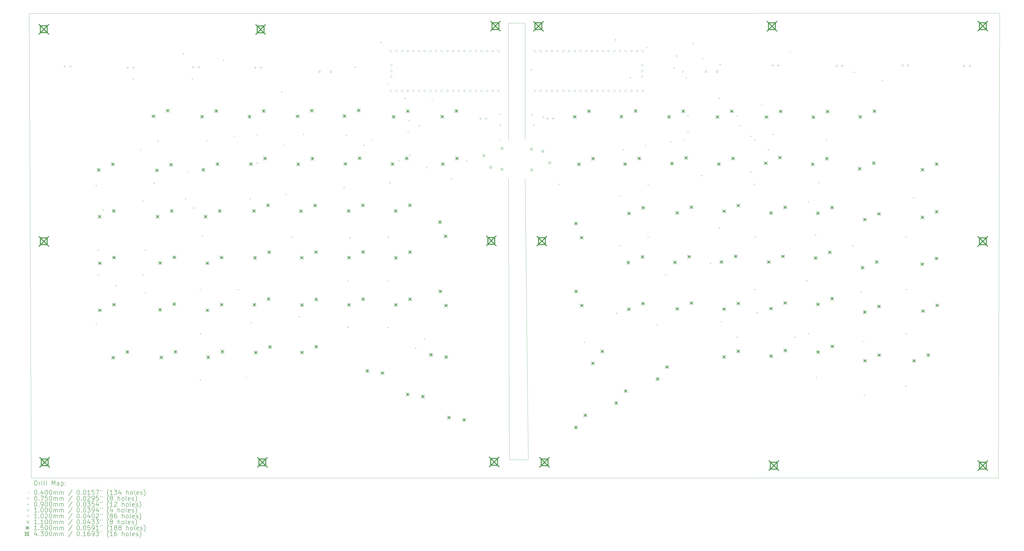
<source format=gbr>
%TF.GenerationSoftware,KiCad,Pcbnew,7.0.1-3b83917a11~172~ubuntu22.04.1*%
%TF.CreationDate,2023-03-22T13:00:20+01:00*%
%TF.ProjectId,Europe-ergo-smd,4575726f-7065-42d6-9572-676f2d736d64,rev?*%
%TF.SameCoordinates,Original*%
%TF.FileFunction,Drillmap*%
%TF.FilePolarity,Positive*%
%FSLAX45Y45*%
G04 Gerber Fmt 4.5, Leading zero omitted, Abs format (unit mm)*
G04 Created by KiCad (PCBNEW 7.0.1-3b83917a11~172~ubuntu22.04.1) date 2023-03-22 13:00:20*
%MOMM*%
%LPD*%
G01*
G04 APERTURE LIST*
%ADD10C,0.100000*%
%ADD11C,0.200000*%
%ADD12C,0.040000*%
%ADD13C,0.075000*%
%ADD14C,0.090000*%
%ADD15C,0.102000*%
%ADD16C,0.110000*%
%ADD17C,0.150000*%
%ADD18C,0.430000*%
G04 APERTURE END LIST*
D10*
X30857000Y-8388000D02*
X30850000Y-3125000D01*
X31607500Y-8340000D02*
X31605000Y-3125000D01*
X31345000Y-22685000D02*
X31745000Y-22685000D01*
X9400000Y-2700000D02*
X30850000Y-2700000D01*
X52800000Y-23500000D02*
X52855000Y-2690000D01*
X9490000Y-23510000D02*
X9400000Y-2700000D01*
X31345000Y-22685000D02*
X30900000Y-22685000D01*
X31605000Y-3125000D02*
X30850000Y-3125000D01*
X52855000Y-2690000D02*
X30850000Y-2700000D01*
X30990000Y-23510000D02*
X52800000Y-23500000D01*
X30857000Y-10108000D02*
X30900000Y-22685000D01*
X31607500Y-10060000D02*
X31745000Y-22685000D01*
X30990000Y-23510000D02*
X9490000Y-23510000D01*
D11*
D12*
X12380000Y-10380000D02*
X12420000Y-10420000D01*
X12420000Y-10380000D02*
X12380000Y-10420000D01*
X12380000Y-16580000D02*
X12420000Y-16620000D01*
X12420000Y-16580000D02*
X12380000Y-16620000D01*
X12480000Y-13280000D02*
X12520000Y-13320000D01*
X12520000Y-13280000D02*
X12480000Y-13320000D01*
X12480000Y-14380000D02*
X12520000Y-14420000D01*
X12520000Y-14380000D02*
X12480000Y-14420000D01*
X12680000Y-11480000D02*
X12720000Y-11520000D01*
X12720000Y-11480000D02*
X12680000Y-11520000D01*
X13280000Y-14880000D02*
X13320000Y-14920000D01*
X13320000Y-14880000D02*
X13280000Y-14920000D01*
X14049210Y-5608940D02*
X14089210Y-5648940D01*
X14089210Y-5608940D02*
X14049210Y-5648940D01*
X14380000Y-8780000D02*
X14420000Y-8820000D01*
X14420000Y-8780000D02*
X14380000Y-8820000D01*
X14480000Y-11080000D02*
X14520000Y-11120000D01*
X14520000Y-11080000D02*
X14480000Y-11120000D01*
X14480000Y-14380000D02*
X14520000Y-14420000D01*
X14520000Y-14380000D02*
X14480000Y-14420000D01*
X14580000Y-13280000D02*
X14620000Y-13320000D01*
X14620000Y-13280000D02*
X14580000Y-13320000D01*
X14580000Y-15180000D02*
X14620000Y-15220000D01*
X14620000Y-15180000D02*
X14580000Y-15220000D01*
X14980000Y-10280000D02*
X15020000Y-10320000D01*
X15020000Y-10280000D02*
X14980000Y-10320000D01*
X15147410Y-8391490D02*
X15187410Y-8431490D01*
X15187410Y-8391490D02*
X15147410Y-8431490D01*
X16280000Y-4480000D02*
X16320000Y-4520000D01*
X16320000Y-4480000D02*
X16280000Y-4520000D01*
X16380000Y-10980000D02*
X16420000Y-11020000D01*
X16420000Y-10980000D02*
X16380000Y-11020000D01*
X16480000Y-9780000D02*
X16520000Y-9820000D01*
X16520000Y-9780000D02*
X16480000Y-9820000D01*
X16679690Y-5608940D02*
X16719690Y-5648940D01*
X16719690Y-5608940D02*
X16679690Y-5648940D01*
X16748910Y-11388740D02*
X16788910Y-11428740D01*
X16788910Y-11388740D02*
X16748910Y-11428740D01*
X17038120Y-15045980D02*
X17078120Y-15085980D01*
X17078120Y-15045980D02*
X17038120Y-15085980D01*
X17039120Y-19094650D02*
X17079120Y-19134650D01*
X17079120Y-19094650D02*
X17039120Y-19134650D01*
X17048620Y-17012030D02*
X17088620Y-17052030D01*
X17088620Y-17012030D02*
X17048620Y-17052030D01*
X17121420Y-12640010D02*
X17161420Y-12680010D01*
X17161420Y-12640010D02*
X17121420Y-12680010D01*
X17347540Y-8367420D02*
X17387540Y-8407420D01*
X17387540Y-8367420D02*
X17347540Y-8407420D01*
X18080000Y-4780000D02*
X18120000Y-4820000D01*
X18120000Y-4780000D02*
X18080000Y-4820000D01*
X18580000Y-8180000D02*
X18620000Y-8220000D01*
X18620000Y-8180000D02*
X18580000Y-8220000D01*
X18743210Y-15045980D02*
X18783210Y-15085980D01*
X18783210Y-15045980D02*
X18743210Y-15085980D01*
X19109270Y-18978080D02*
X19149270Y-19018080D01*
X19149270Y-18978080D02*
X19109270Y-19018080D01*
X19280000Y-10980000D02*
X19320000Y-11020000D01*
X19320000Y-10980000D02*
X19280000Y-11020000D01*
X19310700Y-16525060D02*
X19350700Y-16565060D01*
X19350700Y-16525060D02*
X19310700Y-16565060D01*
X19580000Y-9380000D02*
X19620000Y-9420000D01*
X19620000Y-9380000D02*
X19580000Y-9420000D01*
X19589210Y-8106540D02*
X19629210Y-8146540D01*
X19629210Y-8106540D02*
X19589210Y-8146540D01*
X20680000Y-6180000D02*
X20720000Y-6220000D01*
X20720000Y-6180000D02*
X20680000Y-6220000D01*
X20780000Y-8580000D02*
X20820000Y-8620000D01*
X20820000Y-8580000D02*
X20780000Y-8620000D01*
X20880000Y-10780000D02*
X20920000Y-10820000D01*
X20920000Y-10780000D02*
X20880000Y-10820000D01*
X21130420Y-12686720D02*
X21170420Y-12726720D01*
X21170420Y-12686720D02*
X21130420Y-12726720D01*
X21474650Y-16249610D02*
X21514650Y-16289610D01*
X21514650Y-16249610D02*
X21474650Y-16289610D01*
X21659080Y-8092890D02*
X21699080Y-8132890D01*
X21699080Y-8092890D02*
X21659080Y-8132890D01*
X23478050Y-10464340D02*
X23518050Y-10504340D01*
X23518050Y-10464340D02*
X23478050Y-10504340D01*
X23588720Y-8130450D02*
X23628720Y-8170450D01*
X23628720Y-8130450D02*
X23588720Y-8170450D01*
X23638550Y-14652770D02*
X23678550Y-14692770D01*
X23678550Y-14652770D02*
X23638550Y-14692770D01*
X23642650Y-16726060D02*
X23682650Y-16766060D01*
X23682650Y-16726060D02*
X23642650Y-16766060D01*
X23752120Y-12734320D02*
X23792120Y-12774320D01*
X23792120Y-12734320D02*
X23752120Y-12774320D01*
X23980000Y-5080000D02*
X24020000Y-5120000D01*
X24020000Y-5080000D02*
X23980000Y-5120000D01*
X24380000Y-8580000D02*
X24420000Y-8620000D01*
X24420000Y-8580000D02*
X24380000Y-8620000D01*
X24713760Y-8361410D02*
X24753760Y-8401410D01*
X24753760Y-8361410D02*
X24713760Y-8401410D01*
X25124970Y-3976500D02*
X25164970Y-4016500D01*
X25164970Y-3976500D02*
X25124970Y-4016500D01*
X25403340Y-5850370D02*
X25443340Y-5890370D01*
X25443340Y-5850370D02*
X25403340Y-5890370D01*
X25426650Y-14652770D02*
X25466650Y-14692770D01*
X25466650Y-14652770D02*
X25426650Y-14692770D01*
X25431150Y-16739020D02*
X25471150Y-16779020D01*
X25471150Y-16739020D02*
X25431150Y-16779020D01*
X25463150Y-12686720D02*
X25503150Y-12726720D01*
X25503150Y-12686720D02*
X25463150Y-12726720D01*
X25540110Y-10260380D02*
X25580110Y-10300380D01*
X25580110Y-10260380D02*
X25540110Y-10300380D01*
X25922690Y-9280720D02*
X25962690Y-9320720D01*
X25962690Y-9280720D02*
X25922690Y-9320720D01*
X26210020Y-6487270D02*
X26250020Y-6527270D01*
X26250020Y-6487270D02*
X26210020Y-6527270D01*
X26348880Y-7995530D02*
X26388880Y-8035530D01*
X26388880Y-7995530D02*
X26348880Y-8035530D01*
X26380000Y-7480000D02*
X26420000Y-7520000D01*
X26420000Y-7480000D02*
X26380000Y-7520000D01*
X26432150Y-9027240D02*
X26472150Y-9067240D01*
X26472150Y-9027240D02*
X26432150Y-9067240D01*
X26680000Y-17680000D02*
X26720000Y-17720000D01*
X26720000Y-17680000D02*
X26680000Y-17720000D01*
X26850600Y-7714260D02*
X26890600Y-7754260D01*
X26890600Y-7714260D02*
X26850600Y-7754260D01*
X27075960Y-17249560D02*
X27115960Y-17289560D01*
X27115960Y-17249560D02*
X27075960Y-17289560D01*
X27180000Y-9580000D02*
X27220000Y-9620000D01*
X27220000Y-9580000D02*
X27180000Y-9620000D01*
X27420040Y-6527660D02*
X27460040Y-6567660D01*
X27460040Y-6527660D02*
X27420040Y-6567660D01*
X28280000Y-10080000D02*
X28320000Y-10120000D01*
X28320000Y-10080000D02*
X28280000Y-10120000D01*
X28959890Y-9293690D02*
X28999890Y-9333690D01*
X28999890Y-9293690D02*
X28959890Y-9333690D01*
X30437330Y-8361410D02*
X30477330Y-8401410D01*
X30477330Y-8361410D02*
X30437330Y-8401410D01*
X30440090Y-7181780D02*
X30480090Y-7221780D01*
X30480090Y-7181780D02*
X30440090Y-7221780D01*
X30480000Y-7680000D02*
X30520000Y-7720000D01*
X30520000Y-7680000D02*
X30480000Y-7720000D01*
X31864360Y-5201840D02*
X31904360Y-5241840D01*
X31904360Y-5201840D02*
X31864360Y-5241840D01*
X31907020Y-7224480D02*
X31947020Y-7264480D01*
X31947020Y-7224480D02*
X31907020Y-7264480D01*
X31980000Y-7680000D02*
X32020000Y-7720000D01*
X32020000Y-7680000D02*
X31980000Y-7720000D01*
X32396640Y-7323150D02*
X32436640Y-7363150D01*
X32436640Y-7323150D02*
X32396640Y-7363150D01*
X33102170Y-10327460D02*
X33142170Y-10367460D01*
X33142170Y-10327460D02*
X33102170Y-10367460D01*
X34246360Y-17405240D02*
X34286360Y-17445240D01*
X34286360Y-17405240D02*
X34246360Y-17445240D01*
X35622770Y-3855790D02*
X35662770Y-3895790D01*
X35662770Y-3855790D02*
X35622770Y-3895790D01*
X35690200Y-16107930D02*
X35730200Y-16147930D01*
X35730200Y-16107930D02*
X35690200Y-16147930D01*
X35829830Y-13079930D02*
X35869830Y-13119930D01*
X35869830Y-13079930D02*
X35829830Y-13119930D01*
X35855540Y-10833930D02*
X35895540Y-10873930D01*
X35895540Y-10833930D02*
X35855540Y-10873930D01*
X35983570Y-8775140D02*
X36023570Y-8815140D01*
X36023570Y-8775140D02*
X35983570Y-8815140D01*
X36293050Y-5539400D02*
X36333050Y-5579400D01*
X36333050Y-5539400D02*
X36293050Y-5579400D01*
X36980000Y-8580000D02*
X37020000Y-8620000D01*
X37020000Y-8580000D02*
X36980000Y-8620000D01*
X37037070Y-4190920D02*
X37077070Y-4230920D01*
X37077070Y-4190920D02*
X37037070Y-4230920D01*
X37090770Y-10327460D02*
X37130770Y-10367460D01*
X37130770Y-10327460D02*
X37090770Y-10367460D01*
X37090770Y-12686720D02*
X37130770Y-12726720D01*
X37130770Y-12686720D02*
X37090770Y-12726720D01*
X37488870Y-16618820D02*
X37528870Y-16658820D01*
X37528870Y-16618820D02*
X37488870Y-16658820D01*
X37880000Y-14380000D02*
X37920000Y-14420000D01*
X37920000Y-14380000D02*
X37880000Y-14420000D01*
X38106600Y-8423660D02*
X38146600Y-8463660D01*
X38146600Y-8423660D02*
X38106600Y-8463660D01*
X38251360Y-5114900D02*
X38291360Y-5154900D01*
X38291360Y-5114900D02*
X38251360Y-5154900D01*
X38380000Y-4580000D02*
X38420000Y-4620000D01*
X38420000Y-4580000D02*
X38380000Y-4620000D01*
X38651330Y-5293500D02*
X38691330Y-5333500D01*
X38691330Y-5293500D02*
X38651330Y-5333500D01*
X38686210Y-8361410D02*
X38726210Y-8401410D01*
X38726210Y-8361410D02*
X38686210Y-8401410D01*
X38795990Y-5557410D02*
X38835990Y-5597410D01*
X38835990Y-5557410D02*
X38795990Y-5597410D01*
X38880000Y-7280000D02*
X38920000Y-7320000D01*
X38920000Y-7280000D02*
X38880000Y-7320000D01*
X38880000Y-7980000D02*
X38920000Y-8020000D01*
X38920000Y-7980000D02*
X38880000Y-8020000D01*
X39117670Y-4003500D02*
X39157670Y-4043500D01*
X39157670Y-4003500D02*
X39117670Y-4043500D01*
X39483930Y-9934250D02*
X39523930Y-9974250D01*
X39523930Y-9934250D02*
X39483930Y-9974250D01*
X39529830Y-4693870D02*
X39569830Y-4733870D01*
X39569830Y-4693870D02*
X39529830Y-4733870D01*
X39882790Y-13866350D02*
X39922790Y-13906350D01*
X39922790Y-13866350D02*
X39882790Y-13906350D01*
X40280000Y-6480000D02*
X40320000Y-6520000D01*
X40320000Y-6480000D02*
X40280000Y-6520000D01*
X40281650Y-12293510D02*
X40321650Y-12333510D01*
X40321650Y-12293510D02*
X40281650Y-12333510D01*
X40317010Y-4961220D02*
X40357010Y-5001220D01*
X40357010Y-4961220D02*
X40317010Y-5001220D01*
X40380000Y-16480000D02*
X40420000Y-16520000D01*
X40420000Y-16480000D02*
X40380000Y-16520000D01*
X41080000Y-7280000D02*
X41120000Y-7320000D01*
X41120000Y-7280000D02*
X41080000Y-7320000D01*
X41080000Y-17180000D02*
X41120000Y-17220000D01*
X41120000Y-17180000D02*
X41080000Y-17220000D01*
X41213700Y-7690160D02*
X41253700Y-7730160D01*
X41253700Y-7690160D02*
X41213700Y-7730160D01*
X41680000Y-8180000D02*
X41720000Y-8220000D01*
X41720000Y-8180000D02*
X41680000Y-8220000D01*
X41680000Y-9780000D02*
X41720000Y-9820000D01*
X41720000Y-9780000D02*
X41680000Y-9820000D01*
X41856780Y-10327460D02*
X41896780Y-10367460D01*
X41896780Y-10327460D02*
X41856780Y-10367460D01*
X41877090Y-8361410D02*
X41917090Y-8401410D01*
X41917090Y-8361410D02*
X41877090Y-8401410D01*
X41877090Y-12686720D02*
X41917090Y-12726720D01*
X41917090Y-12686720D02*
X41877090Y-12726720D01*
X41877090Y-15045980D02*
X41917090Y-15085980D01*
X41917090Y-15045980D02*
X41877090Y-15085980D01*
X41980000Y-16080000D02*
X42020000Y-16120000D01*
X42020000Y-16080000D02*
X41980000Y-16120000D01*
X42180000Y-6780000D02*
X42220000Y-6820000D01*
X42220000Y-6780000D02*
X42180000Y-6820000D01*
X42480000Y-8780000D02*
X42520000Y-8820000D01*
X42520000Y-8780000D02*
X42480000Y-8820000D01*
X42674810Y-8086310D02*
X42714810Y-8126310D01*
X42714810Y-8086310D02*
X42674810Y-8126310D01*
X43472530Y-4429310D02*
X43512530Y-4469310D01*
X43512530Y-4429310D02*
X43472530Y-4469310D01*
X43680000Y-17180000D02*
X43720000Y-17220000D01*
X43720000Y-17180000D02*
X43680000Y-17220000D01*
X44199860Y-14652770D02*
X44239860Y-14692770D01*
X44239860Y-14652770D02*
X44199860Y-14692770D01*
X44270250Y-11111140D02*
X44310250Y-11151140D01*
X44310250Y-11111140D02*
X44270250Y-11151140D01*
X44270250Y-17012030D02*
X44310250Y-17052030D01*
X44310250Y-17012030D02*
X44270250Y-17052030D01*
X44591590Y-12592010D02*
X44631590Y-12632010D01*
X44631590Y-12592010D02*
X44591590Y-12632010D01*
X44636050Y-18978080D02*
X44676050Y-19018080D01*
X44676050Y-18978080D02*
X44636050Y-19018080D01*
X44729520Y-10257380D02*
X44769520Y-10297380D01*
X44769520Y-10257380D02*
X44729520Y-10297380D01*
X45067970Y-8361410D02*
X45107970Y-8401410D01*
X45107970Y-8361410D02*
X45067970Y-8401410D01*
X46264550Y-13079930D02*
X46304550Y-13119930D01*
X46304550Y-13079930D02*
X46264550Y-13119930D01*
X46334540Y-5312580D02*
X46374540Y-5352580D01*
X46374540Y-5312580D02*
X46334540Y-5352580D01*
X46627550Y-15135600D02*
X46667550Y-15175600D01*
X46667550Y-15135600D02*
X46627550Y-15175600D01*
X46754610Y-17371820D02*
X46794610Y-17411820D01*
X46794610Y-17371820D02*
X46754610Y-17411820D01*
X46767220Y-19764500D02*
X46807220Y-19804500D01*
X46807220Y-19764500D02*
X46767220Y-19804500D01*
X47580000Y-5680000D02*
X47620000Y-5720000D01*
X47620000Y-5680000D02*
X47580000Y-5720000D01*
X48632590Y-19371290D02*
X48672590Y-19411290D01*
X48672590Y-19371290D02*
X48632590Y-19411290D01*
X48657710Y-12686720D02*
X48697710Y-12726720D01*
X48697710Y-12686720D02*
X48657710Y-12726720D01*
X48657710Y-15045980D02*
X48697710Y-15085980D01*
X48697710Y-15045980D02*
X48657710Y-15085980D01*
X48657710Y-17012030D02*
X48697710Y-17052030D01*
X48697710Y-17012030D02*
X48657710Y-17052030D01*
X48985770Y-10936930D02*
X49025770Y-10976930D01*
X49025770Y-10936930D02*
X48985770Y-10976930D01*
D13*
X42728970Y-5034000D02*
G75*
G03*
X42728970Y-5034000I-37500J0D01*
G01*
X42982970Y-5034000D02*
G75*
G03*
X42982970Y-5034000I-37500J0D01*
G01*
X45598970Y-5044000D02*
G75*
G03*
X45598970Y-5044000I-37500J0D01*
G01*
X45852970Y-5044000D02*
G75*
G03*
X45852970Y-5044000I-37500J0D01*
G01*
X48548970Y-5024000D02*
G75*
G03*
X48548970Y-5024000I-37500J0D01*
G01*
X48802970Y-5024000D02*
G75*
G03*
X48802970Y-5024000I-37500J0D01*
G01*
X51310500Y-5044000D02*
G75*
G03*
X51310500Y-5044000I-37500J0D01*
G01*
X51564500Y-5044000D02*
G75*
G03*
X51564500Y-5044000I-37500J0D01*
G01*
D14*
X10990000Y-5025000D02*
X10990000Y-5115000D01*
X10945000Y-5070000D02*
X11035000Y-5070000D01*
X11244000Y-5025000D02*
X11244000Y-5115000D01*
X11199000Y-5070000D02*
X11289000Y-5070000D01*
X13810000Y-5075000D02*
X13810000Y-5165000D01*
X13765000Y-5120000D02*
X13855000Y-5120000D01*
X14064000Y-5075000D02*
X14064000Y-5165000D01*
X14019000Y-5120000D02*
X14109000Y-5120000D01*
X16740000Y-5055000D02*
X16740000Y-5145000D01*
X16695000Y-5100000D02*
X16785000Y-5100000D01*
X16994000Y-5055000D02*
X16994000Y-5145000D01*
X16949000Y-5100000D02*
X17039000Y-5100000D01*
X19520000Y-5075000D02*
X19520000Y-5165000D01*
X19475000Y-5120000D02*
X19565000Y-5120000D01*
X19774000Y-5075000D02*
X19774000Y-5165000D01*
X19729000Y-5120000D02*
X19819000Y-5120000D01*
X29600000Y-7355000D02*
X29600000Y-7445000D01*
X29555000Y-7400000D02*
X29645000Y-7400000D01*
X29854000Y-7355000D02*
X29854000Y-7445000D01*
X29809000Y-7400000D02*
X29899000Y-7400000D01*
X32600000Y-7355000D02*
X32600000Y-7445000D01*
X32555000Y-7400000D02*
X32645000Y-7400000D01*
X32854000Y-7355000D02*
X32854000Y-7445000D01*
X32809000Y-7400000D02*
X32899000Y-7400000D01*
D10*
X22427356Y-5335356D02*
X22427356Y-5264644D01*
X22356644Y-5264644D01*
X22356644Y-5335356D01*
X22427356Y-5335356D01*
X22935356Y-5335356D02*
X22935356Y-5264644D01*
X22864644Y-5264644D01*
X22864644Y-5335356D01*
X22935356Y-5335356D01*
X39736356Y-5335356D02*
X39736356Y-5264644D01*
X39665644Y-5264644D01*
X39665644Y-5335356D01*
X39736356Y-5335356D01*
X40244356Y-5335356D02*
X40244356Y-5264644D01*
X40173644Y-5264644D01*
X40173644Y-5335356D01*
X40244356Y-5335356D01*
D15*
X25587000Y-4434500D02*
X25638000Y-4383500D01*
X25587000Y-4332500D01*
X25536000Y-4383500D01*
X25587000Y-4434500D01*
X25587000Y-6212500D02*
X25638000Y-6161500D01*
X25587000Y-6110500D01*
X25536000Y-6161500D01*
X25587000Y-6212500D01*
X25610000Y-5069500D02*
X25661000Y-5018500D01*
X25610000Y-4967500D01*
X25559000Y-5018500D01*
X25610000Y-5069500D01*
X25610000Y-5323500D02*
X25661000Y-5272500D01*
X25610000Y-5221500D01*
X25559000Y-5272500D01*
X25610000Y-5323500D01*
X25610000Y-5577500D02*
X25661000Y-5526500D01*
X25610000Y-5475500D01*
X25559000Y-5526500D01*
X25610000Y-5577500D01*
X25841000Y-4434500D02*
X25892000Y-4383500D01*
X25841000Y-4332500D01*
X25790000Y-4383500D01*
X25841000Y-4434500D01*
X25841000Y-6212500D02*
X25892000Y-6161500D01*
X25841000Y-6110500D01*
X25790000Y-6161500D01*
X25841000Y-6212500D01*
X26095000Y-4434500D02*
X26146000Y-4383500D01*
X26095000Y-4332500D01*
X26044000Y-4383500D01*
X26095000Y-4434500D01*
X26095000Y-6212500D02*
X26146000Y-6161500D01*
X26095000Y-6110500D01*
X26044000Y-6161500D01*
X26095000Y-6212500D01*
X26349000Y-4434500D02*
X26400000Y-4383500D01*
X26349000Y-4332500D01*
X26298000Y-4383500D01*
X26349000Y-4434500D01*
X26349000Y-6212500D02*
X26400000Y-6161500D01*
X26349000Y-6110500D01*
X26298000Y-6161500D01*
X26349000Y-6212500D01*
X26603000Y-4434500D02*
X26654000Y-4383500D01*
X26603000Y-4332500D01*
X26552000Y-4383500D01*
X26603000Y-4434500D01*
X26603000Y-6212500D02*
X26654000Y-6161500D01*
X26603000Y-6110500D01*
X26552000Y-6161500D01*
X26603000Y-6212500D01*
X26857000Y-4434500D02*
X26908000Y-4383500D01*
X26857000Y-4332500D01*
X26806000Y-4383500D01*
X26857000Y-4434500D01*
X26857000Y-6212500D02*
X26908000Y-6161500D01*
X26857000Y-6110500D01*
X26806000Y-6161500D01*
X26857000Y-6212500D01*
X27111000Y-4434500D02*
X27162000Y-4383500D01*
X27111000Y-4332500D01*
X27060000Y-4383500D01*
X27111000Y-4434500D01*
X27111000Y-6212500D02*
X27162000Y-6161500D01*
X27111000Y-6110500D01*
X27060000Y-6161500D01*
X27111000Y-6212500D01*
X27365000Y-4434500D02*
X27416000Y-4383500D01*
X27365000Y-4332500D01*
X27314000Y-4383500D01*
X27365000Y-4434500D01*
X27365000Y-6212500D02*
X27416000Y-6161500D01*
X27365000Y-6110500D01*
X27314000Y-6161500D01*
X27365000Y-6212500D01*
X27619000Y-4434500D02*
X27670000Y-4383500D01*
X27619000Y-4332500D01*
X27568000Y-4383500D01*
X27619000Y-4434500D01*
X27619000Y-6212500D02*
X27670000Y-6161500D01*
X27619000Y-6110500D01*
X27568000Y-6161500D01*
X27619000Y-6212500D01*
X27873000Y-4434500D02*
X27924000Y-4383500D01*
X27873000Y-4332500D01*
X27822000Y-4383500D01*
X27873000Y-4434500D01*
X27873000Y-6212500D02*
X27924000Y-6161500D01*
X27873000Y-6110500D01*
X27822000Y-6161500D01*
X27873000Y-6212500D01*
X28127000Y-4434500D02*
X28178000Y-4383500D01*
X28127000Y-4332500D01*
X28076000Y-4383500D01*
X28127000Y-4434500D01*
X28127000Y-6212500D02*
X28178000Y-6161500D01*
X28127000Y-6110500D01*
X28076000Y-6161500D01*
X28127000Y-6212500D01*
X28381000Y-4434500D02*
X28432000Y-4383500D01*
X28381000Y-4332500D01*
X28330000Y-4383500D01*
X28381000Y-4434500D01*
X28381000Y-6212500D02*
X28432000Y-6161500D01*
X28381000Y-6110500D01*
X28330000Y-6161500D01*
X28381000Y-6212500D01*
X28635000Y-4434500D02*
X28686000Y-4383500D01*
X28635000Y-4332500D01*
X28584000Y-4383500D01*
X28635000Y-4434500D01*
X28635000Y-6212500D02*
X28686000Y-6161500D01*
X28635000Y-6110500D01*
X28584000Y-6161500D01*
X28635000Y-6212500D01*
X28889000Y-4434500D02*
X28940000Y-4383500D01*
X28889000Y-4332500D01*
X28838000Y-4383500D01*
X28889000Y-4434500D01*
X28889000Y-6212500D02*
X28940000Y-6161500D01*
X28889000Y-6110500D01*
X28838000Y-6161500D01*
X28889000Y-6212500D01*
X29143000Y-4434500D02*
X29194000Y-4383500D01*
X29143000Y-4332500D01*
X29092000Y-4383500D01*
X29143000Y-4434500D01*
X29143000Y-6212500D02*
X29194000Y-6161500D01*
X29143000Y-6110500D01*
X29092000Y-6161500D01*
X29143000Y-6212500D01*
X29397000Y-4434500D02*
X29448000Y-4383500D01*
X29397000Y-4332500D01*
X29346000Y-4383500D01*
X29397000Y-4434500D01*
X29397000Y-6212500D02*
X29448000Y-6161500D01*
X29397000Y-6110500D01*
X29346000Y-6161500D01*
X29397000Y-6212500D01*
X29651000Y-4434500D02*
X29702000Y-4383500D01*
X29651000Y-4332500D01*
X29600000Y-4383500D01*
X29651000Y-4434500D01*
X29651000Y-6212500D02*
X29702000Y-6161500D01*
X29651000Y-6110500D01*
X29600000Y-6161500D01*
X29651000Y-6212500D01*
X29905000Y-4434500D02*
X29956000Y-4383500D01*
X29905000Y-4332500D01*
X29854000Y-4383500D01*
X29905000Y-4434500D01*
X29905000Y-6212500D02*
X29956000Y-6161500D01*
X29905000Y-6110500D01*
X29854000Y-6161500D01*
X29905000Y-6212500D01*
X30159000Y-4434500D02*
X30210000Y-4383500D01*
X30159000Y-4332500D01*
X30108000Y-4383500D01*
X30159000Y-4434500D01*
X30159000Y-6212500D02*
X30210000Y-6161500D01*
X30159000Y-6110500D01*
X30108000Y-6161500D01*
X30159000Y-6212500D01*
X30413000Y-4434500D02*
X30464000Y-4383500D01*
X30413000Y-4332500D01*
X30362000Y-4383500D01*
X30413000Y-4434500D01*
X30413000Y-6212500D02*
X30464000Y-6161500D01*
X30413000Y-6110500D01*
X30362000Y-6161500D01*
X30413000Y-6212500D01*
X32042000Y-4434500D02*
X32093000Y-4383500D01*
X32042000Y-4332500D01*
X31991000Y-4383500D01*
X32042000Y-4434500D01*
X32042000Y-6212500D02*
X32093000Y-6161500D01*
X32042000Y-6110500D01*
X31991000Y-6161500D01*
X32042000Y-6212500D01*
X32296000Y-4434500D02*
X32347000Y-4383500D01*
X32296000Y-4332500D01*
X32245000Y-4383500D01*
X32296000Y-4434500D01*
X32296000Y-6212500D02*
X32347000Y-6161500D01*
X32296000Y-6110500D01*
X32245000Y-6161500D01*
X32296000Y-6212500D01*
X32550000Y-4434500D02*
X32601000Y-4383500D01*
X32550000Y-4332500D01*
X32499000Y-4383500D01*
X32550000Y-4434500D01*
X32550000Y-6212500D02*
X32601000Y-6161500D01*
X32550000Y-6110500D01*
X32499000Y-6161500D01*
X32550000Y-6212500D01*
X32804000Y-4434500D02*
X32855000Y-4383500D01*
X32804000Y-4332500D01*
X32753000Y-4383500D01*
X32804000Y-4434500D01*
X32804000Y-6212500D02*
X32855000Y-6161500D01*
X32804000Y-6110500D01*
X32753000Y-6161500D01*
X32804000Y-6212500D01*
X33058000Y-4434500D02*
X33109000Y-4383500D01*
X33058000Y-4332500D01*
X33007000Y-4383500D01*
X33058000Y-4434500D01*
X33058000Y-6212500D02*
X33109000Y-6161500D01*
X33058000Y-6110500D01*
X33007000Y-6161500D01*
X33058000Y-6212500D01*
X33312000Y-4434500D02*
X33363000Y-4383500D01*
X33312000Y-4332500D01*
X33261000Y-4383500D01*
X33312000Y-4434500D01*
X33312000Y-6212500D02*
X33363000Y-6161500D01*
X33312000Y-6110500D01*
X33261000Y-6161500D01*
X33312000Y-6212500D01*
X33566000Y-4434500D02*
X33617000Y-4383500D01*
X33566000Y-4332500D01*
X33515000Y-4383500D01*
X33566000Y-4434500D01*
X33566000Y-6212500D02*
X33617000Y-6161500D01*
X33566000Y-6110500D01*
X33515000Y-6161500D01*
X33566000Y-6212500D01*
X33820000Y-4434500D02*
X33871000Y-4383500D01*
X33820000Y-4332500D01*
X33769000Y-4383500D01*
X33820000Y-4434500D01*
X33820000Y-6212500D02*
X33871000Y-6161500D01*
X33820000Y-6110500D01*
X33769000Y-6161500D01*
X33820000Y-6212500D01*
X34074000Y-4434500D02*
X34125000Y-4383500D01*
X34074000Y-4332500D01*
X34023000Y-4383500D01*
X34074000Y-4434500D01*
X34074000Y-6212500D02*
X34125000Y-6161500D01*
X34074000Y-6110500D01*
X34023000Y-6161500D01*
X34074000Y-6212500D01*
X34328000Y-4434500D02*
X34379000Y-4383500D01*
X34328000Y-4332500D01*
X34277000Y-4383500D01*
X34328000Y-4434500D01*
X34328000Y-6212500D02*
X34379000Y-6161500D01*
X34328000Y-6110500D01*
X34277000Y-6161500D01*
X34328000Y-6212500D01*
X34582000Y-4434500D02*
X34633000Y-4383500D01*
X34582000Y-4332500D01*
X34531000Y-4383500D01*
X34582000Y-4434500D01*
X34582000Y-6212500D02*
X34633000Y-6161500D01*
X34582000Y-6110500D01*
X34531000Y-6161500D01*
X34582000Y-6212500D01*
X34836000Y-4434500D02*
X34887000Y-4383500D01*
X34836000Y-4332500D01*
X34785000Y-4383500D01*
X34836000Y-4434500D01*
X34836000Y-6212500D02*
X34887000Y-6161500D01*
X34836000Y-6110500D01*
X34785000Y-6161500D01*
X34836000Y-6212500D01*
X35090000Y-4434500D02*
X35141000Y-4383500D01*
X35090000Y-4332500D01*
X35039000Y-4383500D01*
X35090000Y-4434500D01*
X35090000Y-6212500D02*
X35141000Y-6161500D01*
X35090000Y-6110500D01*
X35039000Y-6161500D01*
X35090000Y-6212500D01*
X35344000Y-4434500D02*
X35395000Y-4383500D01*
X35344000Y-4332500D01*
X35293000Y-4383500D01*
X35344000Y-4434500D01*
X35344000Y-6212500D02*
X35395000Y-6161500D01*
X35344000Y-6110500D01*
X35293000Y-6161500D01*
X35344000Y-6212500D01*
X35598000Y-4434500D02*
X35649000Y-4383500D01*
X35598000Y-4332500D01*
X35547000Y-4383500D01*
X35598000Y-4434500D01*
X35598000Y-6212500D02*
X35649000Y-6161500D01*
X35598000Y-6110500D01*
X35547000Y-6161500D01*
X35598000Y-6212500D01*
X35852000Y-4434500D02*
X35903000Y-4383500D01*
X35852000Y-4332500D01*
X35801000Y-4383500D01*
X35852000Y-4434500D01*
X35852000Y-6212500D02*
X35903000Y-6161500D01*
X35852000Y-6110500D01*
X35801000Y-6161500D01*
X35852000Y-6212500D01*
X36106000Y-4434500D02*
X36157000Y-4383500D01*
X36106000Y-4332500D01*
X36055000Y-4383500D01*
X36106000Y-4434500D01*
X36106000Y-6212500D02*
X36157000Y-6161500D01*
X36106000Y-6110500D01*
X36055000Y-6161500D01*
X36106000Y-6212500D01*
X36360000Y-4434500D02*
X36411000Y-4383500D01*
X36360000Y-4332500D01*
X36309000Y-4383500D01*
X36360000Y-4434500D01*
X36360000Y-6212500D02*
X36411000Y-6161500D01*
X36360000Y-6110500D01*
X36309000Y-6161500D01*
X36360000Y-6212500D01*
X36614000Y-4434500D02*
X36665000Y-4383500D01*
X36614000Y-4332500D01*
X36563000Y-4383500D01*
X36614000Y-4434500D01*
X36614000Y-6212500D02*
X36665000Y-6161500D01*
X36614000Y-6110500D01*
X36563000Y-6161500D01*
X36614000Y-6212500D01*
X36845000Y-5069500D02*
X36896000Y-5018500D01*
X36845000Y-4967500D01*
X36794000Y-5018500D01*
X36845000Y-5069500D01*
X36845000Y-5323500D02*
X36896000Y-5272500D01*
X36845000Y-5221500D01*
X36794000Y-5272500D01*
X36845000Y-5323500D01*
X36845000Y-5577500D02*
X36896000Y-5526500D01*
X36845000Y-5475500D01*
X36794000Y-5526500D01*
X36845000Y-5577500D01*
X36868000Y-4434500D02*
X36919000Y-4383500D01*
X36868000Y-4332500D01*
X36817000Y-4383500D01*
X36868000Y-4434500D01*
X36868000Y-6212500D02*
X36919000Y-6161500D01*
X36868000Y-6110500D01*
X36817000Y-6161500D01*
X36868000Y-6212500D01*
D16*
X29702000Y-9008000D02*
X29812000Y-9118000D01*
X29812000Y-9008000D02*
X29702000Y-9118000D01*
X29812000Y-9063000D02*
G75*
G03*
X29812000Y-9063000I-55000J0D01*
G01*
X30012000Y-9528000D02*
X30122000Y-9638000D01*
X30122000Y-9528000D02*
X30012000Y-9638000D01*
X30122000Y-9583000D02*
G75*
G03*
X30122000Y-9583000I-55000J0D01*
G01*
X30512000Y-8688000D02*
X30622000Y-8798000D01*
X30622000Y-8688000D02*
X30512000Y-8798000D01*
X30622000Y-8743000D02*
G75*
G03*
X30622000Y-8743000I-55000J0D01*
G01*
X30512000Y-9618000D02*
X30622000Y-9728000D01*
X30622000Y-9618000D02*
X30512000Y-9728000D01*
X30622000Y-9673000D02*
G75*
G03*
X30622000Y-9673000I-55000J0D01*
G01*
X31842500Y-8720000D02*
X31952500Y-8830000D01*
X31952500Y-8720000D02*
X31842500Y-8830000D01*
X31952500Y-8775000D02*
G75*
G03*
X31952500Y-8775000I-55000J0D01*
G01*
X31842500Y-9650000D02*
X31952500Y-9760000D01*
X31952500Y-9650000D02*
X31842500Y-9760000D01*
X31952500Y-9705000D02*
G75*
G03*
X31952500Y-9705000I-55000J0D01*
G01*
X32342500Y-8810000D02*
X32452500Y-8920000D01*
X32452500Y-8810000D02*
X32342500Y-8920000D01*
X32452500Y-8865000D02*
G75*
G03*
X32452500Y-8865000I-55000J0D01*
G01*
X32652500Y-9330000D02*
X32762500Y-9440000D01*
X32762500Y-9330000D02*
X32652500Y-9440000D01*
X32762500Y-9385000D02*
G75*
G03*
X32762500Y-9385000I-55000J0D01*
G01*
D17*
X12440000Y-9631000D02*
X12590000Y-9781000D01*
X12590000Y-9631000D02*
X12440000Y-9781000D01*
X12515000Y-9631000D02*
X12515000Y-9781000D01*
X12440000Y-9706000D02*
X12590000Y-9706000D01*
X12476000Y-11721000D02*
X12626000Y-11871000D01*
X12626000Y-11721000D02*
X12476000Y-11871000D01*
X12551000Y-11721000D02*
X12551000Y-11871000D01*
X12476000Y-11796000D02*
X12626000Y-11796000D01*
X12490000Y-13811000D02*
X12640000Y-13961000D01*
X12640000Y-13811000D02*
X12490000Y-13961000D01*
X12565000Y-13811000D02*
X12565000Y-13961000D01*
X12490000Y-13886000D02*
X12640000Y-13886000D01*
X12490000Y-15919000D02*
X12640000Y-16069000D01*
X12640000Y-15919000D02*
X12490000Y-16069000D01*
X12565000Y-15919000D02*
X12565000Y-16069000D01*
X12490000Y-15994000D02*
X12640000Y-15994000D01*
X13075000Y-9377000D02*
X13225000Y-9527000D01*
X13225000Y-9377000D02*
X13075000Y-9527000D01*
X13150000Y-9377000D02*
X13150000Y-9527000D01*
X13075000Y-9452000D02*
X13225000Y-9452000D01*
X13090000Y-18039000D02*
X13240000Y-18189000D01*
X13240000Y-18039000D02*
X13090000Y-18189000D01*
X13165000Y-18039000D02*
X13165000Y-18189000D01*
X13090000Y-18114000D02*
X13240000Y-18114000D01*
X13111000Y-11467000D02*
X13261000Y-11617000D01*
X13261000Y-11467000D02*
X13111000Y-11617000D01*
X13186000Y-11467000D02*
X13186000Y-11617000D01*
X13111000Y-11542000D02*
X13261000Y-11542000D01*
X13125000Y-13557000D02*
X13275000Y-13707000D01*
X13275000Y-13557000D02*
X13125000Y-13707000D01*
X13200000Y-13557000D02*
X13200000Y-13707000D01*
X13125000Y-13632000D02*
X13275000Y-13632000D01*
X13125000Y-15665000D02*
X13275000Y-15815000D01*
X13275000Y-15665000D02*
X13125000Y-15815000D01*
X13200000Y-15665000D02*
X13200000Y-15815000D01*
X13125000Y-15740000D02*
X13275000Y-15740000D01*
X13725000Y-17785000D02*
X13875000Y-17935000D01*
X13875000Y-17785000D02*
X13725000Y-17935000D01*
X13800000Y-17785000D02*
X13800000Y-17935000D01*
X13725000Y-17860000D02*
X13875000Y-17860000D01*
X14890000Y-7231000D02*
X15040000Y-7381000D01*
X15040000Y-7231000D02*
X14890000Y-7381000D01*
X14965000Y-7231000D02*
X14965000Y-7381000D01*
X14890000Y-7306000D02*
X15040000Y-7306000D01*
X15044000Y-9651000D02*
X15194000Y-9801000D01*
X15194000Y-9651000D02*
X15044000Y-9801000D01*
X15119000Y-9651000D02*
X15119000Y-9801000D01*
X15044000Y-9726000D02*
X15194000Y-9726000D01*
X15074000Y-11721000D02*
X15224000Y-11871000D01*
X15224000Y-11721000D02*
X15074000Y-11871000D01*
X15149000Y-11721000D02*
X15149000Y-11871000D01*
X15074000Y-11796000D02*
X15224000Y-11796000D01*
X15186000Y-15899000D02*
X15336000Y-16049000D01*
X15336000Y-15899000D02*
X15186000Y-16049000D01*
X15261000Y-15899000D02*
X15261000Y-16049000D01*
X15186000Y-15974000D02*
X15336000Y-15974000D01*
X15187000Y-13801000D02*
X15337000Y-13951000D01*
X15337000Y-13801000D02*
X15187000Y-13951000D01*
X15262000Y-13801000D02*
X15262000Y-13951000D01*
X15187000Y-13876000D02*
X15337000Y-13876000D01*
X15244000Y-18029000D02*
X15394000Y-18179000D01*
X15394000Y-18029000D02*
X15244000Y-18179000D01*
X15319000Y-18029000D02*
X15319000Y-18179000D01*
X15244000Y-18104000D02*
X15394000Y-18104000D01*
X15525000Y-6977000D02*
X15675000Y-7127000D01*
X15675000Y-6977000D02*
X15525000Y-7127000D01*
X15600000Y-6977000D02*
X15600000Y-7127000D01*
X15525000Y-7052000D02*
X15675000Y-7052000D01*
X15679000Y-9397000D02*
X15829000Y-9547000D01*
X15829000Y-9397000D02*
X15679000Y-9547000D01*
X15754000Y-9397000D02*
X15754000Y-9547000D01*
X15679000Y-9472000D02*
X15829000Y-9472000D01*
X15709000Y-11467000D02*
X15859000Y-11617000D01*
X15859000Y-11467000D02*
X15709000Y-11617000D01*
X15784000Y-11467000D02*
X15784000Y-11617000D01*
X15709000Y-11542000D02*
X15859000Y-11542000D01*
X15821000Y-15645000D02*
X15971000Y-15795000D01*
X15971000Y-15645000D02*
X15821000Y-15795000D01*
X15896000Y-15645000D02*
X15896000Y-15795000D01*
X15821000Y-15720000D02*
X15971000Y-15720000D01*
X15822000Y-13547000D02*
X15972000Y-13697000D01*
X15972000Y-13547000D02*
X15822000Y-13697000D01*
X15897000Y-13547000D02*
X15897000Y-13697000D01*
X15822000Y-13622000D02*
X15972000Y-13622000D01*
X15879000Y-17775000D02*
X16029000Y-17925000D01*
X16029000Y-17775000D02*
X15879000Y-17925000D01*
X15954000Y-17775000D02*
X15954000Y-17925000D01*
X15879000Y-17850000D02*
X16029000Y-17850000D01*
X17070000Y-7241000D02*
X17220000Y-7391000D01*
X17220000Y-7241000D02*
X17070000Y-7391000D01*
X17145000Y-7241000D02*
X17145000Y-7391000D01*
X17070000Y-7316000D02*
X17220000Y-7316000D01*
X17125000Y-9625000D02*
X17275000Y-9775000D01*
X17275000Y-9625000D02*
X17125000Y-9775000D01*
X17200000Y-9625000D02*
X17200000Y-9775000D01*
X17125000Y-9700000D02*
X17275000Y-9700000D01*
X17225000Y-11725000D02*
X17375000Y-11875000D01*
X17375000Y-11725000D02*
X17225000Y-11875000D01*
X17300000Y-11725000D02*
X17300000Y-11875000D01*
X17225000Y-11800000D02*
X17375000Y-11800000D01*
X17305000Y-13811000D02*
X17455000Y-13961000D01*
X17455000Y-13811000D02*
X17305000Y-13961000D01*
X17380000Y-13811000D02*
X17380000Y-13961000D01*
X17305000Y-13886000D02*
X17455000Y-13886000D01*
X17310000Y-15919000D02*
X17460000Y-16069000D01*
X17460000Y-15919000D02*
X17310000Y-16069000D01*
X17385000Y-15919000D02*
X17385000Y-16069000D01*
X17310000Y-15994000D02*
X17460000Y-15994000D01*
X17344000Y-18021000D02*
X17494000Y-18171000D01*
X17494000Y-18021000D02*
X17344000Y-18171000D01*
X17419000Y-18021000D02*
X17419000Y-18171000D01*
X17344000Y-18096000D02*
X17494000Y-18096000D01*
X17705000Y-6987000D02*
X17855000Y-7137000D01*
X17855000Y-6987000D02*
X17705000Y-7137000D01*
X17780000Y-6987000D02*
X17780000Y-7137000D01*
X17705000Y-7062000D02*
X17855000Y-7062000D01*
X17760000Y-9371000D02*
X17910000Y-9521000D01*
X17910000Y-9371000D02*
X17760000Y-9521000D01*
X17835000Y-9371000D02*
X17835000Y-9521000D01*
X17760000Y-9446000D02*
X17910000Y-9446000D01*
X17860000Y-11471000D02*
X18010000Y-11621000D01*
X18010000Y-11471000D02*
X17860000Y-11621000D01*
X17935000Y-11471000D02*
X17935000Y-11621000D01*
X17860000Y-11546000D02*
X18010000Y-11546000D01*
X17940000Y-13557000D02*
X18090000Y-13707000D01*
X18090000Y-13557000D02*
X17940000Y-13707000D01*
X18015000Y-13557000D02*
X18015000Y-13707000D01*
X17940000Y-13632000D02*
X18090000Y-13632000D01*
X17945000Y-15665000D02*
X18095000Y-15815000D01*
X18095000Y-15665000D02*
X17945000Y-15815000D01*
X18020000Y-15665000D02*
X18020000Y-15815000D01*
X17945000Y-15740000D02*
X18095000Y-15740000D01*
X17979000Y-17767000D02*
X18129000Y-17917000D01*
X18129000Y-17767000D02*
X17979000Y-17917000D01*
X18054000Y-17767000D02*
X18054000Y-17917000D01*
X17979000Y-17842000D02*
X18129000Y-17842000D01*
X19190000Y-7241000D02*
X19340000Y-7391000D01*
X19340000Y-7241000D02*
X19190000Y-7391000D01*
X19265000Y-7241000D02*
X19265000Y-7391000D01*
X19190000Y-7316000D02*
X19340000Y-7316000D01*
X19252000Y-9371000D02*
X19402000Y-9521000D01*
X19402000Y-9371000D02*
X19252000Y-9521000D01*
X19327000Y-9371000D02*
X19327000Y-9521000D01*
X19252000Y-9446000D02*
X19402000Y-9446000D01*
X19386000Y-11471000D02*
X19536000Y-11621000D01*
X19536000Y-11471000D02*
X19386000Y-11621000D01*
X19461000Y-11471000D02*
X19461000Y-11621000D01*
X19386000Y-11546000D02*
X19536000Y-11546000D01*
X19410000Y-15669000D02*
X19560000Y-15819000D01*
X19560000Y-15669000D02*
X19410000Y-15819000D01*
X19485000Y-15669000D02*
X19485000Y-15819000D01*
X19410000Y-15744000D02*
X19560000Y-15744000D01*
X19436000Y-13571000D02*
X19586000Y-13721000D01*
X19586000Y-13571000D02*
X19436000Y-13721000D01*
X19511000Y-13571000D02*
X19511000Y-13721000D01*
X19436000Y-13646000D02*
X19586000Y-13646000D01*
X19472000Y-17811000D02*
X19622000Y-17961000D01*
X19622000Y-17811000D02*
X19472000Y-17961000D01*
X19547000Y-17811000D02*
X19547000Y-17961000D01*
X19472000Y-17886000D02*
X19622000Y-17886000D01*
X19825000Y-6987000D02*
X19975000Y-7137000D01*
X19975000Y-6987000D02*
X19825000Y-7137000D01*
X19900000Y-6987000D02*
X19900000Y-7137000D01*
X19825000Y-7062000D02*
X19975000Y-7062000D01*
X19887000Y-9117000D02*
X20037000Y-9267000D01*
X20037000Y-9117000D02*
X19887000Y-9267000D01*
X19962000Y-9117000D02*
X19962000Y-9267000D01*
X19887000Y-9192000D02*
X20037000Y-9192000D01*
X20021000Y-11217000D02*
X20171000Y-11367000D01*
X20171000Y-11217000D02*
X20021000Y-11367000D01*
X20096000Y-11217000D02*
X20096000Y-11367000D01*
X20021000Y-11292000D02*
X20171000Y-11292000D01*
X20045000Y-15415000D02*
X20195000Y-15565000D01*
X20195000Y-15415000D02*
X20045000Y-15565000D01*
X20120000Y-15415000D02*
X20120000Y-15565000D01*
X20045000Y-15490000D02*
X20195000Y-15490000D01*
X20071000Y-13317000D02*
X20221000Y-13467000D01*
X20221000Y-13317000D02*
X20071000Y-13467000D01*
X20146000Y-13317000D02*
X20146000Y-13467000D01*
X20071000Y-13392000D02*
X20221000Y-13392000D01*
X20107000Y-17557000D02*
X20257000Y-17707000D01*
X20257000Y-17557000D02*
X20107000Y-17707000D01*
X20182000Y-17557000D02*
X20182000Y-17707000D01*
X20107000Y-17632000D02*
X20257000Y-17632000D01*
X21344000Y-7231000D02*
X21494000Y-7381000D01*
X21494000Y-7231000D02*
X21344000Y-7381000D01*
X21419000Y-7231000D02*
X21419000Y-7381000D01*
X21344000Y-7306000D02*
X21494000Y-7306000D01*
X21374000Y-9375000D02*
X21524000Y-9525000D01*
X21524000Y-9375000D02*
X21374000Y-9525000D01*
X21449000Y-9375000D02*
X21449000Y-9525000D01*
X21374000Y-9450000D02*
X21524000Y-9450000D01*
X21498000Y-11475000D02*
X21648000Y-11625000D01*
X21648000Y-11475000D02*
X21498000Y-11625000D01*
X21573000Y-11475000D02*
X21573000Y-11625000D01*
X21498000Y-11550000D02*
X21648000Y-11550000D01*
X21528000Y-13565000D02*
X21678000Y-13715000D01*
X21678000Y-13565000D02*
X21528000Y-13715000D01*
X21603000Y-13565000D02*
X21603000Y-13715000D01*
X21528000Y-13640000D02*
X21678000Y-13640000D01*
X21544000Y-15683000D02*
X21694000Y-15833000D01*
X21694000Y-15683000D02*
X21544000Y-15833000D01*
X21619000Y-15683000D02*
X21619000Y-15833000D01*
X21544000Y-15758000D02*
X21694000Y-15758000D01*
X21544000Y-17805000D02*
X21694000Y-17955000D01*
X21694000Y-17805000D02*
X21544000Y-17955000D01*
X21619000Y-17805000D02*
X21619000Y-17955000D01*
X21544000Y-17880000D02*
X21694000Y-17880000D01*
X21979000Y-6977000D02*
X22129000Y-7127000D01*
X22129000Y-6977000D02*
X21979000Y-7127000D01*
X22054000Y-6977000D02*
X22054000Y-7127000D01*
X21979000Y-7052000D02*
X22129000Y-7052000D01*
X22009000Y-9121000D02*
X22159000Y-9271000D01*
X22159000Y-9121000D02*
X22009000Y-9271000D01*
X22084000Y-9121000D02*
X22084000Y-9271000D01*
X22009000Y-9196000D02*
X22159000Y-9196000D01*
X22133000Y-11221000D02*
X22283000Y-11371000D01*
X22283000Y-11221000D02*
X22133000Y-11371000D01*
X22208000Y-11221000D02*
X22208000Y-11371000D01*
X22133000Y-11296000D02*
X22283000Y-11296000D01*
X22163000Y-13311000D02*
X22313000Y-13461000D01*
X22313000Y-13311000D02*
X22163000Y-13461000D01*
X22238000Y-13311000D02*
X22238000Y-13461000D01*
X22163000Y-13386000D02*
X22313000Y-13386000D01*
X22179000Y-15429000D02*
X22329000Y-15579000D01*
X22329000Y-15429000D02*
X22179000Y-15579000D01*
X22254000Y-15429000D02*
X22254000Y-15579000D01*
X22179000Y-15504000D02*
X22329000Y-15504000D01*
X22179000Y-17551000D02*
X22329000Y-17701000D01*
X22329000Y-17551000D02*
X22179000Y-17701000D01*
X22254000Y-17551000D02*
X22254000Y-17701000D01*
X22179000Y-17626000D02*
X22329000Y-17626000D01*
X23444000Y-7221000D02*
X23594000Y-7371000D01*
X23594000Y-7221000D02*
X23444000Y-7371000D01*
X23519000Y-7221000D02*
X23519000Y-7371000D01*
X23444000Y-7296000D02*
X23594000Y-7296000D01*
X23484000Y-9361000D02*
X23634000Y-9511000D01*
X23634000Y-9361000D02*
X23484000Y-9511000D01*
X23559000Y-9361000D02*
X23559000Y-9511000D01*
X23484000Y-9436000D02*
X23634000Y-9436000D01*
X23628000Y-11471000D02*
X23778000Y-11621000D01*
X23778000Y-11471000D02*
X23628000Y-11621000D01*
X23703000Y-11471000D02*
X23703000Y-11621000D01*
X23628000Y-11546000D02*
X23778000Y-11546000D01*
X23644000Y-15679000D02*
X23794000Y-15829000D01*
X23794000Y-15679000D02*
X23644000Y-15829000D01*
X23719000Y-15679000D02*
X23719000Y-15829000D01*
X23644000Y-15754000D02*
X23794000Y-15754000D01*
X23646000Y-13561000D02*
X23796000Y-13711000D01*
X23796000Y-13561000D02*
X23646000Y-13711000D01*
X23721000Y-13561000D02*
X23721000Y-13711000D01*
X23646000Y-13636000D02*
X23796000Y-13636000D01*
X24079000Y-6967000D02*
X24229000Y-7117000D01*
X24229000Y-6967000D02*
X24079000Y-7117000D01*
X24154000Y-6967000D02*
X24154000Y-7117000D01*
X24079000Y-7042000D02*
X24229000Y-7042000D01*
X24119000Y-9107000D02*
X24269000Y-9257000D01*
X24269000Y-9107000D02*
X24119000Y-9257000D01*
X24194000Y-9107000D02*
X24194000Y-9257000D01*
X24119000Y-9182000D02*
X24269000Y-9182000D01*
X24263000Y-11217000D02*
X24413000Y-11367000D01*
X24413000Y-11217000D02*
X24263000Y-11367000D01*
X24338000Y-11217000D02*
X24338000Y-11367000D01*
X24263000Y-11292000D02*
X24413000Y-11292000D01*
X24279000Y-15425000D02*
X24429000Y-15575000D01*
X24429000Y-15425000D02*
X24279000Y-15575000D01*
X24354000Y-15425000D02*
X24354000Y-15575000D01*
X24279000Y-15500000D02*
X24429000Y-15500000D01*
X24281000Y-13307000D02*
X24431000Y-13457000D01*
X24431000Y-13307000D02*
X24281000Y-13457000D01*
X24356000Y-13307000D02*
X24356000Y-13457000D01*
X24281000Y-13382000D02*
X24431000Y-13382000D01*
X24468044Y-18631531D02*
X24618044Y-18781531D01*
X24618044Y-18631531D02*
X24468044Y-18781531D01*
X24543044Y-18631531D02*
X24543044Y-18781531D01*
X24468044Y-18706531D02*
X24618044Y-18706531D01*
X25144970Y-18729060D02*
X25294970Y-18879060D01*
X25294970Y-18729060D02*
X25144970Y-18879060D01*
X25219970Y-18729060D02*
X25219970Y-18879060D01*
X25144970Y-18804060D02*
X25294970Y-18804060D01*
X25594000Y-9371000D02*
X25744000Y-9521000D01*
X25744000Y-9371000D02*
X25594000Y-9521000D01*
X25669000Y-9371000D02*
X25669000Y-9521000D01*
X25594000Y-9446000D02*
X25744000Y-9446000D01*
X25644000Y-7251000D02*
X25794000Y-7401000D01*
X25794000Y-7251000D02*
X25644000Y-7401000D01*
X25719000Y-7251000D02*
X25719000Y-7401000D01*
X25644000Y-7326000D02*
X25794000Y-7326000D01*
X25736000Y-11471000D02*
X25886000Y-11621000D01*
X25886000Y-11471000D02*
X25736000Y-11621000D01*
X25811000Y-11471000D02*
X25811000Y-11621000D01*
X25736000Y-11546000D02*
X25886000Y-11546000D01*
X25744000Y-13571000D02*
X25894000Y-13721000D01*
X25894000Y-13571000D02*
X25744000Y-13721000D01*
X25819000Y-13571000D02*
X25819000Y-13721000D01*
X25744000Y-13646000D02*
X25894000Y-13646000D01*
X25744000Y-15679000D02*
X25894000Y-15829000D01*
X25894000Y-15679000D02*
X25744000Y-15829000D01*
X25819000Y-15679000D02*
X25819000Y-15829000D01*
X25744000Y-15754000D02*
X25894000Y-15754000D01*
X26229000Y-9117000D02*
X26379000Y-9267000D01*
X26379000Y-9117000D02*
X26229000Y-9267000D01*
X26304000Y-9117000D02*
X26304000Y-9267000D01*
X26229000Y-9192000D02*
X26379000Y-9192000D01*
X26276044Y-19686531D02*
X26426044Y-19836531D01*
X26426044Y-19686531D02*
X26276044Y-19836531D01*
X26351044Y-19686531D02*
X26351044Y-19836531D01*
X26276044Y-19761531D02*
X26426044Y-19761531D01*
X26279000Y-6997000D02*
X26429000Y-7147000D01*
X26429000Y-6997000D02*
X26279000Y-7147000D01*
X26354000Y-6997000D02*
X26354000Y-7147000D01*
X26279000Y-7072000D02*
X26429000Y-7072000D01*
X26371000Y-11217000D02*
X26521000Y-11367000D01*
X26521000Y-11217000D02*
X26371000Y-11367000D01*
X26446000Y-11217000D02*
X26446000Y-11367000D01*
X26371000Y-11292000D02*
X26521000Y-11292000D01*
X26379000Y-13317000D02*
X26529000Y-13467000D01*
X26529000Y-13317000D02*
X26379000Y-13467000D01*
X26454000Y-13317000D02*
X26454000Y-13467000D01*
X26379000Y-13392000D02*
X26529000Y-13392000D01*
X26379000Y-15425000D02*
X26529000Y-15575000D01*
X26529000Y-15425000D02*
X26379000Y-15575000D01*
X26454000Y-15425000D02*
X26454000Y-15575000D01*
X26379000Y-15500000D02*
X26529000Y-15500000D01*
X26952970Y-19784060D02*
X27102970Y-19934060D01*
X27102970Y-19784060D02*
X26952970Y-19934060D01*
X27027970Y-19784060D02*
X27027970Y-19934060D01*
X26952970Y-19859060D02*
X27102970Y-19859060D01*
X27322044Y-17914531D02*
X27472044Y-18064531D01*
X27472044Y-17914531D02*
X27322044Y-18064531D01*
X27397044Y-17914531D02*
X27397044Y-18064531D01*
X27322044Y-17989531D02*
X27472044Y-17989531D01*
X27717000Y-11971000D02*
X27867000Y-12121000D01*
X27867000Y-11971000D02*
X27717000Y-12121000D01*
X27792000Y-11971000D02*
X27792000Y-12121000D01*
X27717000Y-12046000D02*
X27867000Y-12046000D01*
X27735000Y-15071000D02*
X27885000Y-15221000D01*
X27885000Y-15071000D02*
X27735000Y-15221000D01*
X27810000Y-15071000D02*
X27810000Y-15221000D01*
X27735000Y-15146000D02*
X27885000Y-15146000D01*
X27824000Y-7241000D02*
X27974000Y-7391000D01*
X27974000Y-7241000D02*
X27824000Y-7391000D01*
X27899000Y-7241000D02*
X27899000Y-7391000D01*
X27824000Y-7316000D02*
X27974000Y-7316000D01*
X27844000Y-9371000D02*
X27994000Y-9521000D01*
X27994000Y-9371000D02*
X27844000Y-9521000D01*
X27919000Y-9371000D02*
X27919000Y-9521000D01*
X27844000Y-9446000D02*
X27994000Y-9446000D01*
X27971000Y-12606000D02*
X28121000Y-12756000D01*
X28121000Y-12606000D02*
X27971000Y-12756000D01*
X28046000Y-12606000D02*
X28046000Y-12756000D01*
X27971000Y-12681000D02*
X28121000Y-12681000D01*
X27989000Y-15706000D02*
X28139000Y-15856000D01*
X28139000Y-15706000D02*
X27989000Y-15856000D01*
X28064000Y-15706000D02*
X28064000Y-15856000D01*
X27989000Y-15781000D02*
X28139000Y-15781000D01*
X27998970Y-18012060D02*
X28148970Y-18162060D01*
X28148970Y-18012060D02*
X27998970Y-18162060D01*
X28073970Y-18012060D02*
X28073970Y-18162060D01*
X27998970Y-18087060D02*
X28148970Y-18087060D01*
X28125004Y-20725001D02*
X28275004Y-20875001D01*
X28275004Y-20725001D02*
X28125004Y-20875001D01*
X28200004Y-20725001D02*
X28200004Y-20875001D01*
X28125004Y-20800001D02*
X28275004Y-20800001D01*
X28459000Y-6987000D02*
X28609000Y-7137000D01*
X28609000Y-6987000D02*
X28459000Y-7137000D01*
X28534000Y-6987000D02*
X28534000Y-7137000D01*
X28459000Y-7062000D02*
X28609000Y-7062000D01*
X28479000Y-9117000D02*
X28629000Y-9267000D01*
X28629000Y-9117000D02*
X28479000Y-9267000D01*
X28554000Y-9117000D02*
X28554000Y-9267000D01*
X28479000Y-9192000D02*
X28629000Y-9192000D01*
X28801930Y-20822530D02*
X28951930Y-20972530D01*
X28951930Y-20822530D02*
X28801930Y-20972530D01*
X28876930Y-20822530D02*
X28876930Y-20972530D01*
X28801930Y-20897530D02*
X28951930Y-20897530D01*
X33757000Y-7255000D02*
X33907000Y-7405000D01*
X33907000Y-7255000D02*
X33757000Y-7405000D01*
X33832000Y-7255000D02*
X33832000Y-7405000D01*
X33757000Y-7330000D02*
X33907000Y-7330000D01*
X33807000Y-12033000D02*
X33957000Y-12183000D01*
X33957000Y-12033000D02*
X33807000Y-12183000D01*
X33882000Y-12033000D02*
X33882000Y-12183000D01*
X33807000Y-12108000D02*
X33957000Y-12108000D01*
X33809044Y-21161531D02*
X33959044Y-21311531D01*
X33959044Y-21161531D02*
X33809044Y-21311531D01*
X33884044Y-21161531D02*
X33884044Y-21311531D01*
X33809044Y-21236531D02*
X33959044Y-21236531D01*
X33817000Y-15071000D02*
X33967000Y-15221000D01*
X33967000Y-15071000D02*
X33817000Y-15221000D01*
X33892000Y-15071000D02*
X33892000Y-15221000D01*
X33817000Y-15146000D02*
X33967000Y-15146000D01*
X33944000Y-9379000D02*
X34094000Y-9529000D01*
X34094000Y-9379000D02*
X33944000Y-9529000D01*
X34019000Y-9379000D02*
X34019000Y-9529000D01*
X33944000Y-9454000D02*
X34094000Y-9454000D01*
X34061000Y-12668000D02*
X34211000Y-12818000D01*
X34211000Y-12668000D02*
X34061000Y-12818000D01*
X34136000Y-12668000D02*
X34136000Y-12818000D01*
X34061000Y-12743000D02*
X34211000Y-12743000D01*
X34071000Y-15706000D02*
X34221000Y-15856000D01*
X34221000Y-15706000D02*
X34071000Y-15856000D01*
X34146000Y-15706000D02*
X34146000Y-15856000D01*
X34071000Y-15781000D02*
X34221000Y-15781000D01*
X34231970Y-20624060D02*
X34381970Y-20774060D01*
X34381970Y-20624060D02*
X34231970Y-20774060D01*
X34306970Y-20624060D02*
X34306970Y-20774060D01*
X34231970Y-20699060D02*
X34381970Y-20699060D01*
X34392000Y-7001000D02*
X34542000Y-7151000D01*
X34542000Y-7001000D02*
X34392000Y-7151000D01*
X34467000Y-7001000D02*
X34467000Y-7151000D01*
X34392000Y-7076000D02*
X34542000Y-7076000D01*
X34568044Y-18295531D02*
X34718044Y-18445531D01*
X34718044Y-18295531D02*
X34568044Y-18445531D01*
X34643044Y-18295531D02*
X34643044Y-18445531D01*
X34568044Y-18370531D02*
X34718044Y-18370531D01*
X34579000Y-9125000D02*
X34729000Y-9275000D01*
X34729000Y-9125000D02*
X34579000Y-9275000D01*
X34654000Y-9125000D02*
X34654000Y-9275000D01*
X34579000Y-9200000D02*
X34729000Y-9200000D01*
X34990970Y-17758060D02*
X35140970Y-17908060D01*
X35140970Y-17758060D02*
X34990970Y-17908060D01*
X35065970Y-17758060D02*
X35065970Y-17908060D01*
X34990970Y-17833060D02*
X35140970Y-17833060D01*
X35615044Y-20071531D02*
X35765044Y-20221531D01*
X35765044Y-20071531D02*
X35615044Y-20221531D01*
X35690044Y-20071531D02*
X35690044Y-20221531D01*
X35615044Y-20146531D02*
X35765044Y-20146531D01*
X35844000Y-7245000D02*
X35994000Y-7395000D01*
X35994000Y-7245000D02*
X35844000Y-7395000D01*
X35919000Y-7245000D02*
X35919000Y-7395000D01*
X35844000Y-7320000D02*
X35994000Y-7320000D01*
X36011000Y-9369000D02*
X36161000Y-9519000D01*
X36161000Y-9369000D02*
X36011000Y-9519000D01*
X36086000Y-9369000D02*
X36086000Y-9519000D01*
X36011000Y-9444000D02*
X36161000Y-9444000D01*
X36037970Y-19534060D02*
X36187970Y-19684060D01*
X36187970Y-19534060D02*
X36037970Y-19684060D01*
X36112970Y-19534060D02*
X36112970Y-19684060D01*
X36037970Y-19609060D02*
X36187970Y-19609060D01*
X36157000Y-13779000D02*
X36307000Y-13929000D01*
X36307000Y-13779000D02*
X36157000Y-13929000D01*
X36232000Y-13779000D02*
X36232000Y-13929000D01*
X36157000Y-13854000D02*
X36307000Y-13854000D01*
X36177000Y-15871000D02*
X36327000Y-16021000D01*
X36327000Y-15871000D02*
X36177000Y-16021000D01*
X36252000Y-15871000D02*
X36252000Y-16021000D01*
X36177000Y-15946000D02*
X36327000Y-15946000D01*
X36187000Y-11579000D02*
X36337000Y-11729000D01*
X36337000Y-11579000D02*
X36187000Y-11729000D01*
X36262000Y-11579000D02*
X36262000Y-11729000D01*
X36187000Y-11654000D02*
X36337000Y-11654000D01*
X36479000Y-6991000D02*
X36629000Y-7141000D01*
X36629000Y-6991000D02*
X36479000Y-7141000D01*
X36554000Y-6991000D02*
X36554000Y-7141000D01*
X36479000Y-7066000D02*
X36629000Y-7066000D01*
X36646000Y-9115000D02*
X36796000Y-9265000D01*
X36796000Y-9115000D02*
X36646000Y-9265000D01*
X36721000Y-9115000D02*
X36721000Y-9265000D01*
X36646000Y-9190000D02*
X36796000Y-9190000D01*
X36792000Y-13525000D02*
X36942000Y-13675000D01*
X36942000Y-13525000D02*
X36792000Y-13675000D01*
X36867000Y-13525000D02*
X36867000Y-13675000D01*
X36792000Y-13600000D02*
X36942000Y-13600000D01*
X36812000Y-15617000D02*
X36962000Y-15767000D01*
X36962000Y-15617000D02*
X36812000Y-15767000D01*
X36887000Y-15617000D02*
X36887000Y-15767000D01*
X36812000Y-15692000D02*
X36962000Y-15692000D01*
X36822000Y-11325000D02*
X36972000Y-11475000D01*
X36972000Y-11325000D02*
X36822000Y-11475000D01*
X36897000Y-11325000D02*
X36897000Y-11475000D01*
X36822000Y-11400000D02*
X36972000Y-11400000D01*
X37468044Y-18995531D02*
X37618044Y-19145531D01*
X37618044Y-18995531D02*
X37468044Y-19145531D01*
X37543044Y-18995531D02*
X37543044Y-19145531D01*
X37468044Y-19070531D02*
X37618044Y-19070531D01*
X37890970Y-18458060D02*
X38040970Y-18608060D01*
X38040970Y-18458060D02*
X37890970Y-18608060D01*
X37965970Y-18458060D02*
X37965970Y-18608060D01*
X37890970Y-18533060D02*
X38040970Y-18533060D01*
X37978000Y-7255000D02*
X38128000Y-7405000D01*
X38128000Y-7255000D02*
X37978000Y-7405000D01*
X38053000Y-7255000D02*
X38053000Y-7405000D01*
X37978000Y-7330000D02*
X38128000Y-7330000D01*
X38111000Y-9345000D02*
X38261000Y-9495000D01*
X38261000Y-9345000D02*
X38111000Y-9495000D01*
X38186000Y-9345000D02*
X38186000Y-9495000D01*
X38111000Y-9420000D02*
X38261000Y-9420000D01*
X38244000Y-13769000D02*
X38394000Y-13919000D01*
X38394000Y-13769000D02*
X38244000Y-13919000D01*
X38319000Y-13769000D02*
X38319000Y-13919000D01*
X38244000Y-13844000D02*
X38394000Y-13844000D01*
X38344000Y-11555000D02*
X38494000Y-11705000D01*
X38494000Y-11555000D02*
X38344000Y-11705000D01*
X38419000Y-11555000D02*
X38419000Y-11705000D01*
X38344000Y-11630000D02*
X38494000Y-11630000D01*
X38344000Y-15851000D02*
X38494000Y-16001000D01*
X38494000Y-15851000D02*
X38344000Y-16001000D01*
X38419000Y-15851000D02*
X38419000Y-16001000D01*
X38344000Y-15926000D02*
X38494000Y-15926000D01*
X38613000Y-7001000D02*
X38763000Y-7151000D01*
X38763000Y-7001000D02*
X38613000Y-7151000D01*
X38688000Y-7001000D02*
X38688000Y-7151000D01*
X38613000Y-7076000D02*
X38763000Y-7076000D01*
X38746000Y-9091000D02*
X38896000Y-9241000D01*
X38896000Y-9091000D02*
X38746000Y-9241000D01*
X38821000Y-9091000D02*
X38821000Y-9241000D01*
X38746000Y-9166000D02*
X38896000Y-9166000D01*
X38879000Y-13515000D02*
X39029000Y-13665000D01*
X39029000Y-13515000D02*
X38879000Y-13665000D01*
X38954000Y-13515000D02*
X38954000Y-13665000D01*
X38879000Y-13590000D02*
X39029000Y-13590000D01*
X38979000Y-11301000D02*
X39129000Y-11451000D01*
X39129000Y-11301000D02*
X38979000Y-11451000D01*
X39054000Y-11301000D02*
X39054000Y-11451000D01*
X38979000Y-11376000D02*
X39129000Y-11376000D01*
X38979000Y-15597000D02*
X39129000Y-15747000D01*
X39129000Y-15597000D02*
X38979000Y-15747000D01*
X39054000Y-15597000D02*
X39054000Y-15747000D01*
X38979000Y-15672000D02*
X39129000Y-15672000D01*
X40152000Y-7257000D02*
X40302000Y-7407000D01*
X40302000Y-7257000D02*
X40152000Y-7407000D01*
X40227000Y-7257000D02*
X40227000Y-7407000D01*
X40152000Y-7332000D02*
X40302000Y-7332000D01*
X40211000Y-9371000D02*
X40361000Y-9521000D01*
X40361000Y-9371000D02*
X40211000Y-9521000D01*
X40286000Y-9371000D02*
X40286000Y-9521000D01*
X40211000Y-9446000D02*
X40361000Y-9446000D01*
X40325000Y-13755000D02*
X40475000Y-13905000D01*
X40475000Y-13755000D02*
X40325000Y-13905000D01*
X40400000Y-13755000D02*
X40400000Y-13905000D01*
X40325000Y-13830000D02*
X40475000Y-13830000D01*
X40444000Y-11481000D02*
X40594000Y-11631000D01*
X40594000Y-11481000D02*
X40444000Y-11631000D01*
X40519000Y-11481000D02*
X40519000Y-11631000D01*
X40444000Y-11556000D02*
X40594000Y-11556000D01*
X40444000Y-15867000D02*
X40594000Y-16017000D01*
X40594000Y-15867000D02*
X40444000Y-16017000D01*
X40519000Y-15867000D02*
X40519000Y-16017000D01*
X40444000Y-15942000D02*
X40594000Y-15942000D01*
X40444000Y-18005000D02*
X40594000Y-18155000D01*
X40594000Y-18005000D02*
X40444000Y-18155000D01*
X40519000Y-18005000D02*
X40519000Y-18155000D01*
X40444000Y-18080000D02*
X40594000Y-18080000D01*
X40787000Y-7003000D02*
X40937000Y-7153000D01*
X40937000Y-7003000D02*
X40787000Y-7153000D01*
X40862000Y-7003000D02*
X40862000Y-7153000D01*
X40787000Y-7078000D02*
X40937000Y-7078000D01*
X40846000Y-9117000D02*
X40996000Y-9267000D01*
X40996000Y-9117000D02*
X40846000Y-9267000D01*
X40921000Y-9117000D02*
X40921000Y-9267000D01*
X40846000Y-9192000D02*
X40996000Y-9192000D01*
X40960000Y-13501000D02*
X41110000Y-13651000D01*
X41110000Y-13501000D02*
X40960000Y-13651000D01*
X41035000Y-13501000D02*
X41035000Y-13651000D01*
X40960000Y-13576000D02*
X41110000Y-13576000D01*
X41079000Y-11227000D02*
X41229000Y-11377000D01*
X41229000Y-11227000D02*
X41079000Y-11377000D01*
X41154000Y-11227000D02*
X41154000Y-11377000D01*
X41079000Y-11302000D02*
X41229000Y-11302000D01*
X41079000Y-15613000D02*
X41229000Y-15763000D01*
X41229000Y-15613000D02*
X41079000Y-15763000D01*
X41154000Y-15613000D02*
X41154000Y-15763000D01*
X41079000Y-15688000D02*
X41229000Y-15688000D01*
X41079000Y-17751000D02*
X41229000Y-17901000D01*
X41229000Y-17751000D02*
X41079000Y-17901000D01*
X41154000Y-17751000D02*
X41154000Y-17901000D01*
X41079000Y-17826000D02*
X41229000Y-17826000D01*
X42311000Y-9332000D02*
X42461000Y-9482000D01*
X42461000Y-9332000D02*
X42311000Y-9482000D01*
X42386000Y-9332000D02*
X42386000Y-9482000D01*
X42311000Y-9407000D02*
X42461000Y-9407000D01*
X42344000Y-7265000D02*
X42494000Y-7415000D01*
X42494000Y-7265000D02*
X42344000Y-7415000D01*
X42419000Y-7265000D02*
X42419000Y-7415000D01*
X42344000Y-7340000D02*
X42494000Y-7340000D01*
X42444000Y-13759000D02*
X42594000Y-13909000D01*
X42594000Y-13759000D02*
X42444000Y-13909000D01*
X42519000Y-13759000D02*
X42519000Y-13909000D01*
X42444000Y-13834000D02*
X42594000Y-13834000D01*
X42544000Y-11559000D02*
X42694000Y-11709000D01*
X42694000Y-11559000D02*
X42544000Y-11709000D01*
X42619000Y-11559000D02*
X42619000Y-11709000D01*
X42544000Y-11634000D02*
X42694000Y-11634000D01*
X42544000Y-15843000D02*
X42694000Y-15993000D01*
X42694000Y-15843000D02*
X42544000Y-15993000D01*
X42619000Y-15843000D02*
X42619000Y-15993000D01*
X42544000Y-15918000D02*
X42694000Y-15918000D01*
X42551000Y-17969000D02*
X42701000Y-18119000D01*
X42701000Y-17969000D02*
X42551000Y-18119000D01*
X42626000Y-17969000D02*
X42626000Y-18119000D01*
X42551000Y-18044000D02*
X42701000Y-18044000D01*
X42946000Y-9078000D02*
X43096000Y-9228000D01*
X43096000Y-9078000D02*
X42946000Y-9228000D01*
X43021000Y-9078000D02*
X43021000Y-9228000D01*
X42946000Y-9153000D02*
X43096000Y-9153000D01*
X42979000Y-7011000D02*
X43129000Y-7161000D01*
X43129000Y-7011000D02*
X42979000Y-7161000D01*
X43054000Y-7011000D02*
X43054000Y-7161000D01*
X42979000Y-7086000D02*
X43129000Y-7086000D01*
X43079000Y-13505000D02*
X43229000Y-13655000D01*
X43229000Y-13505000D02*
X43079000Y-13655000D01*
X43154000Y-13505000D02*
X43154000Y-13655000D01*
X43079000Y-13580000D02*
X43229000Y-13580000D01*
X43179000Y-11305000D02*
X43329000Y-11455000D01*
X43329000Y-11305000D02*
X43179000Y-11455000D01*
X43254000Y-11305000D02*
X43254000Y-11455000D01*
X43179000Y-11380000D02*
X43329000Y-11380000D01*
X43179000Y-15589000D02*
X43329000Y-15739000D01*
X43329000Y-15589000D02*
X43179000Y-15739000D01*
X43254000Y-15589000D02*
X43254000Y-15739000D01*
X43179000Y-15664000D02*
X43329000Y-15664000D01*
X43186000Y-17715000D02*
X43336000Y-17865000D01*
X43336000Y-17715000D02*
X43186000Y-17865000D01*
X43261000Y-17715000D02*
X43261000Y-17865000D01*
X43186000Y-17790000D02*
X43336000Y-17790000D01*
X44411000Y-9379000D02*
X44561000Y-9529000D01*
X44561000Y-9379000D02*
X44411000Y-9529000D01*
X44486000Y-9379000D02*
X44486000Y-9529000D01*
X44411000Y-9454000D02*
X44561000Y-9454000D01*
X44444000Y-7271000D02*
X44594000Y-7421000D01*
X44594000Y-7271000D02*
X44444000Y-7421000D01*
X44519000Y-7271000D02*
X44519000Y-7421000D01*
X44444000Y-7346000D02*
X44594000Y-7346000D01*
X44544000Y-13575000D02*
X44694000Y-13725000D01*
X44694000Y-13575000D02*
X44544000Y-13725000D01*
X44619000Y-13575000D02*
X44619000Y-13725000D01*
X44544000Y-13650000D02*
X44694000Y-13650000D01*
X44644000Y-11569000D02*
X44794000Y-11719000D01*
X44794000Y-11569000D02*
X44644000Y-11719000D01*
X44719000Y-11569000D02*
X44719000Y-11719000D01*
X44644000Y-11644000D02*
X44794000Y-11644000D01*
X44644000Y-15651000D02*
X44794000Y-15801000D01*
X44794000Y-15651000D02*
X44644000Y-15801000D01*
X44719000Y-15651000D02*
X44719000Y-15801000D01*
X44644000Y-15726000D02*
X44794000Y-15726000D01*
X44651000Y-17789000D02*
X44801000Y-17939000D01*
X44801000Y-17789000D02*
X44651000Y-17939000D01*
X44726000Y-17789000D02*
X44726000Y-17939000D01*
X44651000Y-17864000D02*
X44801000Y-17864000D01*
X45046000Y-9125000D02*
X45196000Y-9275000D01*
X45196000Y-9125000D02*
X45046000Y-9275000D01*
X45121000Y-9125000D02*
X45121000Y-9275000D01*
X45046000Y-9200000D02*
X45196000Y-9200000D01*
X45079000Y-7017000D02*
X45229000Y-7167000D01*
X45229000Y-7017000D02*
X45079000Y-7167000D01*
X45154000Y-7017000D02*
X45154000Y-7167000D01*
X45079000Y-7092000D02*
X45229000Y-7092000D01*
X45179000Y-13321000D02*
X45329000Y-13471000D01*
X45329000Y-13321000D02*
X45179000Y-13471000D01*
X45254000Y-13321000D02*
X45254000Y-13471000D01*
X45179000Y-13396000D02*
X45329000Y-13396000D01*
X45279000Y-11315000D02*
X45429000Y-11465000D01*
X45429000Y-11315000D02*
X45279000Y-11465000D01*
X45354000Y-11315000D02*
X45354000Y-11465000D01*
X45279000Y-11390000D02*
X45429000Y-11390000D01*
X45279000Y-15397000D02*
X45429000Y-15547000D01*
X45429000Y-15397000D02*
X45279000Y-15547000D01*
X45354000Y-15397000D02*
X45354000Y-15547000D01*
X45279000Y-15472000D02*
X45429000Y-15472000D01*
X45286000Y-17535000D02*
X45436000Y-17685000D01*
X45436000Y-17535000D02*
X45286000Y-17685000D01*
X45361000Y-17535000D02*
X45361000Y-17685000D01*
X45286000Y-17610000D02*
X45436000Y-17610000D01*
X46511000Y-9579000D02*
X46661000Y-9729000D01*
X46661000Y-9579000D02*
X46511000Y-9729000D01*
X46586000Y-9579000D02*
X46586000Y-9729000D01*
X46511000Y-9654000D02*
X46661000Y-9654000D01*
X46544000Y-7255000D02*
X46694000Y-7405000D01*
X46694000Y-7255000D02*
X46544000Y-7405000D01*
X46619000Y-7255000D02*
X46619000Y-7405000D01*
X46544000Y-7330000D02*
X46694000Y-7330000D01*
X46644000Y-14009000D02*
X46794000Y-14159000D01*
X46794000Y-14009000D02*
X46644000Y-14159000D01*
X46719000Y-14009000D02*
X46719000Y-14159000D01*
X46644000Y-14084000D02*
X46794000Y-14084000D01*
X46744000Y-11855000D02*
X46894000Y-12005000D01*
X46894000Y-11855000D02*
X46744000Y-12005000D01*
X46819000Y-11855000D02*
X46819000Y-12005000D01*
X46744000Y-11930000D02*
X46894000Y-11930000D01*
X46744000Y-15997000D02*
X46894000Y-16147000D01*
X46894000Y-15997000D02*
X46744000Y-16147000D01*
X46819000Y-15997000D02*
X46819000Y-16147000D01*
X46744000Y-16072000D02*
X46894000Y-16072000D01*
X46751000Y-18179000D02*
X46901000Y-18329000D01*
X46901000Y-18179000D02*
X46751000Y-18329000D01*
X46826000Y-18179000D02*
X46826000Y-18329000D01*
X46751000Y-18254000D02*
X46901000Y-18254000D01*
X47146000Y-9325000D02*
X47296000Y-9475000D01*
X47296000Y-9325000D02*
X47146000Y-9475000D01*
X47221000Y-9325000D02*
X47221000Y-9475000D01*
X47146000Y-9400000D02*
X47296000Y-9400000D01*
X47179000Y-7001000D02*
X47329000Y-7151000D01*
X47329000Y-7001000D02*
X47179000Y-7151000D01*
X47254000Y-7001000D02*
X47254000Y-7151000D01*
X47179000Y-7076000D02*
X47329000Y-7076000D01*
X47279000Y-13755000D02*
X47429000Y-13905000D01*
X47429000Y-13755000D02*
X47279000Y-13905000D01*
X47354000Y-13755000D02*
X47354000Y-13905000D01*
X47279000Y-13830000D02*
X47429000Y-13830000D01*
X47379000Y-11601000D02*
X47529000Y-11751000D01*
X47529000Y-11601000D02*
X47379000Y-11751000D01*
X47454000Y-11601000D02*
X47454000Y-11751000D01*
X47379000Y-11676000D02*
X47529000Y-11676000D01*
X47379000Y-15743000D02*
X47529000Y-15893000D01*
X47529000Y-15743000D02*
X47379000Y-15893000D01*
X47454000Y-15743000D02*
X47454000Y-15893000D01*
X47379000Y-15818000D02*
X47529000Y-15818000D01*
X47386000Y-17925000D02*
X47536000Y-18075000D01*
X47536000Y-17925000D02*
X47386000Y-18075000D01*
X47461000Y-17925000D02*
X47461000Y-18075000D01*
X47386000Y-18000000D02*
X47536000Y-18000000D01*
X48951000Y-18179000D02*
X49101000Y-18329000D01*
X49101000Y-18179000D02*
X48951000Y-18329000D01*
X49026000Y-18179000D02*
X49026000Y-18329000D01*
X48951000Y-18254000D02*
X49101000Y-18254000D01*
X49319500Y-13851000D02*
X49469500Y-14001000D01*
X49469500Y-13851000D02*
X49319500Y-14001000D01*
X49394500Y-13851000D02*
X49394500Y-14001000D01*
X49319500Y-13926000D02*
X49469500Y-13926000D01*
X49329500Y-9625000D02*
X49479500Y-9775000D01*
X49479500Y-9625000D02*
X49329500Y-9775000D01*
X49404500Y-9625000D02*
X49404500Y-9775000D01*
X49329500Y-9700000D02*
X49479500Y-9700000D01*
X49329500Y-11759000D02*
X49479500Y-11909000D01*
X49479500Y-11759000D02*
X49329500Y-11909000D01*
X49404500Y-11759000D02*
X49404500Y-11909000D01*
X49329500Y-11834000D02*
X49479500Y-11834000D01*
X49349500Y-15951000D02*
X49499500Y-16101000D01*
X49499500Y-15951000D02*
X49349500Y-16101000D01*
X49424500Y-15951000D02*
X49424500Y-16101000D01*
X49349500Y-16026000D02*
X49499500Y-16026000D01*
X49586000Y-17925000D02*
X49736000Y-18075000D01*
X49736000Y-17925000D02*
X49586000Y-18075000D01*
X49661000Y-17925000D02*
X49661000Y-18075000D01*
X49586000Y-18000000D02*
X49736000Y-18000000D01*
X49954500Y-13597000D02*
X50104500Y-13747000D01*
X50104500Y-13597000D02*
X49954500Y-13747000D01*
X50029500Y-13597000D02*
X50029500Y-13747000D01*
X49954500Y-13672000D02*
X50104500Y-13672000D01*
X49964500Y-9371000D02*
X50114500Y-9521000D01*
X50114500Y-9371000D02*
X49964500Y-9521000D01*
X50039500Y-9371000D02*
X50039500Y-9521000D01*
X49964500Y-9446000D02*
X50114500Y-9446000D01*
X49964500Y-11505000D02*
X50114500Y-11655000D01*
X50114500Y-11505000D02*
X49964500Y-11655000D01*
X50039500Y-11505000D02*
X50039500Y-11655000D01*
X49964500Y-11580000D02*
X50114500Y-11580000D01*
X49984500Y-15697000D02*
X50134500Y-15847000D01*
X50134500Y-15697000D02*
X49984500Y-15847000D01*
X50059500Y-15697000D02*
X50059500Y-15847000D01*
X49984500Y-15772000D02*
X50134500Y-15772000D01*
D18*
X9835000Y-3185000D02*
X10265000Y-3615000D01*
X10265000Y-3185000D02*
X9835000Y-3615000D01*
X10202029Y-3552029D02*
X10202029Y-3247971D01*
X9897971Y-3247971D01*
X9897971Y-3552029D01*
X10202029Y-3552029D01*
X9835000Y-12685000D02*
X10265000Y-13115000D01*
X10265000Y-12685000D02*
X9835000Y-13115000D01*
X10202029Y-13052029D02*
X10202029Y-12747971D01*
X9897971Y-12747971D01*
X9897971Y-13052029D01*
X10202029Y-13052029D01*
X9875000Y-22585000D02*
X10305000Y-23015000D01*
X10305000Y-22585000D02*
X9875000Y-23015000D01*
X10242029Y-22952029D02*
X10242029Y-22647971D01*
X9937971Y-22647971D01*
X9937971Y-22952029D01*
X10242029Y-22952029D01*
X19545000Y-3195000D02*
X19975000Y-3625000D01*
X19975000Y-3195000D02*
X19545000Y-3625000D01*
X19912029Y-3562029D02*
X19912029Y-3257971D01*
X19607971Y-3257971D01*
X19607971Y-3562029D01*
X19912029Y-3562029D01*
X19625000Y-22585000D02*
X20055000Y-23015000D01*
X20055000Y-22585000D02*
X19625000Y-23015000D01*
X19992029Y-22952029D02*
X19992029Y-22647971D01*
X19687971Y-22647971D01*
X19687971Y-22952029D01*
X19992029Y-22952029D01*
X29875000Y-12665000D02*
X30305000Y-13095000D01*
X30305000Y-12665000D02*
X29875000Y-13095000D01*
X30242029Y-13032029D02*
X30242029Y-12727971D01*
X29937971Y-12727971D01*
X29937971Y-13032029D01*
X30242029Y-13032029D01*
X30005000Y-22565000D02*
X30435000Y-22995000D01*
X30435000Y-22565000D02*
X30005000Y-22995000D01*
X30372029Y-22932029D02*
X30372029Y-22627971D01*
X30067971Y-22627971D01*
X30067971Y-22932029D01*
X30372029Y-22932029D01*
X30060000Y-3045000D02*
X30490000Y-3475000D01*
X30490000Y-3045000D02*
X30060000Y-3475000D01*
X30427029Y-3412029D02*
X30427029Y-3107971D01*
X30122971Y-3107971D01*
X30122971Y-3412029D01*
X30427029Y-3412029D01*
X31985000Y-3050000D02*
X32415000Y-3480000D01*
X32415000Y-3050000D02*
X31985000Y-3480000D01*
X32352029Y-3417029D02*
X32352029Y-3112971D01*
X32047971Y-3112971D01*
X32047971Y-3417029D01*
X32352029Y-3417029D01*
X32140000Y-12675000D02*
X32570000Y-13105000D01*
X32570000Y-12675000D02*
X32140000Y-13105000D01*
X32507029Y-13042029D02*
X32507029Y-12737971D01*
X32202971Y-12737971D01*
X32202971Y-13042029D01*
X32507029Y-13042029D01*
X32260000Y-22585000D02*
X32690000Y-23015000D01*
X32690000Y-22585000D02*
X32260000Y-23015000D01*
X32627029Y-22952029D02*
X32627029Y-22647971D01*
X32322971Y-22647971D01*
X32322971Y-22952029D01*
X32627029Y-22952029D01*
X42440000Y-3050000D02*
X42870000Y-3480000D01*
X42870000Y-3050000D02*
X42440000Y-3480000D01*
X42807029Y-3417029D02*
X42807029Y-3112971D01*
X42502971Y-3112971D01*
X42502971Y-3417029D01*
X42807029Y-3417029D01*
X42525000Y-22730000D02*
X42955000Y-23160000D01*
X42955000Y-22730000D02*
X42525000Y-23160000D01*
X42892029Y-23097029D02*
X42892029Y-22792971D01*
X42587971Y-22792971D01*
X42587971Y-23097029D01*
X42892029Y-23097029D01*
X51885000Y-3045000D02*
X52315000Y-3475000D01*
X52315000Y-3045000D02*
X51885000Y-3475000D01*
X52252029Y-3412029D02*
X52252029Y-3107971D01*
X51947971Y-3107971D01*
X51947971Y-3412029D01*
X52252029Y-3412029D01*
X51885000Y-12685000D02*
X52315000Y-13115000D01*
X52315000Y-12685000D02*
X51885000Y-13115000D01*
X52252029Y-13052029D02*
X52252029Y-12747971D01*
X51947971Y-12747971D01*
X51947971Y-13052029D01*
X52252029Y-13052029D01*
X51885000Y-22730000D02*
X52315000Y-23160000D01*
X52315000Y-22730000D02*
X51885000Y-23160000D01*
X52252029Y-23097029D02*
X52252029Y-22792971D01*
X51947971Y-22792971D01*
X51947971Y-23097029D01*
X52252029Y-23097029D01*
D11*
X9642619Y-23827524D02*
X9642619Y-23627524D01*
X9642619Y-23627524D02*
X9690238Y-23627524D01*
X9690238Y-23627524D02*
X9718810Y-23637048D01*
X9718810Y-23637048D02*
X9737857Y-23656095D01*
X9737857Y-23656095D02*
X9747381Y-23675143D01*
X9747381Y-23675143D02*
X9756905Y-23713238D01*
X9756905Y-23713238D02*
X9756905Y-23741809D01*
X9756905Y-23741809D02*
X9747381Y-23779905D01*
X9747381Y-23779905D02*
X9737857Y-23798952D01*
X9737857Y-23798952D02*
X9718810Y-23818000D01*
X9718810Y-23818000D02*
X9690238Y-23827524D01*
X9690238Y-23827524D02*
X9642619Y-23827524D01*
X9842619Y-23827524D02*
X9842619Y-23694190D01*
X9842619Y-23732286D02*
X9852143Y-23713238D01*
X9852143Y-23713238D02*
X9861667Y-23703714D01*
X9861667Y-23703714D02*
X9880714Y-23694190D01*
X9880714Y-23694190D02*
X9899762Y-23694190D01*
X9966429Y-23827524D02*
X9966429Y-23694190D01*
X9966429Y-23627524D02*
X9956905Y-23637048D01*
X9956905Y-23637048D02*
X9966429Y-23646571D01*
X9966429Y-23646571D02*
X9975952Y-23637048D01*
X9975952Y-23637048D02*
X9966429Y-23627524D01*
X9966429Y-23627524D02*
X9966429Y-23646571D01*
X10090238Y-23827524D02*
X10071190Y-23818000D01*
X10071190Y-23818000D02*
X10061667Y-23798952D01*
X10061667Y-23798952D02*
X10061667Y-23627524D01*
X10195000Y-23827524D02*
X10175952Y-23818000D01*
X10175952Y-23818000D02*
X10166429Y-23798952D01*
X10166429Y-23798952D02*
X10166429Y-23627524D01*
X10423571Y-23827524D02*
X10423571Y-23627524D01*
X10423571Y-23627524D02*
X10490238Y-23770381D01*
X10490238Y-23770381D02*
X10556905Y-23627524D01*
X10556905Y-23627524D02*
X10556905Y-23827524D01*
X10737857Y-23827524D02*
X10737857Y-23722762D01*
X10737857Y-23722762D02*
X10728333Y-23703714D01*
X10728333Y-23703714D02*
X10709286Y-23694190D01*
X10709286Y-23694190D02*
X10671190Y-23694190D01*
X10671190Y-23694190D02*
X10652143Y-23703714D01*
X10737857Y-23818000D02*
X10718810Y-23827524D01*
X10718810Y-23827524D02*
X10671190Y-23827524D01*
X10671190Y-23827524D02*
X10652143Y-23818000D01*
X10652143Y-23818000D02*
X10642619Y-23798952D01*
X10642619Y-23798952D02*
X10642619Y-23779905D01*
X10642619Y-23779905D02*
X10652143Y-23760857D01*
X10652143Y-23760857D02*
X10671190Y-23751333D01*
X10671190Y-23751333D02*
X10718810Y-23751333D01*
X10718810Y-23751333D02*
X10737857Y-23741809D01*
X10833095Y-23694190D02*
X10833095Y-23894190D01*
X10833095Y-23703714D02*
X10852143Y-23694190D01*
X10852143Y-23694190D02*
X10890238Y-23694190D01*
X10890238Y-23694190D02*
X10909286Y-23703714D01*
X10909286Y-23703714D02*
X10918810Y-23713238D01*
X10918810Y-23713238D02*
X10928333Y-23732286D01*
X10928333Y-23732286D02*
X10928333Y-23789428D01*
X10928333Y-23789428D02*
X10918810Y-23808476D01*
X10918810Y-23808476D02*
X10909286Y-23818000D01*
X10909286Y-23818000D02*
X10890238Y-23827524D01*
X10890238Y-23827524D02*
X10852143Y-23827524D01*
X10852143Y-23827524D02*
X10833095Y-23818000D01*
X11014048Y-23808476D02*
X11023571Y-23818000D01*
X11023571Y-23818000D02*
X11014048Y-23827524D01*
X11014048Y-23827524D02*
X11004524Y-23818000D01*
X11004524Y-23818000D02*
X11014048Y-23808476D01*
X11014048Y-23808476D02*
X11014048Y-23827524D01*
X11014048Y-23703714D02*
X11023571Y-23713238D01*
X11023571Y-23713238D02*
X11014048Y-23722762D01*
X11014048Y-23722762D02*
X11004524Y-23713238D01*
X11004524Y-23713238D02*
X11014048Y-23703714D01*
X11014048Y-23703714D02*
X11014048Y-23722762D01*
D12*
X9355000Y-24135000D02*
X9395000Y-24175000D01*
X9395000Y-24135000D02*
X9355000Y-24175000D01*
D11*
X9680714Y-24047524D02*
X9699762Y-24047524D01*
X9699762Y-24047524D02*
X9718810Y-24057048D01*
X9718810Y-24057048D02*
X9728333Y-24066571D01*
X9728333Y-24066571D02*
X9737857Y-24085619D01*
X9737857Y-24085619D02*
X9747381Y-24123714D01*
X9747381Y-24123714D02*
X9747381Y-24171333D01*
X9747381Y-24171333D02*
X9737857Y-24209428D01*
X9737857Y-24209428D02*
X9728333Y-24228476D01*
X9728333Y-24228476D02*
X9718810Y-24238000D01*
X9718810Y-24238000D02*
X9699762Y-24247524D01*
X9699762Y-24247524D02*
X9680714Y-24247524D01*
X9680714Y-24247524D02*
X9661667Y-24238000D01*
X9661667Y-24238000D02*
X9652143Y-24228476D01*
X9652143Y-24228476D02*
X9642619Y-24209428D01*
X9642619Y-24209428D02*
X9633095Y-24171333D01*
X9633095Y-24171333D02*
X9633095Y-24123714D01*
X9633095Y-24123714D02*
X9642619Y-24085619D01*
X9642619Y-24085619D02*
X9652143Y-24066571D01*
X9652143Y-24066571D02*
X9661667Y-24057048D01*
X9661667Y-24057048D02*
X9680714Y-24047524D01*
X9833095Y-24228476D02*
X9842619Y-24238000D01*
X9842619Y-24238000D02*
X9833095Y-24247524D01*
X9833095Y-24247524D02*
X9823571Y-24238000D01*
X9823571Y-24238000D02*
X9833095Y-24228476D01*
X9833095Y-24228476D02*
X9833095Y-24247524D01*
X10014048Y-24114190D02*
X10014048Y-24247524D01*
X9966429Y-24038000D02*
X9918810Y-24180857D01*
X9918810Y-24180857D02*
X10042619Y-24180857D01*
X10156905Y-24047524D02*
X10175952Y-24047524D01*
X10175952Y-24047524D02*
X10195000Y-24057048D01*
X10195000Y-24057048D02*
X10204524Y-24066571D01*
X10204524Y-24066571D02*
X10214048Y-24085619D01*
X10214048Y-24085619D02*
X10223571Y-24123714D01*
X10223571Y-24123714D02*
X10223571Y-24171333D01*
X10223571Y-24171333D02*
X10214048Y-24209428D01*
X10214048Y-24209428D02*
X10204524Y-24228476D01*
X10204524Y-24228476D02*
X10195000Y-24238000D01*
X10195000Y-24238000D02*
X10175952Y-24247524D01*
X10175952Y-24247524D02*
X10156905Y-24247524D01*
X10156905Y-24247524D02*
X10137857Y-24238000D01*
X10137857Y-24238000D02*
X10128333Y-24228476D01*
X10128333Y-24228476D02*
X10118810Y-24209428D01*
X10118810Y-24209428D02*
X10109286Y-24171333D01*
X10109286Y-24171333D02*
X10109286Y-24123714D01*
X10109286Y-24123714D02*
X10118810Y-24085619D01*
X10118810Y-24085619D02*
X10128333Y-24066571D01*
X10128333Y-24066571D02*
X10137857Y-24057048D01*
X10137857Y-24057048D02*
X10156905Y-24047524D01*
X10347381Y-24047524D02*
X10366429Y-24047524D01*
X10366429Y-24047524D02*
X10385476Y-24057048D01*
X10385476Y-24057048D02*
X10395000Y-24066571D01*
X10395000Y-24066571D02*
X10404524Y-24085619D01*
X10404524Y-24085619D02*
X10414048Y-24123714D01*
X10414048Y-24123714D02*
X10414048Y-24171333D01*
X10414048Y-24171333D02*
X10404524Y-24209428D01*
X10404524Y-24209428D02*
X10395000Y-24228476D01*
X10395000Y-24228476D02*
X10385476Y-24238000D01*
X10385476Y-24238000D02*
X10366429Y-24247524D01*
X10366429Y-24247524D02*
X10347381Y-24247524D01*
X10347381Y-24247524D02*
X10328333Y-24238000D01*
X10328333Y-24238000D02*
X10318810Y-24228476D01*
X10318810Y-24228476D02*
X10309286Y-24209428D01*
X10309286Y-24209428D02*
X10299762Y-24171333D01*
X10299762Y-24171333D02*
X10299762Y-24123714D01*
X10299762Y-24123714D02*
X10309286Y-24085619D01*
X10309286Y-24085619D02*
X10318810Y-24066571D01*
X10318810Y-24066571D02*
X10328333Y-24057048D01*
X10328333Y-24057048D02*
X10347381Y-24047524D01*
X10499762Y-24247524D02*
X10499762Y-24114190D01*
X10499762Y-24133238D02*
X10509286Y-24123714D01*
X10509286Y-24123714D02*
X10528333Y-24114190D01*
X10528333Y-24114190D02*
X10556905Y-24114190D01*
X10556905Y-24114190D02*
X10575952Y-24123714D01*
X10575952Y-24123714D02*
X10585476Y-24142762D01*
X10585476Y-24142762D02*
X10585476Y-24247524D01*
X10585476Y-24142762D02*
X10595000Y-24123714D01*
X10595000Y-24123714D02*
X10614048Y-24114190D01*
X10614048Y-24114190D02*
X10642619Y-24114190D01*
X10642619Y-24114190D02*
X10661667Y-24123714D01*
X10661667Y-24123714D02*
X10671191Y-24142762D01*
X10671191Y-24142762D02*
X10671191Y-24247524D01*
X10766429Y-24247524D02*
X10766429Y-24114190D01*
X10766429Y-24133238D02*
X10775952Y-24123714D01*
X10775952Y-24123714D02*
X10795000Y-24114190D01*
X10795000Y-24114190D02*
X10823572Y-24114190D01*
X10823572Y-24114190D02*
X10842619Y-24123714D01*
X10842619Y-24123714D02*
X10852143Y-24142762D01*
X10852143Y-24142762D02*
X10852143Y-24247524D01*
X10852143Y-24142762D02*
X10861667Y-24123714D01*
X10861667Y-24123714D02*
X10880714Y-24114190D01*
X10880714Y-24114190D02*
X10909286Y-24114190D01*
X10909286Y-24114190D02*
X10928333Y-24123714D01*
X10928333Y-24123714D02*
X10937857Y-24142762D01*
X10937857Y-24142762D02*
X10937857Y-24247524D01*
X11328333Y-24038000D02*
X11156905Y-24295143D01*
X11585476Y-24047524D02*
X11604524Y-24047524D01*
X11604524Y-24047524D02*
X11623572Y-24057048D01*
X11623572Y-24057048D02*
X11633095Y-24066571D01*
X11633095Y-24066571D02*
X11642619Y-24085619D01*
X11642619Y-24085619D02*
X11652143Y-24123714D01*
X11652143Y-24123714D02*
X11652143Y-24171333D01*
X11652143Y-24171333D02*
X11642619Y-24209428D01*
X11642619Y-24209428D02*
X11633095Y-24228476D01*
X11633095Y-24228476D02*
X11623572Y-24238000D01*
X11623572Y-24238000D02*
X11604524Y-24247524D01*
X11604524Y-24247524D02*
X11585476Y-24247524D01*
X11585476Y-24247524D02*
X11566429Y-24238000D01*
X11566429Y-24238000D02*
X11556905Y-24228476D01*
X11556905Y-24228476D02*
X11547381Y-24209428D01*
X11547381Y-24209428D02*
X11537857Y-24171333D01*
X11537857Y-24171333D02*
X11537857Y-24123714D01*
X11537857Y-24123714D02*
X11547381Y-24085619D01*
X11547381Y-24085619D02*
X11556905Y-24066571D01*
X11556905Y-24066571D02*
X11566429Y-24057048D01*
X11566429Y-24057048D02*
X11585476Y-24047524D01*
X11737857Y-24228476D02*
X11747381Y-24238000D01*
X11747381Y-24238000D02*
X11737857Y-24247524D01*
X11737857Y-24247524D02*
X11728333Y-24238000D01*
X11728333Y-24238000D02*
X11737857Y-24228476D01*
X11737857Y-24228476D02*
X11737857Y-24247524D01*
X11871191Y-24047524D02*
X11890238Y-24047524D01*
X11890238Y-24047524D02*
X11909286Y-24057048D01*
X11909286Y-24057048D02*
X11918810Y-24066571D01*
X11918810Y-24066571D02*
X11928333Y-24085619D01*
X11928333Y-24085619D02*
X11937857Y-24123714D01*
X11937857Y-24123714D02*
X11937857Y-24171333D01*
X11937857Y-24171333D02*
X11928333Y-24209428D01*
X11928333Y-24209428D02*
X11918810Y-24228476D01*
X11918810Y-24228476D02*
X11909286Y-24238000D01*
X11909286Y-24238000D02*
X11890238Y-24247524D01*
X11890238Y-24247524D02*
X11871191Y-24247524D01*
X11871191Y-24247524D02*
X11852143Y-24238000D01*
X11852143Y-24238000D02*
X11842619Y-24228476D01*
X11842619Y-24228476D02*
X11833095Y-24209428D01*
X11833095Y-24209428D02*
X11823572Y-24171333D01*
X11823572Y-24171333D02*
X11823572Y-24123714D01*
X11823572Y-24123714D02*
X11833095Y-24085619D01*
X11833095Y-24085619D02*
X11842619Y-24066571D01*
X11842619Y-24066571D02*
X11852143Y-24057048D01*
X11852143Y-24057048D02*
X11871191Y-24047524D01*
X12128333Y-24247524D02*
X12014048Y-24247524D01*
X12071191Y-24247524D02*
X12071191Y-24047524D01*
X12071191Y-24047524D02*
X12052143Y-24076095D01*
X12052143Y-24076095D02*
X12033095Y-24095143D01*
X12033095Y-24095143D02*
X12014048Y-24104667D01*
X12309286Y-24047524D02*
X12214048Y-24047524D01*
X12214048Y-24047524D02*
X12204524Y-24142762D01*
X12204524Y-24142762D02*
X12214048Y-24133238D01*
X12214048Y-24133238D02*
X12233095Y-24123714D01*
X12233095Y-24123714D02*
X12280714Y-24123714D01*
X12280714Y-24123714D02*
X12299762Y-24133238D01*
X12299762Y-24133238D02*
X12309286Y-24142762D01*
X12309286Y-24142762D02*
X12318810Y-24161809D01*
X12318810Y-24161809D02*
X12318810Y-24209428D01*
X12318810Y-24209428D02*
X12309286Y-24228476D01*
X12309286Y-24228476D02*
X12299762Y-24238000D01*
X12299762Y-24238000D02*
X12280714Y-24247524D01*
X12280714Y-24247524D02*
X12233095Y-24247524D01*
X12233095Y-24247524D02*
X12214048Y-24238000D01*
X12214048Y-24238000D02*
X12204524Y-24228476D01*
X12385476Y-24047524D02*
X12518810Y-24047524D01*
X12518810Y-24047524D02*
X12433095Y-24247524D01*
X12585476Y-24047524D02*
X12585476Y-24085619D01*
X12661667Y-24047524D02*
X12661667Y-24085619D01*
X12956905Y-24323714D02*
X12947381Y-24314190D01*
X12947381Y-24314190D02*
X12928334Y-24285619D01*
X12928334Y-24285619D02*
X12918810Y-24266571D01*
X12918810Y-24266571D02*
X12909286Y-24238000D01*
X12909286Y-24238000D02*
X12899762Y-24190381D01*
X12899762Y-24190381D02*
X12899762Y-24152286D01*
X12899762Y-24152286D02*
X12909286Y-24104667D01*
X12909286Y-24104667D02*
X12918810Y-24076095D01*
X12918810Y-24076095D02*
X12928334Y-24057048D01*
X12928334Y-24057048D02*
X12947381Y-24028476D01*
X12947381Y-24028476D02*
X12956905Y-24018952D01*
X13137857Y-24247524D02*
X13023572Y-24247524D01*
X13080714Y-24247524D02*
X13080714Y-24047524D01*
X13080714Y-24047524D02*
X13061667Y-24076095D01*
X13061667Y-24076095D02*
X13042619Y-24095143D01*
X13042619Y-24095143D02*
X13023572Y-24104667D01*
X13204524Y-24047524D02*
X13328334Y-24047524D01*
X13328334Y-24047524D02*
X13261667Y-24123714D01*
X13261667Y-24123714D02*
X13290238Y-24123714D01*
X13290238Y-24123714D02*
X13309286Y-24133238D01*
X13309286Y-24133238D02*
X13318810Y-24142762D01*
X13318810Y-24142762D02*
X13328334Y-24161809D01*
X13328334Y-24161809D02*
X13328334Y-24209428D01*
X13328334Y-24209428D02*
X13318810Y-24228476D01*
X13318810Y-24228476D02*
X13309286Y-24238000D01*
X13309286Y-24238000D02*
X13290238Y-24247524D01*
X13290238Y-24247524D02*
X13233095Y-24247524D01*
X13233095Y-24247524D02*
X13214048Y-24238000D01*
X13214048Y-24238000D02*
X13204524Y-24228476D01*
X13499762Y-24114190D02*
X13499762Y-24247524D01*
X13452143Y-24038000D02*
X13404524Y-24180857D01*
X13404524Y-24180857D02*
X13528334Y-24180857D01*
X13756905Y-24247524D02*
X13756905Y-24047524D01*
X13842619Y-24247524D02*
X13842619Y-24142762D01*
X13842619Y-24142762D02*
X13833096Y-24123714D01*
X13833096Y-24123714D02*
X13814048Y-24114190D01*
X13814048Y-24114190D02*
X13785476Y-24114190D01*
X13785476Y-24114190D02*
X13766429Y-24123714D01*
X13766429Y-24123714D02*
X13756905Y-24133238D01*
X13966429Y-24247524D02*
X13947381Y-24238000D01*
X13947381Y-24238000D02*
X13937857Y-24228476D01*
X13937857Y-24228476D02*
X13928334Y-24209428D01*
X13928334Y-24209428D02*
X13928334Y-24152286D01*
X13928334Y-24152286D02*
X13937857Y-24133238D01*
X13937857Y-24133238D02*
X13947381Y-24123714D01*
X13947381Y-24123714D02*
X13966429Y-24114190D01*
X13966429Y-24114190D02*
X13995000Y-24114190D01*
X13995000Y-24114190D02*
X14014048Y-24123714D01*
X14014048Y-24123714D02*
X14023572Y-24133238D01*
X14023572Y-24133238D02*
X14033096Y-24152286D01*
X14033096Y-24152286D02*
X14033096Y-24209428D01*
X14033096Y-24209428D02*
X14023572Y-24228476D01*
X14023572Y-24228476D02*
X14014048Y-24238000D01*
X14014048Y-24238000D02*
X13995000Y-24247524D01*
X13995000Y-24247524D02*
X13966429Y-24247524D01*
X14147381Y-24247524D02*
X14128334Y-24238000D01*
X14128334Y-24238000D02*
X14118810Y-24218952D01*
X14118810Y-24218952D02*
X14118810Y-24047524D01*
X14299762Y-24238000D02*
X14280715Y-24247524D01*
X14280715Y-24247524D02*
X14242619Y-24247524D01*
X14242619Y-24247524D02*
X14223572Y-24238000D01*
X14223572Y-24238000D02*
X14214048Y-24218952D01*
X14214048Y-24218952D02*
X14214048Y-24142762D01*
X14214048Y-24142762D02*
X14223572Y-24123714D01*
X14223572Y-24123714D02*
X14242619Y-24114190D01*
X14242619Y-24114190D02*
X14280715Y-24114190D01*
X14280715Y-24114190D02*
X14299762Y-24123714D01*
X14299762Y-24123714D02*
X14309286Y-24142762D01*
X14309286Y-24142762D02*
X14309286Y-24161809D01*
X14309286Y-24161809D02*
X14214048Y-24180857D01*
X14385477Y-24238000D02*
X14404524Y-24247524D01*
X14404524Y-24247524D02*
X14442619Y-24247524D01*
X14442619Y-24247524D02*
X14461667Y-24238000D01*
X14461667Y-24238000D02*
X14471191Y-24218952D01*
X14471191Y-24218952D02*
X14471191Y-24209428D01*
X14471191Y-24209428D02*
X14461667Y-24190381D01*
X14461667Y-24190381D02*
X14442619Y-24180857D01*
X14442619Y-24180857D02*
X14414048Y-24180857D01*
X14414048Y-24180857D02*
X14395000Y-24171333D01*
X14395000Y-24171333D02*
X14385477Y-24152286D01*
X14385477Y-24152286D02*
X14385477Y-24142762D01*
X14385477Y-24142762D02*
X14395000Y-24123714D01*
X14395000Y-24123714D02*
X14414048Y-24114190D01*
X14414048Y-24114190D02*
X14442619Y-24114190D01*
X14442619Y-24114190D02*
X14461667Y-24123714D01*
X14537858Y-24323714D02*
X14547381Y-24314190D01*
X14547381Y-24314190D02*
X14566429Y-24285619D01*
X14566429Y-24285619D02*
X14575953Y-24266571D01*
X14575953Y-24266571D02*
X14585477Y-24238000D01*
X14585477Y-24238000D02*
X14595000Y-24190381D01*
X14595000Y-24190381D02*
X14595000Y-24152286D01*
X14595000Y-24152286D02*
X14585477Y-24104667D01*
X14585477Y-24104667D02*
X14575953Y-24076095D01*
X14575953Y-24076095D02*
X14566429Y-24057048D01*
X14566429Y-24057048D02*
X14547381Y-24028476D01*
X14547381Y-24028476D02*
X14537858Y-24018952D01*
D13*
X9395000Y-24419000D02*
G75*
G03*
X9395000Y-24419000I-37500J0D01*
G01*
D11*
X9680714Y-24311524D02*
X9699762Y-24311524D01*
X9699762Y-24311524D02*
X9718810Y-24321048D01*
X9718810Y-24321048D02*
X9728333Y-24330571D01*
X9728333Y-24330571D02*
X9737857Y-24349619D01*
X9737857Y-24349619D02*
X9747381Y-24387714D01*
X9747381Y-24387714D02*
X9747381Y-24435333D01*
X9747381Y-24435333D02*
X9737857Y-24473428D01*
X9737857Y-24473428D02*
X9728333Y-24492476D01*
X9728333Y-24492476D02*
X9718810Y-24502000D01*
X9718810Y-24502000D02*
X9699762Y-24511524D01*
X9699762Y-24511524D02*
X9680714Y-24511524D01*
X9680714Y-24511524D02*
X9661667Y-24502000D01*
X9661667Y-24502000D02*
X9652143Y-24492476D01*
X9652143Y-24492476D02*
X9642619Y-24473428D01*
X9642619Y-24473428D02*
X9633095Y-24435333D01*
X9633095Y-24435333D02*
X9633095Y-24387714D01*
X9633095Y-24387714D02*
X9642619Y-24349619D01*
X9642619Y-24349619D02*
X9652143Y-24330571D01*
X9652143Y-24330571D02*
X9661667Y-24321048D01*
X9661667Y-24321048D02*
X9680714Y-24311524D01*
X9833095Y-24492476D02*
X9842619Y-24502000D01*
X9842619Y-24502000D02*
X9833095Y-24511524D01*
X9833095Y-24511524D02*
X9823571Y-24502000D01*
X9823571Y-24502000D02*
X9833095Y-24492476D01*
X9833095Y-24492476D02*
X9833095Y-24511524D01*
X9909286Y-24311524D02*
X10042619Y-24311524D01*
X10042619Y-24311524D02*
X9956905Y-24511524D01*
X10214048Y-24311524D02*
X10118810Y-24311524D01*
X10118810Y-24311524D02*
X10109286Y-24406762D01*
X10109286Y-24406762D02*
X10118810Y-24397238D01*
X10118810Y-24397238D02*
X10137857Y-24387714D01*
X10137857Y-24387714D02*
X10185476Y-24387714D01*
X10185476Y-24387714D02*
X10204524Y-24397238D01*
X10204524Y-24397238D02*
X10214048Y-24406762D01*
X10214048Y-24406762D02*
X10223571Y-24425809D01*
X10223571Y-24425809D02*
X10223571Y-24473428D01*
X10223571Y-24473428D02*
X10214048Y-24492476D01*
X10214048Y-24492476D02*
X10204524Y-24502000D01*
X10204524Y-24502000D02*
X10185476Y-24511524D01*
X10185476Y-24511524D02*
X10137857Y-24511524D01*
X10137857Y-24511524D02*
X10118810Y-24502000D01*
X10118810Y-24502000D02*
X10109286Y-24492476D01*
X10347381Y-24311524D02*
X10366429Y-24311524D01*
X10366429Y-24311524D02*
X10385476Y-24321048D01*
X10385476Y-24321048D02*
X10395000Y-24330571D01*
X10395000Y-24330571D02*
X10404524Y-24349619D01*
X10404524Y-24349619D02*
X10414048Y-24387714D01*
X10414048Y-24387714D02*
X10414048Y-24435333D01*
X10414048Y-24435333D02*
X10404524Y-24473428D01*
X10404524Y-24473428D02*
X10395000Y-24492476D01*
X10395000Y-24492476D02*
X10385476Y-24502000D01*
X10385476Y-24502000D02*
X10366429Y-24511524D01*
X10366429Y-24511524D02*
X10347381Y-24511524D01*
X10347381Y-24511524D02*
X10328333Y-24502000D01*
X10328333Y-24502000D02*
X10318810Y-24492476D01*
X10318810Y-24492476D02*
X10309286Y-24473428D01*
X10309286Y-24473428D02*
X10299762Y-24435333D01*
X10299762Y-24435333D02*
X10299762Y-24387714D01*
X10299762Y-24387714D02*
X10309286Y-24349619D01*
X10309286Y-24349619D02*
X10318810Y-24330571D01*
X10318810Y-24330571D02*
X10328333Y-24321048D01*
X10328333Y-24321048D02*
X10347381Y-24311524D01*
X10499762Y-24511524D02*
X10499762Y-24378190D01*
X10499762Y-24397238D02*
X10509286Y-24387714D01*
X10509286Y-24387714D02*
X10528333Y-24378190D01*
X10528333Y-24378190D02*
X10556905Y-24378190D01*
X10556905Y-24378190D02*
X10575952Y-24387714D01*
X10575952Y-24387714D02*
X10585476Y-24406762D01*
X10585476Y-24406762D02*
X10585476Y-24511524D01*
X10585476Y-24406762D02*
X10595000Y-24387714D01*
X10595000Y-24387714D02*
X10614048Y-24378190D01*
X10614048Y-24378190D02*
X10642619Y-24378190D01*
X10642619Y-24378190D02*
X10661667Y-24387714D01*
X10661667Y-24387714D02*
X10671191Y-24406762D01*
X10671191Y-24406762D02*
X10671191Y-24511524D01*
X10766429Y-24511524D02*
X10766429Y-24378190D01*
X10766429Y-24397238D02*
X10775952Y-24387714D01*
X10775952Y-24387714D02*
X10795000Y-24378190D01*
X10795000Y-24378190D02*
X10823572Y-24378190D01*
X10823572Y-24378190D02*
X10842619Y-24387714D01*
X10842619Y-24387714D02*
X10852143Y-24406762D01*
X10852143Y-24406762D02*
X10852143Y-24511524D01*
X10852143Y-24406762D02*
X10861667Y-24387714D01*
X10861667Y-24387714D02*
X10880714Y-24378190D01*
X10880714Y-24378190D02*
X10909286Y-24378190D01*
X10909286Y-24378190D02*
X10928333Y-24387714D01*
X10928333Y-24387714D02*
X10937857Y-24406762D01*
X10937857Y-24406762D02*
X10937857Y-24511524D01*
X11328333Y-24302000D02*
X11156905Y-24559143D01*
X11585476Y-24311524D02*
X11604524Y-24311524D01*
X11604524Y-24311524D02*
X11623572Y-24321048D01*
X11623572Y-24321048D02*
X11633095Y-24330571D01*
X11633095Y-24330571D02*
X11642619Y-24349619D01*
X11642619Y-24349619D02*
X11652143Y-24387714D01*
X11652143Y-24387714D02*
X11652143Y-24435333D01*
X11652143Y-24435333D02*
X11642619Y-24473428D01*
X11642619Y-24473428D02*
X11633095Y-24492476D01*
X11633095Y-24492476D02*
X11623572Y-24502000D01*
X11623572Y-24502000D02*
X11604524Y-24511524D01*
X11604524Y-24511524D02*
X11585476Y-24511524D01*
X11585476Y-24511524D02*
X11566429Y-24502000D01*
X11566429Y-24502000D02*
X11556905Y-24492476D01*
X11556905Y-24492476D02*
X11547381Y-24473428D01*
X11547381Y-24473428D02*
X11537857Y-24435333D01*
X11537857Y-24435333D02*
X11537857Y-24387714D01*
X11537857Y-24387714D02*
X11547381Y-24349619D01*
X11547381Y-24349619D02*
X11556905Y-24330571D01*
X11556905Y-24330571D02*
X11566429Y-24321048D01*
X11566429Y-24321048D02*
X11585476Y-24311524D01*
X11737857Y-24492476D02*
X11747381Y-24502000D01*
X11747381Y-24502000D02*
X11737857Y-24511524D01*
X11737857Y-24511524D02*
X11728333Y-24502000D01*
X11728333Y-24502000D02*
X11737857Y-24492476D01*
X11737857Y-24492476D02*
X11737857Y-24511524D01*
X11871191Y-24311524D02*
X11890238Y-24311524D01*
X11890238Y-24311524D02*
X11909286Y-24321048D01*
X11909286Y-24321048D02*
X11918810Y-24330571D01*
X11918810Y-24330571D02*
X11928333Y-24349619D01*
X11928333Y-24349619D02*
X11937857Y-24387714D01*
X11937857Y-24387714D02*
X11937857Y-24435333D01*
X11937857Y-24435333D02*
X11928333Y-24473428D01*
X11928333Y-24473428D02*
X11918810Y-24492476D01*
X11918810Y-24492476D02*
X11909286Y-24502000D01*
X11909286Y-24502000D02*
X11890238Y-24511524D01*
X11890238Y-24511524D02*
X11871191Y-24511524D01*
X11871191Y-24511524D02*
X11852143Y-24502000D01*
X11852143Y-24502000D02*
X11842619Y-24492476D01*
X11842619Y-24492476D02*
X11833095Y-24473428D01*
X11833095Y-24473428D02*
X11823572Y-24435333D01*
X11823572Y-24435333D02*
X11823572Y-24387714D01*
X11823572Y-24387714D02*
X11833095Y-24349619D01*
X11833095Y-24349619D02*
X11842619Y-24330571D01*
X11842619Y-24330571D02*
X11852143Y-24321048D01*
X11852143Y-24321048D02*
X11871191Y-24311524D01*
X12014048Y-24330571D02*
X12023572Y-24321048D01*
X12023572Y-24321048D02*
X12042619Y-24311524D01*
X12042619Y-24311524D02*
X12090238Y-24311524D01*
X12090238Y-24311524D02*
X12109286Y-24321048D01*
X12109286Y-24321048D02*
X12118810Y-24330571D01*
X12118810Y-24330571D02*
X12128333Y-24349619D01*
X12128333Y-24349619D02*
X12128333Y-24368667D01*
X12128333Y-24368667D02*
X12118810Y-24397238D01*
X12118810Y-24397238D02*
X12004524Y-24511524D01*
X12004524Y-24511524D02*
X12128333Y-24511524D01*
X12223572Y-24511524D02*
X12261667Y-24511524D01*
X12261667Y-24511524D02*
X12280714Y-24502000D01*
X12280714Y-24502000D02*
X12290238Y-24492476D01*
X12290238Y-24492476D02*
X12309286Y-24463905D01*
X12309286Y-24463905D02*
X12318810Y-24425809D01*
X12318810Y-24425809D02*
X12318810Y-24349619D01*
X12318810Y-24349619D02*
X12309286Y-24330571D01*
X12309286Y-24330571D02*
X12299762Y-24321048D01*
X12299762Y-24321048D02*
X12280714Y-24311524D01*
X12280714Y-24311524D02*
X12242619Y-24311524D01*
X12242619Y-24311524D02*
X12223572Y-24321048D01*
X12223572Y-24321048D02*
X12214048Y-24330571D01*
X12214048Y-24330571D02*
X12204524Y-24349619D01*
X12204524Y-24349619D02*
X12204524Y-24397238D01*
X12204524Y-24397238D02*
X12214048Y-24416286D01*
X12214048Y-24416286D02*
X12223572Y-24425809D01*
X12223572Y-24425809D02*
X12242619Y-24435333D01*
X12242619Y-24435333D02*
X12280714Y-24435333D01*
X12280714Y-24435333D02*
X12299762Y-24425809D01*
X12299762Y-24425809D02*
X12309286Y-24416286D01*
X12309286Y-24416286D02*
X12318810Y-24397238D01*
X12499762Y-24311524D02*
X12404524Y-24311524D01*
X12404524Y-24311524D02*
X12395000Y-24406762D01*
X12395000Y-24406762D02*
X12404524Y-24397238D01*
X12404524Y-24397238D02*
X12423572Y-24387714D01*
X12423572Y-24387714D02*
X12471191Y-24387714D01*
X12471191Y-24387714D02*
X12490238Y-24397238D01*
X12490238Y-24397238D02*
X12499762Y-24406762D01*
X12499762Y-24406762D02*
X12509286Y-24425809D01*
X12509286Y-24425809D02*
X12509286Y-24473428D01*
X12509286Y-24473428D02*
X12499762Y-24492476D01*
X12499762Y-24492476D02*
X12490238Y-24502000D01*
X12490238Y-24502000D02*
X12471191Y-24511524D01*
X12471191Y-24511524D02*
X12423572Y-24511524D01*
X12423572Y-24511524D02*
X12404524Y-24502000D01*
X12404524Y-24502000D02*
X12395000Y-24492476D01*
X12585476Y-24311524D02*
X12585476Y-24349619D01*
X12661667Y-24311524D02*
X12661667Y-24349619D01*
X12956905Y-24587714D02*
X12947381Y-24578190D01*
X12947381Y-24578190D02*
X12928334Y-24549619D01*
X12928334Y-24549619D02*
X12918810Y-24530571D01*
X12918810Y-24530571D02*
X12909286Y-24502000D01*
X12909286Y-24502000D02*
X12899762Y-24454381D01*
X12899762Y-24454381D02*
X12899762Y-24416286D01*
X12899762Y-24416286D02*
X12909286Y-24368667D01*
X12909286Y-24368667D02*
X12918810Y-24340095D01*
X12918810Y-24340095D02*
X12928334Y-24321048D01*
X12928334Y-24321048D02*
X12947381Y-24292476D01*
X12947381Y-24292476D02*
X12956905Y-24282952D01*
X13061667Y-24397238D02*
X13042619Y-24387714D01*
X13042619Y-24387714D02*
X13033095Y-24378190D01*
X13033095Y-24378190D02*
X13023572Y-24359143D01*
X13023572Y-24359143D02*
X13023572Y-24349619D01*
X13023572Y-24349619D02*
X13033095Y-24330571D01*
X13033095Y-24330571D02*
X13042619Y-24321048D01*
X13042619Y-24321048D02*
X13061667Y-24311524D01*
X13061667Y-24311524D02*
X13099762Y-24311524D01*
X13099762Y-24311524D02*
X13118810Y-24321048D01*
X13118810Y-24321048D02*
X13128334Y-24330571D01*
X13128334Y-24330571D02*
X13137857Y-24349619D01*
X13137857Y-24349619D02*
X13137857Y-24359143D01*
X13137857Y-24359143D02*
X13128334Y-24378190D01*
X13128334Y-24378190D02*
X13118810Y-24387714D01*
X13118810Y-24387714D02*
X13099762Y-24397238D01*
X13099762Y-24397238D02*
X13061667Y-24397238D01*
X13061667Y-24397238D02*
X13042619Y-24406762D01*
X13042619Y-24406762D02*
X13033095Y-24416286D01*
X13033095Y-24416286D02*
X13023572Y-24435333D01*
X13023572Y-24435333D02*
X13023572Y-24473428D01*
X13023572Y-24473428D02*
X13033095Y-24492476D01*
X13033095Y-24492476D02*
X13042619Y-24502000D01*
X13042619Y-24502000D02*
X13061667Y-24511524D01*
X13061667Y-24511524D02*
X13099762Y-24511524D01*
X13099762Y-24511524D02*
X13118810Y-24502000D01*
X13118810Y-24502000D02*
X13128334Y-24492476D01*
X13128334Y-24492476D02*
X13137857Y-24473428D01*
X13137857Y-24473428D02*
X13137857Y-24435333D01*
X13137857Y-24435333D02*
X13128334Y-24416286D01*
X13128334Y-24416286D02*
X13118810Y-24406762D01*
X13118810Y-24406762D02*
X13099762Y-24397238D01*
X13375953Y-24511524D02*
X13375953Y-24311524D01*
X13461667Y-24511524D02*
X13461667Y-24406762D01*
X13461667Y-24406762D02*
X13452143Y-24387714D01*
X13452143Y-24387714D02*
X13433096Y-24378190D01*
X13433096Y-24378190D02*
X13404524Y-24378190D01*
X13404524Y-24378190D02*
X13385476Y-24387714D01*
X13385476Y-24387714D02*
X13375953Y-24397238D01*
X13585476Y-24511524D02*
X13566429Y-24502000D01*
X13566429Y-24502000D02*
X13556905Y-24492476D01*
X13556905Y-24492476D02*
X13547381Y-24473428D01*
X13547381Y-24473428D02*
X13547381Y-24416286D01*
X13547381Y-24416286D02*
X13556905Y-24397238D01*
X13556905Y-24397238D02*
X13566429Y-24387714D01*
X13566429Y-24387714D02*
X13585476Y-24378190D01*
X13585476Y-24378190D02*
X13614048Y-24378190D01*
X13614048Y-24378190D02*
X13633096Y-24387714D01*
X13633096Y-24387714D02*
X13642619Y-24397238D01*
X13642619Y-24397238D02*
X13652143Y-24416286D01*
X13652143Y-24416286D02*
X13652143Y-24473428D01*
X13652143Y-24473428D02*
X13642619Y-24492476D01*
X13642619Y-24492476D02*
X13633096Y-24502000D01*
X13633096Y-24502000D02*
X13614048Y-24511524D01*
X13614048Y-24511524D02*
X13585476Y-24511524D01*
X13766429Y-24511524D02*
X13747381Y-24502000D01*
X13747381Y-24502000D02*
X13737857Y-24482952D01*
X13737857Y-24482952D02*
X13737857Y-24311524D01*
X13918810Y-24502000D02*
X13899762Y-24511524D01*
X13899762Y-24511524D02*
X13861667Y-24511524D01*
X13861667Y-24511524D02*
X13842619Y-24502000D01*
X13842619Y-24502000D02*
X13833096Y-24482952D01*
X13833096Y-24482952D02*
X13833096Y-24406762D01*
X13833096Y-24406762D02*
X13842619Y-24387714D01*
X13842619Y-24387714D02*
X13861667Y-24378190D01*
X13861667Y-24378190D02*
X13899762Y-24378190D01*
X13899762Y-24378190D02*
X13918810Y-24387714D01*
X13918810Y-24387714D02*
X13928334Y-24406762D01*
X13928334Y-24406762D02*
X13928334Y-24425809D01*
X13928334Y-24425809D02*
X13833096Y-24444857D01*
X14004524Y-24502000D02*
X14023572Y-24511524D01*
X14023572Y-24511524D02*
X14061667Y-24511524D01*
X14061667Y-24511524D02*
X14080715Y-24502000D01*
X14080715Y-24502000D02*
X14090238Y-24482952D01*
X14090238Y-24482952D02*
X14090238Y-24473428D01*
X14090238Y-24473428D02*
X14080715Y-24454381D01*
X14080715Y-24454381D02*
X14061667Y-24444857D01*
X14061667Y-24444857D02*
X14033096Y-24444857D01*
X14033096Y-24444857D02*
X14014048Y-24435333D01*
X14014048Y-24435333D02*
X14004524Y-24416286D01*
X14004524Y-24416286D02*
X14004524Y-24406762D01*
X14004524Y-24406762D02*
X14014048Y-24387714D01*
X14014048Y-24387714D02*
X14033096Y-24378190D01*
X14033096Y-24378190D02*
X14061667Y-24378190D01*
X14061667Y-24378190D02*
X14080715Y-24387714D01*
X14156905Y-24587714D02*
X14166429Y-24578190D01*
X14166429Y-24578190D02*
X14185477Y-24549619D01*
X14185477Y-24549619D02*
X14195000Y-24530571D01*
X14195000Y-24530571D02*
X14204524Y-24502000D01*
X14204524Y-24502000D02*
X14214048Y-24454381D01*
X14214048Y-24454381D02*
X14214048Y-24416286D01*
X14214048Y-24416286D02*
X14204524Y-24368667D01*
X14204524Y-24368667D02*
X14195000Y-24340095D01*
X14195000Y-24340095D02*
X14185477Y-24321048D01*
X14185477Y-24321048D02*
X14166429Y-24292476D01*
X14166429Y-24292476D02*
X14156905Y-24282952D01*
D14*
X9350000Y-24638000D02*
X9350000Y-24728000D01*
X9305000Y-24683000D02*
X9395000Y-24683000D01*
D11*
X9680714Y-24575524D02*
X9699762Y-24575524D01*
X9699762Y-24575524D02*
X9718810Y-24585048D01*
X9718810Y-24585048D02*
X9728333Y-24594571D01*
X9728333Y-24594571D02*
X9737857Y-24613619D01*
X9737857Y-24613619D02*
X9747381Y-24651714D01*
X9747381Y-24651714D02*
X9747381Y-24699333D01*
X9747381Y-24699333D02*
X9737857Y-24737428D01*
X9737857Y-24737428D02*
X9728333Y-24756476D01*
X9728333Y-24756476D02*
X9718810Y-24766000D01*
X9718810Y-24766000D02*
X9699762Y-24775524D01*
X9699762Y-24775524D02*
X9680714Y-24775524D01*
X9680714Y-24775524D02*
X9661667Y-24766000D01*
X9661667Y-24766000D02*
X9652143Y-24756476D01*
X9652143Y-24756476D02*
X9642619Y-24737428D01*
X9642619Y-24737428D02*
X9633095Y-24699333D01*
X9633095Y-24699333D02*
X9633095Y-24651714D01*
X9633095Y-24651714D02*
X9642619Y-24613619D01*
X9642619Y-24613619D02*
X9652143Y-24594571D01*
X9652143Y-24594571D02*
X9661667Y-24585048D01*
X9661667Y-24585048D02*
X9680714Y-24575524D01*
X9833095Y-24756476D02*
X9842619Y-24766000D01*
X9842619Y-24766000D02*
X9833095Y-24775524D01*
X9833095Y-24775524D02*
X9823571Y-24766000D01*
X9823571Y-24766000D02*
X9833095Y-24756476D01*
X9833095Y-24756476D02*
X9833095Y-24775524D01*
X9937857Y-24775524D02*
X9975952Y-24775524D01*
X9975952Y-24775524D02*
X9995000Y-24766000D01*
X9995000Y-24766000D02*
X10004524Y-24756476D01*
X10004524Y-24756476D02*
X10023571Y-24727905D01*
X10023571Y-24727905D02*
X10033095Y-24689809D01*
X10033095Y-24689809D02*
X10033095Y-24613619D01*
X10033095Y-24613619D02*
X10023571Y-24594571D01*
X10023571Y-24594571D02*
X10014048Y-24585048D01*
X10014048Y-24585048D02*
X9995000Y-24575524D01*
X9995000Y-24575524D02*
X9956905Y-24575524D01*
X9956905Y-24575524D02*
X9937857Y-24585048D01*
X9937857Y-24585048D02*
X9928333Y-24594571D01*
X9928333Y-24594571D02*
X9918810Y-24613619D01*
X9918810Y-24613619D02*
X9918810Y-24661238D01*
X9918810Y-24661238D02*
X9928333Y-24680286D01*
X9928333Y-24680286D02*
X9937857Y-24689809D01*
X9937857Y-24689809D02*
X9956905Y-24699333D01*
X9956905Y-24699333D02*
X9995000Y-24699333D01*
X9995000Y-24699333D02*
X10014048Y-24689809D01*
X10014048Y-24689809D02*
X10023571Y-24680286D01*
X10023571Y-24680286D02*
X10033095Y-24661238D01*
X10156905Y-24575524D02*
X10175952Y-24575524D01*
X10175952Y-24575524D02*
X10195000Y-24585048D01*
X10195000Y-24585048D02*
X10204524Y-24594571D01*
X10204524Y-24594571D02*
X10214048Y-24613619D01*
X10214048Y-24613619D02*
X10223571Y-24651714D01*
X10223571Y-24651714D02*
X10223571Y-24699333D01*
X10223571Y-24699333D02*
X10214048Y-24737428D01*
X10214048Y-24737428D02*
X10204524Y-24756476D01*
X10204524Y-24756476D02*
X10195000Y-24766000D01*
X10195000Y-24766000D02*
X10175952Y-24775524D01*
X10175952Y-24775524D02*
X10156905Y-24775524D01*
X10156905Y-24775524D02*
X10137857Y-24766000D01*
X10137857Y-24766000D02*
X10128333Y-24756476D01*
X10128333Y-24756476D02*
X10118810Y-24737428D01*
X10118810Y-24737428D02*
X10109286Y-24699333D01*
X10109286Y-24699333D02*
X10109286Y-24651714D01*
X10109286Y-24651714D02*
X10118810Y-24613619D01*
X10118810Y-24613619D02*
X10128333Y-24594571D01*
X10128333Y-24594571D02*
X10137857Y-24585048D01*
X10137857Y-24585048D02*
X10156905Y-24575524D01*
X10347381Y-24575524D02*
X10366429Y-24575524D01*
X10366429Y-24575524D02*
X10385476Y-24585048D01*
X10385476Y-24585048D02*
X10395000Y-24594571D01*
X10395000Y-24594571D02*
X10404524Y-24613619D01*
X10404524Y-24613619D02*
X10414048Y-24651714D01*
X10414048Y-24651714D02*
X10414048Y-24699333D01*
X10414048Y-24699333D02*
X10404524Y-24737428D01*
X10404524Y-24737428D02*
X10395000Y-24756476D01*
X10395000Y-24756476D02*
X10385476Y-24766000D01*
X10385476Y-24766000D02*
X10366429Y-24775524D01*
X10366429Y-24775524D02*
X10347381Y-24775524D01*
X10347381Y-24775524D02*
X10328333Y-24766000D01*
X10328333Y-24766000D02*
X10318810Y-24756476D01*
X10318810Y-24756476D02*
X10309286Y-24737428D01*
X10309286Y-24737428D02*
X10299762Y-24699333D01*
X10299762Y-24699333D02*
X10299762Y-24651714D01*
X10299762Y-24651714D02*
X10309286Y-24613619D01*
X10309286Y-24613619D02*
X10318810Y-24594571D01*
X10318810Y-24594571D02*
X10328333Y-24585048D01*
X10328333Y-24585048D02*
X10347381Y-24575524D01*
X10499762Y-24775524D02*
X10499762Y-24642190D01*
X10499762Y-24661238D02*
X10509286Y-24651714D01*
X10509286Y-24651714D02*
X10528333Y-24642190D01*
X10528333Y-24642190D02*
X10556905Y-24642190D01*
X10556905Y-24642190D02*
X10575952Y-24651714D01*
X10575952Y-24651714D02*
X10585476Y-24670762D01*
X10585476Y-24670762D02*
X10585476Y-24775524D01*
X10585476Y-24670762D02*
X10595000Y-24651714D01*
X10595000Y-24651714D02*
X10614048Y-24642190D01*
X10614048Y-24642190D02*
X10642619Y-24642190D01*
X10642619Y-24642190D02*
X10661667Y-24651714D01*
X10661667Y-24651714D02*
X10671191Y-24670762D01*
X10671191Y-24670762D02*
X10671191Y-24775524D01*
X10766429Y-24775524D02*
X10766429Y-24642190D01*
X10766429Y-24661238D02*
X10775952Y-24651714D01*
X10775952Y-24651714D02*
X10795000Y-24642190D01*
X10795000Y-24642190D02*
X10823572Y-24642190D01*
X10823572Y-24642190D02*
X10842619Y-24651714D01*
X10842619Y-24651714D02*
X10852143Y-24670762D01*
X10852143Y-24670762D02*
X10852143Y-24775524D01*
X10852143Y-24670762D02*
X10861667Y-24651714D01*
X10861667Y-24651714D02*
X10880714Y-24642190D01*
X10880714Y-24642190D02*
X10909286Y-24642190D01*
X10909286Y-24642190D02*
X10928333Y-24651714D01*
X10928333Y-24651714D02*
X10937857Y-24670762D01*
X10937857Y-24670762D02*
X10937857Y-24775524D01*
X11328333Y-24566000D02*
X11156905Y-24823143D01*
X11585476Y-24575524D02*
X11604524Y-24575524D01*
X11604524Y-24575524D02*
X11623572Y-24585048D01*
X11623572Y-24585048D02*
X11633095Y-24594571D01*
X11633095Y-24594571D02*
X11642619Y-24613619D01*
X11642619Y-24613619D02*
X11652143Y-24651714D01*
X11652143Y-24651714D02*
X11652143Y-24699333D01*
X11652143Y-24699333D02*
X11642619Y-24737428D01*
X11642619Y-24737428D02*
X11633095Y-24756476D01*
X11633095Y-24756476D02*
X11623572Y-24766000D01*
X11623572Y-24766000D02*
X11604524Y-24775524D01*
X11604524Y-24775524D02*
X11585476Y-24775524D01*
X11585476Y-24775524D02*
X11566429Y-24766000D01*
X11566429Y-24766000D02*
X11556905Y-24756476D01*
X11556905Y-24756476D02*
X11547381Y-24737428D01*
X11547381Y-24737428D02*
X11537857Y-24699333D01*
X11537857Y-24699333D02*
X11537857Y-24651714D01*
X11537857Y-24651714D02*
X11547381Y-24613619D01*
X11547381Y-24613619D02*
X11556905Y-24594571D01*
X11556905Y-24594571D02*
X11566429Y-24585048D01*
X11566429Y-24585048D02*
X11585476Y-24575524D01*
X11737857Y-24756476D02*
X11747381Y-24766000D01*
X11747381Y-24766000D02*
X11737857Y-24775524D01*
X11737857Y-24775524D02*
X11728333Y-24766000D01*
X11728333Y-24766000D02*
X11737857Y-24756476D01*
X11737857Y-24756476D02*
X11737857Y-24775524D01*
X11871191Y-24575524D02*
X11890238Y-24575524D01*
X11890238Y-24575524D02*
X11909286Y-24585048D01*
X11909286Y-24585048D02*
X11918810Y-24594571D01*
X11918810Y-24594571D02*
X11928333Y-24613619D01*
X11928333Y-24613619D02*
X11937857Y-24651714D01*
X11937857Y-24651714D02*
X11937857Y-24699333D01*
X11937857Y-24699333D02*
X11928333Y-24737428D01*
X11928333Y-24737428D02*
X11918810Y-24756476D01*
X11918810Y-24756476D02*
X11909286Y-24766000D01*
X11909286Y-24766000D02*
X11890238Y-24775524D01*
X11890238Y-24775524D02*
X11871191Y-24775524D01*
X11871191Y-24775524D02*
X11852143Y-24766000D01*
X11852143Y-24766000D02*
X11842619Y-24756476D01*
X11842619Y-24756476D02*
X11833095Y-24737428D01*
X11833095Y-24737428D02*
X11823572Y-24699333D01*
X11823572Y-24699333D02*
X11823572Y-24651714D01*
X11823572Y-24651714D02*
X11833095Y-24613619D01*
X11833095Y-24613619D02*
X11842619Y-24594571D01*
X11842619Y-24594571D02*
X11852143Y-24585048D01*
X11852143Y-24585048D02*
X11871191Y-24575524D01*
X12004524Y-24575524D02*
X12128333Y-24575524D01*
X12128333Y-24575524D02*
X12061667Y-24651714D01*
X12061667Y-24651714D02*
X12090238Y-24651714D01*
X12090238Y-24651714D02*
X12109286Y-24661238D01*
X12109286Y-24661238D02*
X12118810Y-24670762D01*
X12118810Y-24670762D02*
X12128333Y-24689809D01*
X12128333Y-24689809D02*
X12128333Y-24737428D01*
X12128333Y-24737428D02*
X12118810Y-24756476D01*
X12118810Y-24756476D02*
X12109286Y-24766000D01*
X12109286Y-24766000D02*
X12090238Y-24775524D01*
X12090238Y-24775524D02*
X12033095Y-24775524D01*
X12033095Y-24775524D02*
X12014048Y-24766000D01*
X12014048Y-24766000D02*
X12004524Y-24756476D01*
X12309286Y-24575524D02*
X12214048Y-24575524D01*
X12214048Y-24575524D02*
X12204524Y-24670762D01*
X12204524Y-24670762D02*
X12214048Y-24661238D01*
X12214048Y-24661238D02*
X12233095Y-24651714D01*
X12233095Y-24651714D02*
X12280714Y-24651714D01*
X12280714Y-24651714D02*
X12299762Y-24661238D01*
X12299762Y-24661238D02*
X12309286Y-24670762D01*
X12309286Y-24670762D02*
X12318810Y-24689809D01*
X12318810Y-24689809D02*
X12318810Y-24737428D01*
X12318810Y-24737428D02*
X12309286Y-24756476D01*
X12309286Y-24756476D02*
X12299762Y-24766000D01*
X12299762Y-24766000D02*
X12280714Y-24775524D01*
X12280714Y-24775524D02*
X12233095Y-24775524D01*
X12233095Y-24775524D02*
X12214048Y-24766000D01*
X12214048Y-24766000D02*
X12204524Y-24756476D01*
X12490238Y-24642190D02*
X12490238Y-24775524D01*
X12442619Y-24566000D02*
X12395000Y-24708857D01*
X12395000Y-24708857D02*
X12518810Y-24708857D01*
X12585476Y-24575524D02*
X12585476Y-24613619D01*
X12661667Y-24575524D02*
X12661667Y-24613619D01*
X12956905Y-24851714D02*
X12947381Y-24842190D01*
X12947381Y-24842190D02*
X12928334Y-24813619D01*
X12928334Y-24813619D02*
X12918810Y-24794571D01*
X12918810Y-24794571D02*
X12909286Y-24766000D01*
X12909286Y-24766000D02*
X12899762Y-24718381D01*
X12899762Y-24718381D02*
X12899762Y-24680286D01*
X12899762Y-24680286D02*
X12909286Y-24632667D01*
X12909286Y-24632667D02*
X12918810Y-24604095D01*
X12918810Y-24604095D02*
X12928334Y-24585048D01*
X12928334Y-24585048D02*
X12947381Y-24556476D01*
X12947381Y-24556476D02*
X12956905Y-24546952D01*
X13137857Y-24775524D02*
X13023572Y-24775524D01*
X13080714Y-24775524D02*
X13080714Y-24575524D01*
X13080714Y-24575524D02*
X13061667Y-24604095D01*
X13061667Y-24604095D02*
X13042619Y-24623143D01*
X13042619Y-24623143D02*
X13023572Y-24632667D01*
X13214048Y-24594571D02*
X13223572Y-24585048D01*
X13223572Y-24585048D02*
X13242619Y-24575524D01*
X13242619Y-24575524D02*
X13290238Y-24575524D01*
X13290238Y-24575524D02*
X13309286Y-24585048D01*
X13309286Y-24585048D02*
X13318810Y-24594571D01*
X13318810Y-24594571D02*
X13328334Y-24613619D01*
X13328334Y-24613619D02*
X13328334Y-24632667D01*
X13328334Y-24632667D02*
X13318810Y-24661238D01*
X13318810Y-24661238D02*
X13204524Y-24775524D01*
X13204524Y-24775524D02*
X13328334Y-24775524D01*
X13566429Y-24775524D02*
X13566429Y-24575524D01*
X13652143Y-24775524D02*
X13652143Y-24670762D01*
X13652143Y-24670762D02*
X13642619Y-24651714D01*
X13642619Y-24651714D02*
X13623572Y-24642190D01*
X13623572Y-24642190D02*
X13595000Y-24642190D01*
X13595000Y-24642190D02*
X13575953Y-24651714D01*
X13575953Y-24651714D02*
X13566429Y-24661238D01*
X13775953Y-24775524D02*
X13756905Y-24766000D01*
X13756905Y-24766000D02*
X13747381Y-24756476D01*
X13747381Y-24756476D02*
X13737857Y-24737428D01*
X13737857Y-24737428D02*
X13737857Y-24680286D01*
X13737857Y-24680286D02*
X13747381Y-24661238D01*
X13747381Y-24661238D02*
X13756905Y-24651714D01*
X13756905Y-24651714D02*
X13775953Y-24642190D01*
X13775953Y-24642190D02*
X13804524Y-24642190D01*
X13804524Y-24642190D02*
X13823572Y-24651714D01*
X13823572Y-24651714D02*
X13833096Y-24661238D01*
X13833096Y-24661238D02*
X13842619Y-24680286D01*
X13842619Y-24680286D02*
X13842619Y-24737428D01*
X13842619Y-24737428D02*
X13833096Y-24756476D01*
X13833096Y-24756476D02*
X13823572Y-24766000D01*
X13823572Y-24766000D02*
X13804524Y-24775524D01*
X13804524Y-24775524D02*
X13775953Y-24775524D01*
X13956905Y-24775524D02*
X13937857Y-24766000D01*
X13937857Y-24766000D02*
X13928334Y-24746952D01*
X13928334Y-24746952D02*
X13928334Y-24575524D01*
X14109286Y-24766000D02*
X14090238Y-24775524D01*
X14090238Y-24775524D02*
X14052143Y-24775524D01*
X14052143Y-24775524D02*
X14033096Y-24766000D01*
X14033096Y-24766000D02*
X14023572Y-24746952D01*
X14023572Y-24746952D02*
X14023572Y-24670762D01*
X14023572Y-24670762D02*
X14033096Y-24651714D01*
X14033096Y-24651714D02*
X14052143Y-24642190D01*
X14052143Y-24642190D02*
X14090238Y-24642190D01*
X14090238Y-24642190D02*
X14109286Y-24651714D01*
X14109286Y-24651714D02*
X14118810Y-24670762D01*
X14118810Y-24670762D02*
X14118810Y-24689809D01*
X14118810Y-24689809D02*
X14023572Y-24708857D01*
X14195000Y-24766000D02*
X14214048Y-24775524D01*
X14214048Y-24775524D02*
X14252143Y-24775524D01*
X14252143Y-24775524D02*
X14271191Y-24766000D01*
X14271191Y-24766000D02*
X14280715Y-24746952D01*
X14280715Y-24746952D02*
X14280715Y-24737428D01*
X14280715Y-24737428D02*
X14271191Y-24718381D01*
X14271191Y-24718381D02*
X14252143Y-24708857D01*
X14252143Y-24708857D02*
X14223572Y-24708857D01*
X14223572Y-24708857D02*
X14204524Y-24699333D01*
X14204524Y-24699333D02*
X14195000Y-24680286D01*
X14195000Y-24680286D02*
X14195000Y-24670762D01*
X14195000Y-24670762D02*
X14204524Y-24651714D01*
X14204524Y-24651714D02*
X14223572Y-24642190D01*
X14223572Y-24642190D02*
X14252143Y-24642190D01*
X14252143Y-24642190D02*
X14271191Y-24651714D01*
X14347381Y-24851714D02*
X14356905Y-24842190D01*
X14356905Y-24842190D02*
X14375953Y-24813619D01*
X14375953Y-24813619D02*
X14385477Y-24794571D01*
X14385477Y-24794571D02*
X14395000Y-24766000D01*
X14395000Y-24766000D02*
X14404524Y-24718381D01*
X14404524Y-24718381D02*
X14404524Y-24680286D01*
X14404524Y-24680286D02*
X14395000Y-24632667D01*
X14395000Y-24632667D02*
X14385477Y-24604095D01*
X14385477Y-24604095D02*
X14375953Y-24585048D01*
X14375953Y-24585048D02*
X14356905Y-24556476D01*
X14356905Y-24556476D02*
X14347381Y-24546952D01*
D10*
X9380356Y-24982356D02*
X9380356Y-24911644D01*
X9309644Y-24911644D01*
X9309644Y-24982356D01*
X9380356Y-24982356D01*
D11*
X9747381Y-25039524D02*
X9633095Y-25039524D01*
X9690238Y-25039524D02*
X9690238Y-24839524D01*
X9690238Y-24839524D02*
X9671190Y-24868095D01*
X9671190Y-24868095D02*
X9652143Y-24887143D01*
X9652143Y-24887143D02*
X9633095Y-24896667D01*
X9833095Y-25020476D02*
X9842619Y-25030000D01*
X9842619Y-25030000D02*
X9833095Y-25039524D01*
X9833095Y-25039524D02*
X9823571Y-25030000D01*
X9823571Y-25030000D02*
X9833095Y-25020476D01*
X9833095Y-25020476D02*
X9833095Y-25039524D01*
X9966429Y-24839524D02*
X9985476Y-24839524D01*
X9985476Y-24839524D02*
X10004524Y-24849048D01*
X10004524Y-24849048D02*
X10014048Y-24858571D01*
X10014048Y-24858571D02*
X10023571Y-24877619D01*
X10023571Y-24877619D02*
X10033095Y-24915714D01*
X10033095Y-24915714D02*
X10033095Y-24963333D01*
X10033095Y-24963333D02*
X10023571Y-25001428D01*
X10023571Y-25001428D02*
X10014048Y-25020476D01*
X10014048Y-25020476D02*
X10004524Y-25030000D01*
X10004524Y-25030000D02*
X9985476Y-25039524D01*
X9985476Y-25039524D02*
X9966429Y-25039524D01*
X9966429Y-25039524D02*
X9947381Y-25030000D01*
X9947381Y-25030000D02*
X9937857Y-25020476D01*
X9937857Y-25020476D02*
X9928333Y-25001428D01*
X9928333Y-25001428D02*
X9918810Y-24963333D01*
X9918810Y-24963333D02*
X9918810Y-24915714D01*
X9918810Y-24915714D02*
X9928333Y-24877619D01*
X9928333Y-24877619D02*
X9937857Y-24858571D01*
X9937857Y-24858571D02*
X9947381Y-24849048D01*
X9947381Y-24849048D02*
X9966429Y-24839524D01*
X10156905Y-24839524D02*
X10175952Y-24839524D01*
X10175952Y-24839524D02*
X10195000Y-24849048D01*
X10195000Y-24849048D02*
X10204524Y-24858571D01*
X10204524Y-24858571D02*
X10214048Y-24877619D01*
X10214048Y-24877619D02*
X10223571Y-24915714D01*
X10223571Y-24915714D02*
X10223571Y-24963333D01*
X10223571Y-24963333D02*
X10214048Y-25001428D01*
X10214048Y-25001428D02*
X10204524Y-25020476D01*
X10204524Y-25020476D02*
X10195000Y-25030000D01*
X10195000Y-25030000D02*
X10175952Y-25039524D01*
X10175952Y-25039524D02*
X10156905Y-25039524D01*
X10156905Y-25039524D02*
X10137857Y-25030000D01*
X10137857Y-25030000D02*
X10128333Y-25020476D01*
X10128333Y-25020476D02*
X10118810Y-25001428D01*
X10118810Y-25001428D02*
X10109286Y-24963333D01*
X10109286Y-24963333D02*
X10109286Y-24915714D01*
X10109286Y-24915714D02*
X10118810Y-24877619D01*
X10118810Y-24877619D02*
X10128333Y-24858571D01*
X10128333Y-24858571D02*
X10137857Y-24849048D01*
X10137857Y-24849048D02*
X10156905Y-24839524D01*
X10347381Y-24839524D02*
X10366429Y-24839524D01*
X10366429Y-24839524D02*
X10385476Y-24849048D01*
X10385476Y-24849048D02*
X10395000Y-24858571D01*
X10395000Y-24858571D02*
X10404524Y-24877619D01*
X10404524Y-24877619D02*
X10414048Y-24915714D01*
X10414048Y-24915714D02*
X10414048Y-24963333D01*
X10414048Y-24963333D02*
X10404524Y-25001428D01*
X10404524Y-25001428D02*
X10395000Y-25020476D01*
X10395000Y-25020476D02*
X10385476Y-25030000D01*
X10385476Y-25030000D02*
X10366429Y-25039524D01*
X10366429Y-25039524D02*
X10347381Y-25039524D01*
X10347381Y-25039524D02*
X10328333Y-25030000D01*
X10328333Y-25030000D02*
X10318810Y-25020476D01*
X10318810Y-25020476D02*
X10309286Y-25001428D01*
X10309286Y-25001428D02*
X10299762Y-24963333D01*
X10299762Y-24963333D02*
X10299762Y-24915714D01*
X10299762Y-24915714D02*
X10309286Y-24877619D01*
X10309286Y-24877619D02*
X10318810Y-24858571D01*
X10318810Y-24858571D02*
X10328333Y-24849048D01*
X10328333Y-24849048D02*
X10347381Y-24839524D01*
X10499762Y-25039524D02*
X10499762Y-24906190D01*
X10499762Y-24925238D02*
X10509286Y-24915714D01*
X10509286Y-24915714D02*
X10528333Y-24906190D01*
X10528333Y-24906190D02*
X10556905Y-24906190D01*
X10556905Y-24906190D02*
X10575952Y-24915714D01*
X10575952Y-24915714D02*
X10585476Y-24934762D01*
X10585476Y-24934762D02*
X10585476Y-25039524D01*
X10585476Y-24934762D02*
X10595000Y-24915714D01*
X10595000Y-24915714D02*
X10614048Y-24906190D01*
X10614048Y-24906190D02*
X10642619Y-24906190D01*
X10642619Y-24906190D02*
X10661667Y-24915714D01*
X10661667Y-24915714D02*
X10671191Y-24934762D01*
X10671191Y-24934762D02*
X10671191Y-25039524D01*
X10766429Y-25039524D02*
X10766429Y-24906190D01*
X10766429Y-24925238D02*
X10775952Y-24915714D01*
X10775952Y-24915714D02*
X10795000Y-24906190D01*
X10795000Y-24906190D02*
X10823572Y-24906190D01*
X10823572Y-24906190D02*
X10842619Y-24915714D01*
X10842619Y-24915714D02*
X10852143Y-24934762D01*
X10852143Y-24934762D02*
X10852143Y-25039524D01*
X10852143Y-24934762D02*
X10861667Y-24915714D01*
X10861667Y-24915714D02*
X10880714Y-24906190D01*
X10880714Y-24906190D02*
X10909286Y-24906190D01*
X10909286Y-24906190D02*
X10928333Y-24915714D01*
X10928333Y-24915714D02*
X10937857Y-24934762D01*
X10937857Y-24934762D02*
X10937857Y-25039524D01*
X11328333Y-24830000D02*
X11156905Y-25087143D01*
X11585476Y-24839524D02*
X11604524Y-24839524D01*
X11604524Y-24839524D02*
X11623572Y-24849048D01*
X11623572Y-24849048D02*
X11633095Y-24858571D01*
X11633095Y-24858571D02*
X11642619Y-24877619D01*
X11642619Y-24877619D02*
X11652143Y-24915714D01*
X11652143Y-24915714D02*
X11652143Y-24963333D01*
X11652143Y-24963333D02*
X11642619Y-25001428D01*
X11642619Y-25001428D02*
X11633095Y-25020476D01*
X11633095Y-25020476D02*
X11623572Y-25030000D01*
X11623572Y-25030000D02*
X11604524Y-25039524D01*
X11604524Y-25039524D02*
X11585476Y-25039524D01*
X11585476Y-25039524D02*
X11566429Y-25030000D01*
X11566429Y-25030000D02*
X11556905Y-25020476D01*
X11556905Y-25020476D02*
X11547381Y-25001428D01*
X11547381Y-25001428D02*
X11537857Y-24963333D01*
X11537857Y-24963333D02*
X11537857Y-24915714D01*
X11537857Y-24915714D02*
X11547381Y-24877619D01*
X11547381Y-24877619D02*
X11556905Y-24858571D01*
X11556905Y-24858571D02*
X11566429Y-24849048D01*
X11566429Y-24849048D02*
X11585476Y-24839524D01*
X11737857Y-25020476D02*
X11747381Y-25030000D01*
X11747381Y-25030000D02*
X11737857Y-25039524D01*
X11737857Y-25039524D02*
X11728333Y-25030000D01*
X11728333Y-25030000D02*
X11737857Y-25020476D01*
X11737857Y-25020476D02*
X11737857Y-25039524D01*
X11871191Y-24839524D02*
X11890238Y-24839524D01*
X11890238Y-24839524D02*
X11909286Y-24849048D01*
X11909286Y-24849048D02*
X11918810Y-24858571D01*
X11918810Y-24858571D02*
X11928333Y-24877619D01*
X11928333Y-24877619D02*
X11937857Y-24915714D01*
X11937857Y-24915714D02*
X11937857Y-24963333D01*
X11937857Y-24963333D02*
X11928333Y-25001428D01*
X11928333Y-25001428D02*
X11918810Y-25020476D01*
X11918810Y-25020476D02*
X11909286Y-25030000D01*
X11909286Y-25030000D02*
X11890238Y-25039524D01*
X11890238Y-25039524D02*
X11871191Y-25039524D01*
X11871191Y-25039524D02*
X11852143Y-25030000D01*
X11852143Y-25030000D02*
X11842619Y-25020476D01*
X11842619Y-25020476D02*
X11833095Y-25001428D01*
X11833095Y-25001428D02*
X11823572Y-24963333D01*
X11823572Y-24963333D02*
X11823572Y-24915714D01*
X11823572Y-24915714D02*
X11833095Y-24877619D01*
X11833095Y-24877619D02*
X11842619Y-24858571D01*
X11842619Y-24858571D02*
X11852143Y-24849048D01*
X11852143Y-24849048D02*
X11871191Y-24839524D01*
X12004524Y-24839524D02*
X12128333Y-24839524D01*
X12128333Y-24839524D02*
X12061667Y-24915714D01*
X12061667Y-24915714D02*
X12090238Y-24915714D01*
X12090238Y-24915714D02*
X12109286Y-24925238D01*
X12109286Y-24925238D02*
X12118810Y-24934762D01*
X12118810Y-24934762D02*
X12128333Y-24953809D01*
X12128333Y-24953809D02*
X12128333Y-25001428D01*
X12128333Y-25001428D02*
X12118810Y-25020476D01*
X12118810Y-25020476D02*
X12109286Y-25030000D01*
X12109286Y-25030000D02*
X12090238Y-25039524D01*
X12090238Y-25039524D02*
X12033095Y-25039524D01*
X12033095Y-25039524D02*
X12014048Y-25030000D01*
X12014048Y-25030000D02*
X12004524Y-25020476D01*
X12223572Y-25039524D02*
X12261667Y-25039524D01*
X12261667Y-25039524D02*
X12280714Y-25030000D01*
X12280714Y-25030000D02*
X12290238Y-25020476D01*
X12290238Y-25020476D02*
X12309286Y-24991905D01*
X12309286Y-24991905D02*
X12318810Y-24953809D01*
X12318810Y-24953809D02*
X12318810Y-24877619D01*
X12318810Y-24877619D02*
X12309286Y-24858571D01*
X12309286Y-24858571D02*
X12299762Y-24849048D01*
X12299762Y-24849048D02*
X12280714Y-24839524D01*
X12280714Y-24839524D02*
X12242619Y-24839524D01*
X12242619Y-24839524D02*
X12223572Y-24849048D01*
X12223572Y-24849048D02*
X12214048Y-24858571D01*
X12214048Y-24858571D02*
X12204524Y-24877619D01*
X12204524Y-24877619D02*
X12204524Y-24925238D01*
X12204524Y-24925238D02*
X12214048Y-24944286D01*
X12214048Y-24944286D02*
X12223572Y-24953809D01*
X12223572Y-24953809D02*
X12242619Y-24963333D01*
X12242619Y-24963333D02*
X12280714Y-24963333D01*
X12280714Y-24963333D02*
X12299762Y-24953809D01*
X12299762Y-24953809D02*
X12309286Y-24944286D01*
X12309286Y-24944286D02*
X12318810Y-24925238D01*
X12490238Y-24906190D02*
X12490238Y-25039524D01*
X12442619Y-24830000D02*
X12395000Y-24972857D01*
X12395000Y-24972857D02*
X12518810Y-24972857D01*
X12585476Y-24839524D02*
X12585476Y-24877619D01*
X12661667Y-24839524D02*
X12661667Y-24877619D01*
X12956905Y-25115714D02*
X12947381Y-25106190D01*
X12947381Y-25106190D02*
X12928334Y-25077619D01*
X12928334Y-25077619D02*
X12918810Y-25058571D01*
X12918810Y-25058571D02*
X12909286Y-25030000D01*
X12909286Y-25030000D02*
X12899762Y-24982381D01*
X12899762Y-24982381D02*
X12899762Y-24944286D01*
X12899762Y-24944286D02*
X12909286Y-24896667D01*
X12909286Y-24896667D02*
X12918810Y-24868095D01*
X12918810Y-24868095D02*
X12928334Y-24849048D01*
X12928334Y-24849048D02*
X12947381Y-24820476D01*
X12947381Y-24820476D02*
X12956905Y-24810952D01*
X13118810Y-24906190D02*
X13118810Y-25039524D01*
X13071191Y-24830000D02*
X13023572Y-24972857D01*
X13023572Y-24972857D02*
X13147381Y-24972857D01*
X13375953Y-25039524D02*
X13375953Y-24839524D01*
X13461667Y-25039524D02*
X13461667Y-24934762D01*
X13461667Y-24934762D02*
X13452143Y-24915714D01*
X13452143Y-24915714D02*
X13433096Y-24906190D01*
X13433096Y-24906190D02*
X13404524Y-24906190D01*
X13404524Y-24906190D02*
X13385476Y-24915714D01*
X13385476Y-24915714D02*
X13375953Y-24925238D01*
X13585476Y-25039524D02*
X13566429Y-25030000D01*
X13566429Y-25030000D02*
X13556905Y-25020476D01*
X13556905Y-25020476D02*
X13547381Y-25001428D01*
X13547381Y-25001428D02*
X13547381Y-24944286D01*
X13547381Y-24944286D02*
X13556905Y-24925238D01*
X13556905Y-24925238D02*
X13566429Y-24915714D01*
X13566429Y-24915714D02*
X13585476Y-24906190D01*
X13585476Y-24906190D02*
X13614048Y-24906190D01*
X13614048Y-24906190D02*
X13633096Y-24915714D01*
X13633096Y-24915714D02*
X13642619Y-24925238D01*
X13642619Y-24925238D02*
X13652143Y-24944286D01*
X13652143Y-24944286D02*
X13652143Y-25001428D01*
X13652143Y-25001428D02*
X13642619Y-25020476D01*
X13642619Y-25020476D02*
X13633096Y-25030000D01*
X13633096Y-25030000D02*
X13614048Y-25039524D01*
X13614048Y-25039524D02*
X13585476Y-25039524D01*
X13766429Y-25039524D02*
X13747381Y-25030000D01*
X13747381Y-25030000D02*
X13737857Y-25010952D01*
X13737857Y-25010952D02*
X13737857Y-24839524D01*
X13918810Y-25030000D02*
X13899762Y-25039524D01*
X13899762Y-25039524D02*
X13861667Y-25039524D01*
X13861667Y-25039524D02*
X13842619Y-25030000D01*
X13842619Y-25030000D02*
X13833096Y-25010952D01*
X13833096Y-25010952D02*
X13833096Y-24934762D01*
X13833096Y-24934762D02*
X13842619Y-24915714D01*
X13842619Y-24915714D02*
X13861667Y-24906190D01*
X13861667Y-24906190D02*
X13899762Y-24906190D01*
X13899762Y-24906190D02*
X13918810Y-24915714D01*
X13918810Y-24915714D02*
X13928334Y-24934762D01*
X13928334Y-24934762D02*
X13928334Y-24953809D01*
X13928334Y-24953809D02*
X13833096Y-24972857D01*
X14004524Y-25030000D02*
X14023572Y-25039524D01*
X14023572Y-25039524D02*
X14061667Y-25039524D01*
X14061667Y-25039524D02*
X14080715Y-25030000D01*
X14080715Y-25030000D02*
X14090238Y-25010952D01*
X14090238Y-25010952D02*
X14090238Y-25001428D01*
X14090238Y-25001428D02*
X14080715Y-24982381D01*
X14080715Y-24982381D02*
X14061667Y-24972857D01*
X14061667Y-24972857D02*
X14033096Y-24972857D01*
X14033096Y-24972857D02*
X14014048Y-24963333D01*
X14014048Y-24963333D02*
X14004524Y-24944286D01*
X14004524Y-24944286D02*
X14004524Y-24934762D01*
X14004524Y-24934762D02*
X14014048Y-24915714D01*
X14014048Y-24915714D02*
X14033096Y-24906190D01*
X14033096Y-24906190D02*
X14061667Y-24906190D01*
X14061667Y-24906190D02*
X14080715Y-24915714D01*
X14156905Y-25115714D02*
X14166429Y-25106190D01*
X14166429Y-25106190D02*
X14185477Y-25077619D01*
X14185477Y-25077619D02*
X14195000Y-25058571D01*
X14195000Y-25058571D02*
X14204524Y-25030000D01*
X14204524Y-25030000D02*
X14214048Y-24982381D01*
X14214048Y-24982381D02*
X14214048Y-24944286D01*
X14214048Y-24944286D02*
X14204524Y-24896667D01*
X14204524Y-24896667D02*
X14195000Y-24868095D01*
X14195000Y-24868095D02*
X14185477Y-24849048D01*
X14185477Y-24849048D02*
X14166429Y-24820476D01*
X14166429Y-24820476D02*
X14156905Y-24810952D01*
D15*
X9344000Y-25262000D02*
X9395000Y-25211000D01*
X9344000Y-25160000D01*
X9293000Y-25211000D01*
X9344000Y-25262000D01*
D11*
X9747381Y-25303524D02*
X9633095Y-25303524D01*
X9690238Y-25303524D02*
X9690238Y-25103524D01*
X9690238Y-25103524D02*
X9671190Y-25132095D01*
X9671190Y-25132095D02*
X9652143Y-25151143D01*
X9652143Y-25151143D02*
X9633095Y-25160667D01*
X9833095Y-25284476D02*
X9842619Y-25294000D01*
X9842619Y-25294000D02*
X9833095Y-25303524D01*
X9833095Y-25303524D02*
X9823571Y-25294000D01*
X9823571Y-25294000D02*
X9833095Y-25284476D01*
X9833095Y-25284476D02*
X9833095Y-25303524D01*
X9966429Y-25103524D02*
X9985476Y-25103524D01*
X9985476Y-25103524D02*
X10004524Y-25113048D01*
X10004524Y-25113048D02*
X10014048Y-25122571D01*
X10014048Y-25122571D02*
X10023571Y-25141619D01*
X10023571Y-25141619D02*
X10033095Y-25179714D01*
X10033095Y-25179714D02*
X10033095Y-25227333D01*
X10033095Y-25227333D02*
X10023571Y-25265428D01*
X10023571Y-25265428D02*
X10014048Y-25284476D01*
X10014048Y-25284476D02*
X10004524Y-25294000D01*
X10004524Y-25294000D02*
X9985476Y-25303524D01*
X9985476Y-25303524D02*
X9966429Y-25303524D01*
X9966429Y-25303524D02*
X9947381Y-25294000D01*
X9947381Y-25294000D02*
X9937857Y-25284476D01*
X9937857Y-25284476D02*
X9928333Y-25265428D01*
X9928333Y-25265428D02*
X9918810Y-25227333D01*
X9918810Y-25227333D02*
X9918810Y-25179714D01*
X9918810Y-25179714D02*
X9928333Y-25141619D01*
X9928333Y-25141619D02*
X9937857Y-25122571D01*
X9937857Y-25122571D02*
X9947381Y-25113048D01*
X9947381Y-25113048D02*
X9966429Y-25103524D01*
X10109286Y-25122571D02*
X10118810Y-25113048D01*
X10118810Y-25113048D02*
X10137857Y-25103524D01*
X10137857Y-25103524D02*
X10185476Y-25103524D01*
X10185476Y-25103524D02*
X10204524Y-25113048D01*
X10204524Y-25113048D02*
X10214048Y-25122571D01*
X10214048Y-25122571D02*
X10223571Y-25141619D01*
X10223571Y-25141619D02*
X10223571Y-25160667D01*
X10223571Y-25160667D02*
X10214048Y-25189238D01*
X10214048Y-25189238D02*
X10099762Y-25303524D01*
X10099762Y-25303524D02*
X10223571Y-25303524D01*
X10347381Y-25103524D02*
X10366429Y-25103524D01*
X10366429Y-25103524D02*
X10385476Y-25113048D01*
X10385476Y-25113048D02*
X10395000Y-25122571D01*
X10395000Y-25122571D02*
X10404524Y-25141619D01*
X10404524Y-25141619D02*
X10414048Y-25179714D01*
X10414048Y-25179714D02*
X10414048Y-25227333D01*
X10414048Y-25227333D02*
X10404524Y-25265428D01*
X10404524Y-25265428D02*
X10395000Y-25284476D01*
X10395000Y-25284476D02*
X10385476Y-25294000D01*
X10385476Y-25294000D02*
X10366429Y-25303524D01*
X10366429Y-25303524D02*
X10347381Y-25303524D01*
X10347381Y-25303524D02*
X10328333Y-25294000D01*
X10328333Y-25294000D02*
X10318810Y-25284476D01*
X10318810Y-25284476D02*
X10309286Y-25265428D01*
X10309286Y-25265428D02*
X10299762Y-25227333D01*
X10299762Y-25227333D02*
X10299762Y-25179714D01*
X10299762Y-25179714D02*
X10309286Y-25141619D01*
X10309286Y-25141619D02*
X10318810Y-25122571D01*
X10318810Y-25122571D02*
X10328333Y-25113048D01*
X10328333Y-25113048D02*
X10347381Y-25103524D01*
X10499762Y-25303524D02*
X10499762Y-25170190D01*
X10499762Y-25189238D02*
X10509286Y-25179714D01*
X10509286Y-25179714D02*
X10528333Y-25170190D01*
X10528333Y-25170190D02*
X10556905Y-25170190D01*
X10556905Y-25170190D02*
X10575952Y-25179714D01*
X10575952Y-25179714D02*
X10585476Y-25198762D01*
X10585476Y-25198762D02*
X10585476Y-25303524D01*
X10585476Y-25198762D02*
X10595000Y-25179714D01*
X10595000Y-25179714D02*
X10614048Y-25170190D01*
X10614048Y-25170190D02*
X10642619Y-25170190D01*
X10642619Y-25170190D02*
X10661667Y-25179714D01*
X10661667Y-25179714D02*
X10671191Y-25198762D01*
X10671191Y-25198762D02*
X10671191Y-25303524D01*
X10766429Y-25303524D02*
X10766429Y-25170190D01*
X10766429Y-25189238D02*
X10775952Y-25179714D01*
X10775952Y-25179714D02*
X10795000Y-25170190D01*
X10795000Y-25170190D02*
X10823572Y-25170190D01*
X10823572Y-25170190D02*
X10842619Y-25179714D01*
X10842619Y-25179714D02*
X10852143Y-25198762D01*
X10852143Y-25198762D02*
X10852143Y-25303524D01*
X10852143Y-25198762D02*
X10861667Y-25179714D01*
X10861667Y-25179714D02*
X10880714Y-25170190D01*
X10880714Y-25170190D02*
X10909286Y-25170190D01*
X10909286Y-25170190D02*
X10928333Y-25179714D01*
X10928333Y-25179714D02*
X10937857Y-25198762D01*
X10937857Y-25198762D02*
X10937857Y-25303524D01*
X11328333Y-25094000D02*
X11156905Y-25351143D01*
X11585476Y-25103524D02*
X11604524Y-25103524D01*
X11604524Y-25103524D02*
X11623572Y-25113048D01*
X11623572Y-25113048D02*
X11633095Y-25122571D01*
X11633095Y-25122571D02*
X11642619Y-25141619D01*
X11642619Y-25141619D02*
X11652143Y-25179714D01*
X11652143Y-25179714D02*
X11652143Y-25227333D01*
X11652143Y-25227333D02*
X11642619Y-25265428D01*
X11642619Y-25265428D02*
X11633095Y-25284476D01*
X11633095Y-25284476D02*
X11623572Y-25294000D01*
X11623572Y-25294000D02*
X11604524Y-25303524D01*
X11604524Y-25303524D02*
X11585476Y-25303524D01*
X11585476Y-25303524D02*
X11566429Y-25294000D01*
X11566429Y-25294000D02*
X11556905Y-25284476D01*
X11556905Y-25284476D02*
X11547381Y-25265428D01*
X11547381Y-25265428D02*
X11537857Y-25227333D01*
X11537857Y-25227333D02*
X11537857Y-25179714D01*
X11537857Y-25179714D02*
X11547381Y-25141619D01*
X11547381Y-25141619D02*
X11556905Y-25122571D01*
X11556905Y-25122571D02*
X11566429Y-25113048D01*
X11566429Y-25113048D02*
X11585476Y-25103524D01*
X11737857Y-25284476D02*
X11747381Y-25294000D01*
X11747381Y-25294000D02*
X11737857Y-25303524D01*
X11737857Y-25303524D02*
X11728333Y-25294000D01*
X11728333Y-25294000D02*
X11737857Y-25284476D01*
X11737857Y-25284476D02*
X11737857Y-25303524D01*
X11871191Y-25103524D02*
X11890238Y-25103524D01*
X11890238Y-25103524D02*
X11909286Y-25113048D01*
X11909286Y-25113048D02*
X11918810Y-25122571D01*
X11918810Y-25122571D02*
X11928333Y-25141619D01*
X11928333Y-25141619D02*
X11937857Y-25179714D01*
X11937857Y-25179714D02*
X11937857Y-25227333D01*
X11937857Y-25227333D02*
X11928333Y-25265428D01*
X11928333Y-25265428D02*
X11918810Y-25284476D01*
X11918810Y-25284476D02*
X11909286Y-25294000D01*
X11909286Y-25294000D02*
X11890238Y-25303524D01*
X11890238Y-25303524D02*
X11871191Y-25303524D01*
X11871191Y-25303524D02*
X11852143Y-25294000D01*
X11852143Y-25294000D02*
X11842619Y-25284476D01*
X11842619Y-25284476D02*
X11833095Y-25265428D01*
X11833095Y-25265428D02*
X11823572Y-25227333D01*
X11823572Y-25227333D02*
X11823572Y-25179714D01*
X11823572Y-25179714D02*
X11833095Y-25141619D01*
X11833095Y-25141619D02*
X11842619Y-25122571D01*
X11842619Y-25122571D02*
X11852143Y-25113048D01*
X11852143Y-25113048D02*
X11871191Y-25103524D01*
X12109286Y-25170190D02*
X12109286Y-25303524D01*
X12061667Y-25094000D02*
X12014048Y-25236857D01*
X12014048Y-25236857D02*
X12137857Y-25236857D01*
X12252143Y-25103524D02*
X12271191Y-25103524D01*
X12271191Y-25103524D02*
X12290238Y-25113048D01*
X12290238Y-25113048D02*
X12299762Y-25122571D01*
X12299762Y-25122571D02*
X12309286Y-25141619D01*
X12309286Y-25141619D02*
X12318810Y-25179714D01*
X12318810Y-25179714D02*
X12318810Y-25227333D01*
X12318810Y-25227333D02*
X12309286Y-25265428D01*
X12309286Y-25265428D02*
X12299762Y-25284476D01*
X12299762Y-25284476D02*
X12290238Y-25294000D01*
X12290238Y-25294000D02*
X12271191Y-25303524D01*
X12271191Y-25303524D02*
X12252143Y-25303524D01*
X12252143Y-25303524D02*
X12233095Y-25294000D01*
X12233095Y-25294000D02*
X12223572Y-25284476D01*
X12223572Y-25284476D02*
X12214048Y-25265428D01*
X12214048Y-25265428D02*
X12204524Y-25227333D01*
X12204524Y-25227333D02*
X12204524Y-25179714D01*
X12204524Y-25179714D02*
X12214048Y-25141619D01*
X12214048Y-25141619D02*
X12223572Y-25122571D01*
X12223572Y-25122571D02*
X12233095Y-25113048D01*
X12233095Y-25113048D02*
X12252143Y-25103524D01*
X12395000Y-25122571D02*
X12404524Y-25113048D01*
X12404524Y-25113048D02*
X12423572Y-25103524D01*
X12423572Y-25103524D02*
X12471191Y-25103524D01*
X12471191Y-25103524D02*
X12490238Y-25113048D01*
X12490238Y-25113048D02*
X12499762Y-25122571D01*
X12499762Y-25122571D02*
X12509286Y-25141619D01*
X12509286Y-25141619D02*
X12509286Y-25160667D01*
X12509286Y-25160667D02*
X12499762Y-25189238D01*
X12499762Y-25189238D02*
X12385476Y-25303524D01*
X12385476Y-25303524D02*
X12509286Y-25303524D01*
X12585476Y-25103524D02*
X12585476Y-25141619D01*
X12661667Y-25103524D02*
X12661667Y-25141619D01*
X12956905Y-25379714D02*
X12947381Y-25370190D01*
X12947381Y-25370190D02*
X12928334Y-25341619D01*
X12928334Y-25341619D02*
X12918810Y-25322571D01*
X12918810Y-25322571D02*
X12909286Y-25294000D01*
X12909286Y-25294000D02*
X12899762Y-25246381D01*
X12899762Y-25246381D02*
X12899762Y-25208286D01*
X12899762Y-25208286D02*
X12909286Y-25160667D01*
X12909286Y-25160667D02*
X12918810Y-25132095D01*
X12918810Y-25132095D02*
X12928334Y-25113048D01*
X12928334Y-25113048D02*
X12947381Y-25084476D01*
X12947381Y-25084476D02*
X12956905Y-25074952D01*
X13061667Y-25189238D02*
X13042619Y-25179714D01*
X13042619Y-25179714D02*
X13033095Y-25170190D01*
X13033095Y-25170190D02*
X13023572Y-25151143D01*
X13023572Y-25151143D02*
X13023572Y-25141619D01*
X13023572Y-25141619D02*
X13033095Y-25122571D01*
X13033095Y-25122571D02*
X13042619Y-25113048D01*
X13042619Y-25113048D02*
X13061667Y-25103524D01*
X13061667Y-25103524D02*
X13099762Y-25103524D01*
X13099762Y-25103524D02*
X13118810Y-25113048D01*
X13118810Y-25113048D02*
X13128334Y-25122571D01*
X13128334Y-25122571D02*
X13137857Y-25141619D01*
X13137857Y-25141619D02*
X13137857Y-25151143D01*
X13137857Y-25151143D02*
X13128334Y-25170190D01*
X13128334Y-25170190D02*
X13118810Y-25179714D01*
X13118810Y-25179714D02*
X13099762Y-25189238D01*
X13099762Y-25189238D02*
X13061667Y-25189238D01*
X13061667Y-25189238D02*
X13042619Y-25198762D01*
X13042619Y-25198762D02*
X13033095Y-25208286D01*
X13033095Y-25208286D02*
X13023572Y-25227333D01*
X13023572Y-25227333D02*
X13023572Y-25265428D01*
X13023572Y-25265428D02*
X13033095Y-25284476D01*
X13033095Y-25284476D02*
X13042619Y-25294000D01*
X13042619Y-25294000D02*
X13061667Y-25303524D01*
X13061667Y-25303524D02*
X13099762Y-25303524D01*
X13099762Y-25303524D02*
X13118810Y-25294000D01*
X13118810Y-25294000D02*
X13128334Y-25284476D01*
X13128334Y-25284476D02*
X13137857Y-25265428D01*
X13137857Y-25265428D02*
X13137857Y-25227333D01*
X13137857Y-25227333D02*
X13128334Y-25208286D01*
X13128334Y-25208286D02*
X13118810Y-25198762D01*
X13118810Y-25198762D02*
X13099762Y-25189238D01*
X13309286Y-25103524D02*
X13271191Y-25103524D01*
X13271191Y-25103524D02*
X13252143Y-25113048D01*
X13252143Y-25113048D02*
X13242619Y-25122571D01*
X13242619Y-25122571D02*
X13223572Y-25151143D01*
X13223572Y-25151143D02*
X13214048Y-25189238D01*
X13214048Y-25189238D02*
X13214048Y-25265428D01*
X13214048Y-25265428D02*
X13223572Y-25284476D01*
X13223572Y-25284476D02*
X13233095Y-25294000D01*
X13233095Y-25294000D02*
X13252143Y-25303524D01*
X13252143Y-25303524D02*
X13290238Y-25303524D01*
X13290238Y-25303524D02*
X13309286Y-25294000D01*
X13309286Y-25294000D02*
X13318810Y-25284476D01*
X13318810Y-25284476D02*
X13328334Y-25265428D01*
X13328334Y-25265428D02*
X13328334Y-25217809D01*
X13328334Y-25217809D02*
X13318810Y-25198762D01*
X13318810Y-25198762D02*
X13309286Y-25189238D01*
X13309286Y-25189238D02*
X13290238Y-25179714D01*
X13290238Y-25179714D02*
X13252143Y-25179714D01*
X13252143Y-25179714D02*
X13233095Y-25189238D01*
X13233095Y-25189238D02*
X13223572Y-25198762D01*
X13223572Y-25198762D02*
X13214048Y-25217809D01*
X13566429Y-25303524D02*
X13566429Y-25103524D01*
X13652143Y-25303524D02*
X13652143Y-25198762D01*
X13652143Y-25198762D02*
X13642619Y-25179714D01*
X13642619Y-25179714D02*
X13623572Y-25170190D01*
X13623572Y-25170190D02*
X13595000Y-25170190D01*
X13595000Y-25170190D02*
X13575953Y-25179714D01*
X13575953Y-25179714D02*
X13566429Y-25189238D01*
X13775953Y-25303524D02*
X13756905Y-25294000D01*
X13756905Y-25294000D02*
X13747381Y-25284476D01*
X13747381Y-25284476D02*
X13737857Y-25265428D01*
X13737857Y-25265428D02*
X13737857Y-25208286D01*
X13737857Y-25208286D02*
X13747381Y-25189238D01*
X13747381Y-25189238D02*
X13756905Y-25179714D01*
X13756905Y-25179714D02*
X13775953Y-25170190D01*
X13775953Y-25170190D02*
X13804524Y-25170190D01*
X13804524Y-25170190D02*
X13823572Y-25179714D01*
X13823572Y-25179714D02*
X13833096Y-25189238D01*
X13833096Y-25189238D02*
X13842619Y-25208286D01*
X13842619Y-25208286D02*
X13842619Y-25265428D01*
X13842619Y-25265428D02*
X13833096Y-25284476D01*
X13833096Y-25284476D02*
X13823572Y-25294000D01*
X13823572Y-25294000D02*
X13804524Y-25303524D01*
X13804524Y-25303524D02*
X13775953Y-25303524D01*
X13956905Y-25303524D02*
X13937857Y-25294000D01*
X13937857Y-25294000D02*
X13928334Y-25274952D01*
X13928334Y-25274952D02*
X13928334Y-25103524D01*
X14109286Y-25294000D02*
X14090238Y-25303524D01*
X14090238Y-25303524D02*
X14052143Y-25303524D01*
X14052143Y-25303524D02*
X14033096Y-25294000D01*
X14033096Y-25294000D02*
X14023572Y-25274952D01*
X14023572Y-25274952D02*
X14023572Y-25198762D01*
X14023572Y-25198762D02*
X14033096Y-25179714D01*
X14033096Y-25179714D02*
X14052143Y-25170190D01*
X14052143Y-25170190D02*
X14090238Y-25170190D01*
X14090238Y-25170190D02*
X14109286Y-25179714D01*
X14109286Y-25179714D02*
X14118810Y-25198762D01*
X14118810Y-25198762D02*
X14118810Y-25217809D01*
X14118810Y-25217809D02*
X14023572Y-25236857D01*
X14195000Y-25294000D02*
X14214048Y-25303524D01*
X14214048Y-25303524D02*
X14252143Y-25303524D01*
X14252143Y-25303524D02*
X14271191Y-25294000D01*
X14271191Y-25294000D02*
X14280715Y-25274952D01*
X14280715Y-25274952D02*
X14280715Y-25265428D01*
X14280715Y-25265428D02*
X14271191Y-25246381D01*
X14271191Y-25246381D02*
X14252143Y-25236857D01*
X14252143Y-25236857D02*
X14223572Y-25236857D01*
X14223572Y-25236857D02*
X14204524Y-25227333D01*
X14204524Y-25227333D02*
X14195000Y-25208286D01*
X14195000Y-25208286D02*
X14195000Y-25198762D01*
X14195000Y-25198762D02*
X14204524Y-25179714D01*
X14204524Y-25179714D02*
X14223572Y-25170190D01*
X14223572Y-25170190D02*
X14252143Y-25170190D01*
X14252143Y-25170190D02*
X14271191Y-25179714D01*
X14347381Y-25379714D02*
X14356905Y-25370190D01*
X14356905Y-25370190D02*
X14375953Y-25341619D01*
X14375953Y-25341619D02*
X14385477Y-25322571D01*
X14385477Y-25322571D02*
X14395000Y-25294000D01*
X14395000Y-25294000D02*
X14404524Y-25246381D01*
X14404524Y-25246381D02*
X14404524Y-25208286D01*
X14404524Y-25208286D02*
X14395000Y-25160667D01*
X14395000Y-25160667D02*
X14385477Y-25132095D01*
X14385477Y-25132095D02*
X14375953Y-25113048D01*
X14375953Y-25113048D02*
X14356905Y-25084476D01*
X14356905Y-25084476D02*
X14347381Y-25074952D01*
D16*
X9285000Y-25420000D02*
X9395000Y-25530000D01*
X9395000Y-25420000D02*
X9285000Y-25530000D01*
X9395000Y-25475000D02*
G75*
G03*
X9395000Y-25475000I-55000J0D01*
G01*
D11*
X9747381Y-25567524D02*
X9633095Y-25567524D01*
X9690238Y-25567524D02*
X9690238Y-25367524D01*
X9690238Y-25367524D02*
X9671190Y-25396095D01*
X9671190Y-25396095D02*
X9652143Y-25415143D01*
X9652143Y-25415143D02*
X9633095Y-25424667D01*
X9833095Y-25548476D02*
X9842619Y-25558000D01*
X9842619Y-25558000D02*
X9833095Y-25567524D01*
X9833095Y-25567524D02*
X9823571Y-25558000D01*
X9823571Y-25558000D02*
X9833095Y-25548476D01*
X9833095Y-25548476D02*
X9833095Y-25567524D01*
X10033095Y-25567524D02*
X9918810Y-25567524D01*
X9975952Y-25567524D02*
X9975952Y-25367524D01*
X9975952Y-25367524D02*
X9956905Y-25396095D01*
X9956905Y-25396095D02*
X9937857Y-25415143D01*
X9937857Y-25415143D02*
X9918810Y-25424667D01*
X10156905Y-25367524D02*
X10175952Y-25367524D01*
X10175952Y-25367524D02*
X10195000Y-25377048D01*
X10195000Y-25377048D02*
X10204524Y-25386571D01*
X10204524Y-25386571D02*
X10214048Y-25405619D01*
X10214048Y-25405619D02*
X10223571Y-25443714D01*
X10223571Y-25443714D02*
X10223571Y-25491333D01*
X10223571Y-25491333D02*
X10214048Y-25529428D01*
X10214048Y-25529428D02*
X10204524Y-25548476D01*
X10204524Y-25548476D02*
X10195000Y-25558000D01*
X10195000Y-25558000D02*
X10175952Y-25567524D01*
X10175952Y-25567524D02*
X10156905Y-25567524D01*
X10156905Y-25567524D02*
X10137857Y-25558000D01*
X10137857Y-25558000D02*
X10128333Y-25548476D01*
X10128333Y-25548476D02*
X10118810Y-25529428D01*
X10118810Y-25529428D02*
X10109286Y-25491333D01*
X10109286Y-25491333D02*
X10109286Y-25443714D01*
X10109286Y-25443714D02*
X10118810Y-25405619D01*
X10118810Y-25405619D02*
X10128333Y-25386571D01*
X10128333Y-25386571D02*
X10137857Y-25377048D01*
X10137857Y-25377048D02*
X10156905Y-25367524D01*
X10347381Y-25367524D02*
X10366429Y-25367524D01*
X10366429Y-25367524D02*
X10385476Y-25377048D01*
X10385476Y-25377048D02*
X10395000Y-25386571D01*
X10395000Y-25386571D02*
X10404524Y-25405619D01*
X10404524Y-25405619D02*
X10414048Y-25443714D01*
X10414048Y-25443714D02*
X10414048Y-25491333D01*
X10414048Y-25491333D02*
X10404524Y-25529428D01*
X10404524Y-25529428D02*
X10395000Y-25548476D01*
X10395000Y-25548476D02*
X10385476Y-25558000D01*
X10385476Y-25558000D02*
X10366429Y-25567524D01*
X10366429Y-25567524D02*
X10347381Y-25567524D01*
X10347381Y-25567524D02*
X10328333Y-25558000D01*
X10328333Y-25558000D02*
X10318810Y-25548476D01*
X10318810Y-25548476D02*
X10309286Y-25529428D01*
X10309286Y-25529428D02*
X10299762Y-25491333D01*
X10299762Y-25491333D02*
X10299762Y-25443714D01*
X10299762Y-25443714D02*
X10309286Y-25405619D01*
X10309286Y-25405619D02*
X10318810Y-25386571D01*
X10318810Y-25386571D02*
X10328333Y-25377048D01*
X10328333Y-25377048D02*
X10347381Y-25367524D01*
X10499762Y-25567524D02*
X10499762Y-25434190D01*
X10499762Y-25453238D02*
X10509286Y-25443714D01*
X10509286Y-25443714D02*
X10528333Y-25434190D01*
X10528333Y-25434190D02*
X10556905Y-25434190D01*
X10556905Y-25434190D02*
X10575952Y-25443714D01*
X10575952Y-25443714D02*
X10585476Y-25462762D01*
X10585476Y-25462762D02*
X10585476Y-25567524D01*
X10585476Y-25462762D02*
X10595000Y-25443714D01*
X10595000Y-25443714D02*
X10614048Y-25434190D01*
X10614048Y-25434190D02*
X10642619Y-25434190D01*
X10642619Y-25434190D02*
X10661667Y-25443714D01*
X10661667Y-25443714D02*
X10671191Y-25462762D01*
X10671191Y-25462762D02*
X10671191Y-25567524D01*
X10766429Y-25567524D02*
X10766429Y-25434190D01*
X10766429Y-25453238D02*
X10775952Y-25443714D01*
X10775952Y-25443714D02*
X10795000Y-25434190D01*
X10795000Y-25434190D02*
X10823572Y-25434190D01*
X10823572Y-25434190D02*
X10842619Y-25443714D01*
X10842619Y-25443714D02*
X10852143Y-25462762D01*
X10852143Y-25462762D02*
X10852143Y-25567524D01*
X10852143Y-25462762D02*
X10861667Y-25443714D01*
X10861667Y-25443714D02*
X10880714Y-25434190D01*
X10880714Y-25434190D02*
X10909286Y-25434190D01*
X10909286Y-25434190D02*
X10928333Y-25443714D01*
X10928333Y-25443714D02*
X10937857Y-25462762D01*
X10937857Y-25462762D02*
X10937857Y-25567524D01*
X11328333Y-25358000D02*
X11156905Y-25615143D01*
X11585476Y-25367524D02*
X11604524Y-25367524D01*
X11604524Y-25367524D02*
X11623572Y-25377048D01*
X11623572Y-25377048D02*
X11633095Y-25386571D01*
X11633095Y-25386571D02*
X11642619Y-25405619D01*
X11642619Y-25405619D02*
X11652143Y-25443714D01*
X11652143Y-25443714D02*
X11652143Y-25491333D01*
X11652143Y-25491333D02*
X11642619Y-25529428D01*
X11642619Y-25529428D02*
X11633095Y-25548476D01*
X11633095Y-25548476D02*
X11623572Y-25558000D01*
X11623572Y-25558000D02*
X11604524Y-25567524D01*
X11604524Y-25567524D02*
X11585476Y-25567524D01*
X11585476Y-25567524D02*
X11566429Y-25558000D01*
X11566429Y-25558000D02*
X11556905Y-25548476D01*
X11556905Y-25548476D02*
X11547381Y-25529428D01*
X11547381Y-25529428D02*
X11537857Y-25491333D01*
X11537857Y-25491333D02*
X11537857Y-25443714D01*
X11537857Y-25443714D02*
X11547381Y-25405619D01*
X11547381Y-25405619D02*
X11556905Y-25386571D01*
X11556905Y-25386571D02*
X11566429Y-25377048D01*
X11566429Y-25377048D02*
X11585476Y-25367524D01*
X11737857Y-25548476D02*
X11747381Y-25558000D01*
X11747381Y-25558000D02*
X11737857Y-25567524D01*
X11737857Y-25567524D02*
X11728333Y-25558000D01*
X11728333Y-25558000D02*
X11737857Y-25548476D01*
X11737857Y-25548476D02*
X11737857Y-25567524D01*
X11871191Y-25367524D02*
X11890238Y-25367524D01*
X11890238Y-25367524D02*
X11909286Y-25377048D01*
X11909286Y-25377048D02*
X11918810Y-25386571D01*
X11918810Y-25386571D02*
X11928333Y-25405619D01*
X11928333Y-25405619D02*
X11937857Y-25443714D01*
X11937857Y-25443714D02*
X11937857Y-25491333D01*
X11937857Y-25491333D02*
X11928333Y-25529428D01*
X11928333Y-25529428D02*
X11918810Y-25548476D01*
X11918810Y-25548476D02*
X11909286Y-25558000D01*
X11909286Y-25558000D02*
X11890238Y-25567524D01*
X11890238Y-25567524D02*
X11871191Y-25567524D01*
X11871191Y-25567524D02*
X11852143Y-25558000D01*
X11852143Y-25558000D02*
X11842619Y-25548476D01*
X11842619Y-25548476D02*
X11833095Y-25529428D01*
X11833095Y-25529428D02*
X11823572Y-25491333D01*
X11823572Y-25491333D02*
X11823572Y-25443714D01*
X11823572Y-25443714D02*
X11833095Y-25405619D01*
X11833095Y-25405619D02*
X11842619Y-25386571D01*
X11842619Y-25386571D02*
X11852143Y-25377048D01*
X11852143Y-25377048D02*
X11871191Y-25367524D01*
X12109286Y-25434190D02*
X12109286Y-25567524D01*
X12061667Y-25358000D02*
X12014048Y-25500857D01*
X12014048Y-25500857D02*
X12137857Y-25500857D01*
X12195000Y-25367524D02*
X12318810Y-25367524D01*
X12318810Y-25367524D02*
X12252143Y-25443714D01*
X12252143Y-25443714D02*
X12280714Y-25443714D01*
X12280714Y-25443714D02*
X12299762Y-25453238D01*
X12299762Y-25453238D02*
X12309286Y-25462762D01*
X12309286Y-25462762D02*
X12318810Y-25481809D01*
X12318810Y-25481809D02*
X12318810Y-25529428D01*
X12318810Y-25529428D02*
X12309286Y-25548476D01*
X12309286Y-25548476D02*
X12299762Y-25558000D01*
X12299762Y-25558000D02*
X12280714Y-25567524D01*
X12280714Y-25567524D02*
X12223572Y-25567524D01*
X12223572Y-25567524D02*
X12204524Y-25558000D01*
X12204524Y-25558000D02*
X12195000Y-25548476D01*
X12385476Y-25367524D02*
X12509286Y-25367524D01*
X12509286Y-25367524D02*
X12442619Y-25443714D01*
X12442619Y-25443714D02*
X12471191Y-25443714D01*
X12471191Y-25443714D02*
X12490238Y-25453238D01*
X12490238Y-25453238D02*
X12499762Y-25462762D01*
X12499762Y-25462762D02*
X12509286Y-25481809D01*
X12509286Y-25481809D02*
X12509286Y-25529428D01*
X12509286Y-25529428D02*
X12499762Y-25548476D01*
X12499762Y-25548476D02*
X12490238Y-25558000D01*
X12490238Y-25558000D02*
X12471191Y-25567524D01*
X12471191Y-25567524D02*
X12414048Y-25567524D01*
X12414048Y-25567524D02*
X12395000Y-25558000D01*
X12395000Y-25558000D02*
X12385476Y-25548476D01*
X12585476Y-25367524D02*
X12585476Y-25405619D01*
X12661667Y-25367524D02*
X12661667Y-25405619D01*
X12956905Y-25643714D02*
X12947381Y-25634190D01*
X12947381Y-25634190D02*
X12928334Y-25605619D01*
X12928334Y-25605619D02*
X12918810Y-25586571D01*
X12918810Y-25586571D02*
X12909286Y-25558000D01*
X12909286Y-25558000D02*
X12899762Y-25510381D01*
X12899762Y-25510381D02*
X12899762Y-25472286D01*
X12899762Y-25472286D02*
X12909286Y-25424667D01*
X12909286Y-25424667D02*
X12918810Y-25396095D01*
X12918810Y-25396095D02*
X12928334Y-25377048D01*
X12928334Y-25377048D02*
X12947381Y-25348476D01*
X12947381Y-25348476D02*
X12956905Y-25338952D01*
X13061667Y-25453238D02*
X13042619Y-25443714D01*
X13042619Y-25443714D02*
X13033095Y-25434190D01*
X13033095Y-25434190D02*
X13023572Y-25415143D01*
X13023572Y-25415143D02*
X13023572Y-25405619D01*
X13023572Y-25405619D02*
X13033095Y-25386571D01*
X13033095Y-25386571D02*
X13042619Y-25377048D01*
X13042619Y-25377048D02*
X13061667Y-25367524D01*
X13061667Y-25367524D02*
X13099762Y-25367524D01*
X13099762Y-25367524D02*
X13118810Y-25377048D01*
X13118810Y-25377048D02*
X13128334Y-25386571D01*
X13128334Y-25386571D02*
X13137857Y-25405619D01*
X13137857Y-25405619D02*
X13137857Y-25415143D01*
X13137857Y-25415143D02*
X13128334Y-25434190D01*
X13128334Y-25434190D02*
X13118810Y-25443714D01*
X13118810Y-25443714D02*
X13099762Y-25453238D01*
X13099762Y-25453238D02*
X13061667Y-25453238D01*
X13061667Y-25453238D02*
X13042619Y-25462762D01*
X13042619Y-25462762D02*
X13033095Y-25472286D01*
X13033095Y-25472286D02*
X13023572Y-25491333D01*
X13023572Y-25491333D02*
X13023572Y-25529428D01*
X13023572Y-25529428D02*
X13033095Y-25548476D01*
X13033095Y-25548476D02*
X13042619Y-25558000D01*
X13042619Y-25558000D02*
X13061667Y-25567524D01*
X13061667Y-25567524D02*
X13099762Y-25567524D01*
X13099762Y-25567524D02*
X13118810Y-25558000D01*
X13118810Y-25558000D02*
X13128334Y-25548476D01*
X13128334Y-25548476D02*
X13137857Y-25529428D01*
X13137857Y-25529428D02*
X13137857Y-25491333D01*
X13137857Y-25491333D02*
X13128334Y-25472286D01*
X13128334Y-25472286D02*
X13118810Y-25462762D01*
X13118810Y-25462762D02*
X13099762Y-25453238D01*
X13375953Y-25567524D02*
X13375953Y-25367524D01*
X13461667Y-25567524D02*
X13461667Y-25462762D01*
X13461667Y-25462762D02*
X13452143Y-25443714D01*
X13452143Y-25443714D02*
X13433096Y-25434190D01*
X13433096Y-25434190D02*
X13404524Y-25434190D01*
X13404524Y-25434190D02*
X13385476Y-25443714D01*
X13385476Y-25443714D02*
X13375953Y-25453238D01*
X13585476Y-25567524D02*
X13566429Y-25558000D01*
X13566429Y-25558000D02*
X13556905Y-25548476D01*
X13556905Y-25548476D02*
X13547381Y-25529428D01*
X13547381Y-25529428D02*
X13547381Y-25472286D01*
X13547381Y-25472286D02*
X13556905Y-25453238D01*
X13556905Y-25453238D02*
X13566429Y-25443714D01*
X13566429Y-25443714D02*
X13585476Y-25434190D01*
X13585476Y-25434190D02*
X13614048Y-25434190D01*
X13614048Y-25434190D02*
X13633096Y-25443714D01*
X13633096Y-25443714D02*
X13642619Y-25453238D01*
X13642619Y-25453238D02*
X13652143Y-25472286D01*
X13652143Y-25472286D02*
X13652143Y-25529428D01*
X13652143Y-25529428D02*
X13642619Y-25548476D01*
X13642619Y-25548476D02*
X13633096Y-25558000D01*
X13633096Y-25558000D02*
X13614048Y-25567524D01*
X13614048Y-25567524D02*
X13585476Y-25567524D01*
X13766429Y-25567524D02*
X13747381Y-25558000D01*
X13747381Y-25558000D02*
X13737857Y-25538952D01*
X13737857Y-25538952D02*
X13737857Y-25367524D01*
X13918810Y-25558000D02*
X13899762Y-25567524D01*
X13899762Y-25567524D02*
X13861667Y-25567524D01*
X13861667Y-25567524D02*
X13842619Y-25558000D01*
X13842619Y-25558000D02*
X13833096Y-25538952D01*
X13833096Y-25538952D02*
X13833096Y-25462762D01*
X13833096Y-25462762D02*
X13842619Y-25443714D01*
X13842619Y-25443714D02*
X13861667Y-25434190D01*
X13861667Y-25434190D02*
X13899762Y-25434190D01*
X13899762Y-25434190D02*
X13918810Y-25443714D01*
X13918810Y-25443714D02*
X13928334Y-25462762D01*
X13928334Y-25462762D02*
X13928334Y-25481809D01*
X13928334Y-25481809D02*
X13833096Y-25500857D01*
X14004524Y-25558000D02*
X14023572Y-25567524D01*
X14023572Y-25567524D02*
X14061667Y-25567524D01*
X14061667Y-25567524D02*
X14080715Y-25558000D01*
X14080715Y-25558000D02*
X14090238Y-25538952D01*
X14090238Y-25538952D02*
X14090238Y-25529428D01*
X14090238Y-25529428D02*
X14080715Y-25510381D01*
X14080715Y-25510381D02*
X14061667Y-25500857D01*
X14061667Y-25500857D02*
X14033096Y-25500857D01*
X14033096Y-25500857D02*
X14014048Y-25491333D01*
X14014048Y-25491333D02*
X14004524Y-25472286D01*
X14004524Y-25472286D02*
X14004524Y-25462762D01*
X14004524Y-25462762D02*
X14014048Y-25443714D01*
X14014048Y-25443714D02*
X14033096Y-25434190D01*
X14033096Y-25434190D02*
X14061667Y-25434190D01*
X14061667Y-25434190D02*
X14080715Y-25443714D01*
X14156905Y-25643714D02*
X14166429Y-25634190D01*
X14166429Y-25634190D02*
X14185477Y-25605619D01*
X14185477Y-25605619D02*
X14195000Y-25586571D01*
X14195000Y-25586571D02*
X14204524Y-25558000D01*
X14204524Y-25558000D02*
X14214048Y-25510381D01*
X14214048Y-25510381D02*
X14214048Y-25472286D01*
X14214048Y-25472286D02*
X14204524Y-25424667D01*
X14204524Y-25424667D02*
X14195000Y-25396095D01*
X14195000Y-25396095D02*
X14185477Y-25377048D01*
X14185477Y-25377048D02*
X14166429Y-25348476D01*
X14166429Y-25348476D02*
X14156905Y-25338952D01*
D17*
X9245000Y-25664000D02*
X9395000Y-25814000D01*
X9395000Y-25664000D02*
X9245000Y-25814000D01*
X9320000Y-25664000D02*
X9320000Y-25814000D01*
X9245000Y-25739000D02*
X9395000Y-25739000D01*
D11*
X9747381Y-25831524D02*
X9633095Y-25831524D01*
X9690238Y-25831524D02*
X9690238Y-25631524D01*
X9690238Y-25631524D02*
X9671190Y-25660095D01*
X9671190Y-25660095D02*
X9652143Y-25679143D01*
X9652143Y-25679143D02*
X9633095Y-25688667D01*
X9833095Y-25812476D02*
X9842619Y-25822000D01*
X9842619Y-25822000D02*
X9833095Y-25831524D01*
X9833095Y-25831524D02*
X9823571Y-25822000D01*
X9823571Y-25822000D02*
X9833095Y-25812476D01*
X9833095Y-25812476D02*
X9833095Y-25831524D01*
X10023571Y-25631524D02*
X9928333Y-25631524D01*
X9928333Y-25631524D02*
X9918810Y-25726762D01*
X9918810Y-25726762D02*
X9928333Y-25717238D01*
X9928333Y-25717238D02*
X9947381Y-25707714D01*
X9947381Y-25707714D02*
X9995000Y-25707714D01*
X9995000Y-25707714D02*
X10014048Y-25717238D01*
X10014048Y-25717238D02*
X10023571Y-25726762D01*
X10023571Y-25726762D02*
X10033095Y-25745809D01*
X10033095Y-25745809D02*
X10033095Y-25793428D01*
X10033095Y-25793428D02*
X10023571Y-25812476D01*
X10023571Y-25812476D02*
X10014048Y-25822000D01*
X10014048Y-25822000D02*
X9995000Y-25831524D01*
X9995000Y-25831524D02*
X9947381Y-25831524D01*
X9947381Y-25831524D02*
X9928333Y-25822000D01*
X9928333Y-25822000D02*
X9918810Y-25812476D01*
X10156905Y-25631524D02*
X10175952Y-25631524D01*
X10175952Y-25631524D02*
X10195000Y-25641048D01*
X10195000Y-25641048D02*
X10204524Y-25650571D01*
X10204524Y-25650571D02*
X10214048Y-25669619D01*
X10214048Y-25669619D02*
X10223571Y-25707714D01*
X10223571Y-25707714D02*
X10223571Y-25755333D01*
X10223571Y-25755333D02*
X10214048Y-25793428D01*
X10214048Y-25793428D02*
X10204524Y-25812476D01*
X10204524Y-25812476D02*
X10195000Y-25822000D01*
X10195000Y-25822000D02*
X10175952Y-25831524D01*
X10175952Y-25831524D02*
X10156905Y-25831524D01*
X10156905Y-25831524D02*
X10137857Y-25822000D01*
X10137857Y-25822000D02*
X10128333Y-25812476D01*
X10128333Y-25812476D02*
X10118810Y-25793428D01*
X10118810Y-25793428D02*
X10109286Y-25755333D01*
X10109286Y-25755333D02*
X10109286Y-25707714D01*
X10109286Y-25707714D02*
X10118810Y-25669619D01*
X10118810Y-25669619D02*
X10128333Y-25650571D01*
X10128333Y-25650571D02*
X10137857Y-25641048D01*
X10137857Y-25641048D02*
X10156905Y-25631524D01*
X10347381Y-25631524D02*
X10366429Y-25631524D01*
X10366429Y-25631524D02*
X10385476Y-25641048D01*
X10385476Y-25641048D02*
X10395000Y-25650571D01*
X10395000Y-25650571D02*
X10404524Y-25669619D01*
X10404524Y-25669619D02*
X10414048Y-25707714D01*
X10414048Y-25707714D02*
X10414048Y-25755333D01*
X10414048Y-25755333D02*
X10404524Y-25793428D01*
X10404524Y-25793428D02*
X10395000Y-25812476D01*
X10395000Y-25812476D02*
X10385476Y-25822000D01*
X10385476Y-25822000D02*
X10366429Y-25831524D01*
X10366429Y-25831524D02*
X10347381Y-25831524D01*
X10347381Y-25831524D02*
X10328333Y-25822000D01*
X10328333Y-25822000D02*
X10318810Y-25812476D01*
X10318810Y-25812476D02*
X10309286Y-25793428D01*
X10309286Y-25793428D02*
X10299762Y-25755333D01*
X10299762Y-25755333D02*
X10299762Y-25707714D01*
X10299762Y-25707714D02*
X10309286Y-25669619D01*
X10309286Y-25669619D02*
X10318810Y-25650571D01*
X10318810Y-25650571D02*
X10328333Y-25641048D01*
X10328333Y-25641048D02*
X10347381Y-25631524D01*
X10499762Y-25831524D02*
X10499762Y-25698190D01*
X10499762Y-25717238D02*
X10509286Y-25707714D01*
X10509286Y-25707714D02*
X10528333Y-25698190D01*
X10528333Y-25698190D02*
X10556905Y-25698190D01*
X10556905Y-25698190D02*
X10575952Y-25707714D01*
X10575952Y-25707714D02*
X10585476Y-25726762D01*
X10585476Y-25726762D02*
X10585476Y-25831524D01*
X10585476Y-25726762D02*
X10595000Y-25707714D01*
X10595000Y-25707714D02*
X10614048Y-25698190D01*
X10614048Y-25698190D02*
X10642619Y-25698190D01*
X10642619Y-25698190D02*
X10661667Y-25707714D01*
X10661667Y-25707714D02*
X10671191Y-25726762D01*
X10671191Y-25726762D02*
X10671191Y-25831524D01*
X10766429Y-25831524D02*
X10766429Y-25698190D01*
X10766429Y-25717238D02*
X10775952Y-25707714D01*
X10775952Y-25707714D02*
X10795000Y-25698190D01*
X10795000Y-25698190D02*
X10823572Y-25698190D01*
X10823572Y-25698190D02*
X10842619Y-25707714D01*
X10842619Y-25707714D02*
X10852143Y-25726762D01*
X10852143Y-25726762D02*
X10852143Y-25831524D01*
X10852143Y-25726762D02*
X10861667Y-25707714D01*
X10861667Y-25707714D02*
X10880714Y-25698190D01*
X10880714Y-25698190D02*
X10909286Y-25698190D01*
X10909286Y-25698190D02*
X10928333Y-25707714D01*
X10928333Y-25707714D02*
X10937857Y-25726762D01*
X10937857Y-25726762D02*
X10937857Y-25831524D01*
X11328333Y-25622000D02*
X11156905Y-25879143D01*
X11585476Y-25631524D02*
X11604524Y-25631524D01*
X11604524Y-25631524D02*
X11623572Y-25641048D01*
X11623572Y-25641048D02*
X11633095Y-25650571D01*
X11633095Y-25650571D02*
X11642619Y-25669619D01*
X11642619Y-25669619D02*
X11652143Y-25707714D01*
X11652143Y-25707714D02*
X11652143Y-25755333D01*
X11652143Y-25755333D02*
X11642619Y-25793428D01*
X11642619Y-25793428D02*
X11633095Y-25812476D01*
X11633095Y-25812476D02*
X11623572Y-25822000D01*
X11623572Y-25822000D02*
X11604524Y-25831524D01*
X11604524Y-25831524D02*
X11585476Y-25831524D01*
X11585476Y-25831524D02*
X11566429Y-25822000D01*
X11566429Y-25822000D02*
X11556905Y-25812476D01*
X11556905Y-25812476D02*
X11547381Y-25793428D01*
X11547381Y-25793428D02*
X11537857Y-25755333D01*
X11537857Y-25755333D02*
X11537857Y-25707714D01*
X11537857Y-25707714D02*
X11547381Y-25669619D01*
X11547381Y-25669619D02*
X11556905Y-25650571D01*
X11556905Y-25650571D02*
X11566429Y-25641048D01*
X11566429Y-25641048D02*
X11585476Y-25631524D01*
X11737857Y-25812476D02*
X11747381Y-25822000D01*
X11747381Y-25822000D02*
X11737857Y-25831524D01*
X11737857Y-25831524D02*
X11728333Y-25822000D01*
X11728333Y-25822000D02*
X11737857Y-25812476D01*
X11737857Y-25812476D02*
X11737857Y-25831524D01*
X11871191Y-25631524D02*
X11890238Y-25631524D01*
X11890238Y-25631524D02*
X11909286Y-25641048D01*
X11909286Y-25641048D02*
X11918810Y-25650571D01*
X11918810Y-25650571D02*
X11928333Y-25669619D01*
X11928333Y-25669619D02*
X11937857Y-25707714D01*
X11937857Y-25707714D02*
X11937857Y-25755333D01*
X11937857Y-25755333D02*
X11928333Y-25793428D01*
X11928333Y-25793428D02*
X11918810Y-25812476D01*
X11918810Y-25812476D02*
X11909286Y-25822000D01*
X11909286Y-25822000D02*
X11890238Y-25831524D01*
X11890238Y-25831524D02*
X11871191Y-25831524D01*
X11871191Y-25831524D02*
X11852143Y-25822000D01*
X11852143Y-25822000D02*
X11842619Y-25812476D01*
X11842619Y-25812476D02*
X11833095Y-25793428D01*
X11833095Y-25793428D02*
X11823572Y-25755333D01*
X11823572Y-25755333D02*
X11823572Y-25707714D01*
X11823572Y-25707714D02*
X11833095Y-25669619D01*
X11833095Y-25669619D02*
X11842619Y-25650571D01*
X11842619Y-25650571D02*
X11852143Y-25641048D01*
X11852143Y-25641048D02*
X11871191Y-25631524D01*
X12118810Y-25631524D02*
X12023572Y-25631524D01*
X12023572Y-25631524D02*
X12014048Y-25726762D01*
X12014048Y-25726762D02*
X12023572Y-25717238D01*
X12023572Y-25717238D02*
X12042619Y-25707714D01*
X12042619Y-25707714D02*
X12090238Y-25707714D01*
X12090238Y-25707714D02*
X12109286Y-25717238D01*
X12109286Y-25717238D02*
X12118810Y-25726762D01*
X12118810Y-25726762D02*
X12128333Y-25745809D01*
X12128333Y-25745809D02*
X12128333Y-25793428D01*
X12128333Y-25793428D02*
X12118810Y-25812476D01*
X12118810Y-25812476D02*
X12109286Y-25822000D01*
X12109286Y-25822000D02*
X12090238Y-25831524D01*
X12090238Y-25831524D02*
X12042619Y-25831524D01*
X12042619Y-25831524D02*
X12023572Y-25822000D01*
X12023572Y-25822000D02*
X12014048Y-25812476D01*
X12223572Y-25831524D02*
X12261667Y-25831524D01*
X12261667Y-25831524D02*
X12280714Y-25822000D01*
X12280714Y-25822000D02*
X12290238Y-25812476D01*
X12290238Y-25812476D02*
X12309286Y-25783905D01*
X12309286Y-25783905D02*
X12318810Y-25745809D01*
X12318810Y-25745809D02*
X12318810Y-25669619D01*
X12318810Y-25669619D02*
X12309286Y-25650571D01*
X12309286Y-25650571D02*
X12299762Y-25641048D01*
X12299762Y-25641048D02*
X12280714Y-25631524D01*
X12280714Y-25631524D02*
X12242619Y-25631524D01*
X12242619Y-25631524D02*
X12223572Y-25641048D01*
X12223572Y-25641048D02*
X12214048Y-25650571D01*
X12214048Y-25650571D02*
X12204524Y-25669619D01*
X12204524Y-25669619D02*
X12204524Y-25717238D01*
X12204524Y-25717238D02*
X12214048Y-25736286D01*
X12214048Y-25736286D02*
X12223572Y-25745809D01*
X12223572Y-25745809D02*
X12242619Y-25755333D01*
X12242619Y-25755333D02*
X12280714Y-25755333D01*
X12280714Y-25755333D02*
X12299762Y-25745809D01*
X12299762Y-25745809D02*
X12309286Y-25736286D01*
X12309286Y-25736286D02*
X12318810Y-25717238D01*
X12509286Y-25831524D02*
X12395000Y-25831524D01*
X12452143Y-25831524D02*
X12452143Y-25631524D01*
X12452143Y-25631524D02*
X12433095Y-25660095D01*
X12433095Y-25660095D02*
X12414048Y-25679143D01*
X12414048Y-25679143D02*
X12395000Y-25688667D01*
X12585476Y-25631524D02*
X12585476Y-25669619D01*
X12661667Y-25631524D02*
X12661667Y-25669619D01*
X12956905Y-25907714D02*
X12947381Y-25898190D01*
X12947381Y-25898190D02*
X12928334Y-25869619D01*
X12928334Y-25869619D02*
X12918810Y-25850571D01*
X12918810Y-25850571D02*
X12909286Y-25822000D01*
X12909286Y-25822000D02*
X12899762Y-25774381D01*
X12899762Y-25774381D02*
X12899762Y-25736286D01*
X12899762Y-25736286D02*
X12909286Y-25688667D01*
X12909286Y-25688667D02*
X12918810Y-25660095D01*
X12918810Y-25660095D02*
X12928334Y-25641048D01*
X12928334Y-25641048D02*
X12947381Y-25612476D01*
X12947381Y-25612476D02*
X12956905Y-25602952D01*
X13137857Y-25831524D02*
X13023572Y-25831524D01*
X13080714Y-25831524D02*
X13080714Y-25631524D01*
X13080714Y-25631524D02*
X13061667Y-25660095D01*
X13061667Y-25660095D02*
X13042619Y-25679143D01*
X13042619Y-25679143D02*
X13023572Y-25688667D01*
X13252143Y-25717238D02*
X13233095Y-25707714D01*
X13233095Y-25707714D02*
X13223572Y-25698190D01*
X13223572Y-25698190D02*
X13214048Y-25679143D01*
X13214048Y-25679143D02*
X13214048Y-25669619D01*
X13214048Y-25669619D02*
X13223572Y-25650571D01*
X13223572Y-25650571D02*
X13233095Y-25641048D01*
X13233095Y-25641048D02*
X13252143Y-25631524D01*
X13252143Y-25631524D02*
X13290238Y-25631524D01*
X13290238Y-25631524D02*
X13309286Y-25641048D01*
X13309286Y-25641048D02*
X13318810Y-25650571D01*
X13318810Y-25650571D02*
X13328334Y-25669619D01*
X13328334Y-25669619D02*
X13328334Y-25679143D01*
X13328334Y-25679143D02*
X13318810Y-25698190D01*
X13318810Y-25698190D02*
X13309286Y-25707714D01*
X13309286Y-25707714D02*
X13290238Y-25717238D01*
X13290238Y-25717238D02*
X13252143Y-25717238D01*
X13252143Y-25717238D02*
X13233095Y-25726762D01*
X13233095Y-25726762D02*
X13223572Y-25736286D01*
X13223572Y-25736286D02*
X13214048Y-25755333D01*
X13214048Y-25755333D02*
X13214048Y-25793428D01*
X13214048Y-25793428D02*
X13223572Y-25812476D01*
X13223572Y-25812476D02*
X13233095Y-25822000D01*
X13233095Y-25822000D02*
X13252143Y-25831524D01*
X13252143Y-25831524D02*
X13290238Y-25831524D01*
X13290238Y-25831524D02*
X13309286Y-25822000D01*
X13309286Y-25822000D02*
X13318810Y-25812476D01*
X13318810Y-25812476D02*
X13328334Y-25793428D01*
X13328334Y-25793428D02*
X13328334Y-25755333D01*
X13328334Y-25755333D02*
X13318810Y-25736286D01*
X13318810Y-25736286D02*
X13309286Y-25726762D01*
X13309286Y-25726762D02*
X13290238Y-25717238D01*
X13442619Y-25717238D02*
X13423572Y-25707714D01*
X13423572Y-25707714D02*
X13414048Y-25698190D01*
X13414048Y-25698190D02*
X13404524Y-25679143D01*
X13404524Y-25679143D02*
X13404524Y-25669619D01*
X13404524Y-25669619D02*
X13414048Y-25650571D01*
X13414048Y-25650571D02*
X13423572Y-25641048D01*
X13423572Y-25641048D02*
X13442619Y-25631524D01*
X13442619Y-25631524D02*
X13480715Y-25631524D01*
X13480715Y-25631524D02*
X13499762Y-25641048D01*
X13499762Y-25641048D02*
X13509286Y-25650571D01*
X13509286Y-25650571D02*
X13518810Y-25669619D01*
X13518810Y-25669619D02*
X13518810Y-25679143D01*
X13518810Y-25679143D02*
X13509286Y-25698190D01*
X13509286Y-25698190D02*
X13499762Y-25707714D01*
X13499762Y-25707714D02*
X13480715Y-25717238D01*
X13480715Y-25717238D02*
X13442619Y-25717238D01*
X13442619Y-25717238D02*
X13423572Y-25726762D01*
X13423572Y-25726762D02*
X13414048Y-25736286D01*
X13414048Y-25736286D02*
X13404524Y-25755333D01*
X13404524Y-25755333D02*
X13404524Y-25793428D01*
X13404524Y-25793428D02*
X13414048Y-25812476D01*
X13414048Y-25812476D02*
X13423572Y-25822000D01*
X13423572Y-25822000D02*
X13442619Y-25831524D01*
X13442619Y-25831524D02*
X13480715Y-25831524D01*
X13480715Y-25831524D02*
X13499762Y-25822000D01*
X13499762Y-25822000D02*
X13509286Y-25812476D01*
X13509286Y-25812476D02*
X13518810Y-25793428D01*
X13518810Y-25793428D02*
X13518810Y-25755333D01*
X13518810Y-25755333D02*
X13509286Y-25736286D01*
X13509286Y-25736286D02*
X13499762Y-25726762D01*
X13499762Y-25726762D02*
X13480715Y-25717238D01*
X13756905Y-25831524D02*
X13756905Y-25631524D01*
X13842619Y-25831524D02*
X13842619Y-25726762D01*
X13842619Y-25726762D02*
X13833096Y-25707714D01*
X13833096Y-25707714D02*
X13814048Y-25698190D01*
X13814048Y-25698190D02*
X13785476Y-25698190D01*
X13785476Y-25698190D02*
X13766429Y-25707714D01*
X13766429Y-25707714D02*
X13756905Y-25717238D01*
X13966429Y-25831524D02*
X13947381Y-25822000D01*
X13947381Y-25822000D02*
X13937857Y-25812476D01*
X13937857Y-25812476D02*
X13928334Y-25793428D01*
X13928334Y-25793428D02*
X13928334Y-25736286D01*
X13928334Y-25736286D02*
X13937857Y-25717238D01*
X13937857Y-25717238D02*
X13947381Y-25707714D01*
X13947381Y-25707714D02*
X13966429Y-25698190D01*
X13966429Y-25698190D02*
X13995000Y-25698190D01*
X13995000Y-25698190D02*
X14014048Y-25707714D01*
X14014048Y-25707714D02*
X14023572Y-25717238D01*
X14023572Y-25717238D02*
X14033096Y-25736286D01*
X14033096Y-25736286D02*
X14033096Y-25793428D01*
X14033096Y-25793428D02*
X14023572Y-25812476D01*
X14023572Y-25812476D02*
X14014048Y-25822000D01*
X14014048Y-25822000D02*
X13995000Y-25831524D01*
X13995000Y-25831524D02*
X13966429Y-25831524D01*
X14147381Y-25831524D02*
X14128334Y-25822000D01*
X14128334Y-25822000D02*
X14118810Y-25802952D01*
X14118810Y-25802952D02*
X14118810Y-25631524D01*
X14299762Y-25822000D02*
X14280715Y-25831524D01*
X14280715Y-25831524D02*
X14242619Y-25831524D01*
X14242619Y-25831524D02*
X14223572Y-25822000D01*
X14223572Y-25822000D02*
X14214048Y-25802952D01*
X14214048Y-25802952D02*
X14214048Y-25726762D01*
X14214048Y-25726762D02*
X14223572Y-25707714D01*
X14223572Y-25707714D02*
X14242619Y-25698190D01*
X14242619Y-25698190D02*
X14280715Y-25698190D01*
X14280715Y-25698190D02*
X14299762Y-25707714D01*
X14299762Y-25707714D02*
X14309286Y-25726762D01*
X14309286Y-25726762D02*
X14309286Y-25745809D01*
X14309286Y-25745809D02*
X14214048Y-25764857D01*
X14385477Y-25822000D02*
X14404524Y-25831524D01*
X14404524Y-25831524D02*
X14442619Y-25831524D01*
X14442619Y-25831524D02*
X14461667Y-25822000D01*
X14461667Y-25822000D02*
X14471191Y-25802952D01*
X14471191Y-25802952D02*
X14471191Y-25793428D01*
X14471191Y-25793428D02*
X14461667Y-25774381D01*
X14461667Y-25774381D02*
X14442619Y-25764857D01*
X14442619Y-25764857D02*
X14414048Y-25764857D01*
X14414048Y-25764857D02*
X14395000Y-25755333D01*
X14395000Y-25755333D02*
X14385477Y-25736286D01*
X14385477Y-25736286D02*
X14385477Y-25726762D01*
X14385477Y-25726762D02*
X14395000Y-25707714D01*
X14395000Y-25707714D02*
X14414048Y-25698190D01*
X14414048Y-25698190D02*
X14442619Y-25698190D01*
X14442619Y-25698190D02*
X14461667Y-25707714D01*
X14537858Y-25907714D02*
X14547381Y-25898190D01*
X14547381Y-25898190D02*
X14566429Y-25869619D01*
X14566429Y-25869619D02*
X14575953Y-25850571D01*
X14575953Y-25850571D02*
X14585477Y-25822000D01*
X14585477Y-25822000D02*
X14595000Y-25774381D01*
X14595000Y-25774381D02*
X14595000Y-25736286D01*
X14595000Y-25736286D02*
X14585477Y-25688667D01*
X14585477Y-25688667D02*
X14575953Y-25660095D01*
X14575953Y-25660095D02*
X14566429Y-25641048D01*
X14566429Y-25641048D02*
X14547381Y-25612476D01*
X14547381Y-25612476D02*
X14537858Y-25602952D01*
X9195000Y-25909000D02*
X9395000Y-26109000D01*
X9395000Y-25909000D02*
X9195000Y-26109000D01*
X9365711Y-26079711D02*
X9365711Y-25938289D01*
X9224289Y-25938289D01*
X9224289Y-26079711D01*
X9365711Y-26079711D01*
X9728333Y-25968190D02*
X9728333Y-26101524D01*
X9680714Y-25892000D02*
X9633095Y-26034857D01*
X9633095Y-26034857D02*
X9756905Y-26034857D01*
X9833095Y-26082476D02*
X9842619Y-26092000D01*
X9842619Y-26092000D02*
X9833095Y-26101524D01*
X9833095Y-26101524D02*
X9823571Y-26092000D01*
X9823571Y-26092000D02*
X9833095Y-26082476D01*
X9833095Y-26082476D02*
X9833095Y-26101524D01*
X9909286Y-25901524D02*
X10033095Y-25901524D01*
X10033095Y-25901524D02*
X9966429Y-25977714D01*
X9966429Y-25977714D02*
X9995000Y-25977714D01*
X9995000Y-25977714D02*
X10014048Y-25987238D01*
X10014048Y-25987238D02*
X10023571Y-25996762D01*
X10023571Y-25996762D02*
X10033095Y-26015809D01*
X10033095Y-26015809D02*
X10033095Y-26063428D01*
X10033095Y-26063428D02*
X10023571Y-26082476D01*
X10023571Y-26082476D02*
X10014048Y-26092000D01*
X10014048Y-26092000D02*
X9995000Y-26101524D01*
X9995000Y-26101524D02*
X9937857Y-26101524D01*
X9937857Y-26101524D02*
X9918810Y-26092000D01*
X9918810Y-26092000D02*
X9909286Y-26082476D01*
X10156905Y-25901524D02*
X10175952Y-25901524D01*
X10175952Y-25901524D02*
X10195000Y-25911048D01*
X10195000Y-25911048D02*
X10204524Y-25920571D01*
X10204524Y-25920571D02*
X10214048Y-25939619D01*
X10214048Y-25939619D02*
X10223571Y-25977714D01*
X10223571Y-25977714D02*
X10223571Y-26025333D01*
X10223571Y-26025333D02*
X10214048Y-26063428D01*
X10214048Y-26063428D02*
X10204524Y-26082476D01*
X10204524Y-26082476D02*
X10195000Y-26092000D01*
X10195000Y-26092000D02*
X10175952Y-26101524D01*
X10175952Y-26101524D02*
X10156905Y-26101524D01*
X10156905Y-26101524D02*
X10137857Y-26092000D01*
X10137857Y-26092000D02*
X10128333Y-26082476D01*
X10128333Y-26082476D02*
X10118810Y-26063428D01*
X10118810Y-26063428D02*
X10109286Y-26025333D01*
X10109286Y-26025333D02*
X10109286Y-25977714D01*
X10109286Y-25977714D02*
X10118810Y-25939619D01*
X10118810Y-25939619D02*
X10128333Y-25920571D01*
X10128333Y-25920571D02*
X10137857Y-25911048D01*
X10137857Y-25911048D02*
X10156905Y-25901524D01*
X10347381Y-25901524D02*
X10366429Y-25901524D01*
X10366429Y-25901524D02*
X10385476Y-25911048D01*
X10385476Y-25911048D02*
X10395000Y-25920571D01*
X10395000Y-25920571D02*
X10404524Y-25939619D01*
X10404524Y-25939619D02*
X10414048Y-25977714D01*
X10414048Y-25977714D02*
X10414048Y-26025333D01*
X10414048Y-26025333D02*
X10404524Y-26063428D01*
X10404524Y-26063428D02*
X10395000Y-26082476D01*
X10395000Y-26082476D02*
X10385476Y-26092000D01*
X10385476Y-26092000D02*
X10366429Y-26101524D01*
X10366429Y-26101524D02*
X10347381Y-26101524D01*
X10347381Y-26101524D02*
X10328333Y-26092000D01*
X10328333Y-26092000D02*
X10318810Y-26082476D01*
X10318810Y-26082476D02*
X10309286Y-26063428D01*
X10309286Y-26063428D02*
X10299762Y-26025333D01*
X10299762Y-26025333D02*
X10299762Y-25977714D01*
X10299762Y-25977714D02*
X10309286Y-25939619D01*
X10309286Y-25939619D02*
X10318810Y-25920571D01*
X10318810Y-25920571D02*
X10328333Y-25911048D01*
X10328333Y-25911048D02*
X10347381Y-25901524D01*
X10499762Y-26101524D02*
X10499762Y-25968190D01*
X10499762Y-25987238D02*
X10509286Y-25977714D01*
X10509286Y-25977714D02*
X10528333Y-25968190D01*
X10528333Y-25968190D02*
X10556905Y-25968190D01*
X10556905Y-25968190D02*
X10575952Y-25977714D01*
X10575952Y-25977714D02*
X10585476Y-25996762D01*
X10585476Y-25996762D02*
X10585476Y-26101524D01*
X10585476Y-25996762D02*
X10595000Y-25977714D01*
X10595000Y-25977714D02*
X10614048Y-25968190D01*
X10614048Y-25968190D02*
X10642619Y-25968190D01*
X10642619Y-25968190D02*
X10661667Y-25977714D01*
X10661667Y-25977714D02*
X10671191Y-25996762D01*
X10671191Y-25996762D02*
X10671191Y-26101524D01*
X10766429Y-26101524D02*
X10766429Y-25968190D01*
X10766429Y-25987238D02*
X10775952Y-25977714D01*
X10775952Y-25977714D02*
X10795000Y-25968190D01*
X10795000Y-25968190D02*
X10823572Y-25968190D01*
X10823572Y-25968190D02*
X10842619Y-25977714D01*
X10842619Y-25977714D02*
X10852143Y-25996762D01*
X10852143Y-25996762D02*
X10852143Y-26101524D01*
X10852143Y-25996762D02*
X10861667Y-25977714D01*
X10861667Y-25977714D02*
X10880714Y-25968190D01*
X10880714Y-25968190D02*
X10909286Y-25968190D01*
X10909286Y-25968190D02*
X10928333Y-25977714D01*
X10928333Y-25977714D02*
X10937857Y-25996762D01*
X10937857Y-25996762D02*
X10937857Y-26101524D01*
X11328333Y-25892000D02*
X11156905Y-26149143D01*
X11585476Y-25901524D02*
X11604524Y-25901524D01*
X11604524Y-25901524D02*
X11623572Y-25911048D01*
X11623572Y-25911048D02*
X11633095Y-25920571D01*
X11633095Y-25920571D02*
X11642619Y-25939619D01*
X11642619Y-25939619D02*
X11652143Y-25977714D01*
X11652143Y-25977714D02*
X11652143Y-26025333D01*
X11652143Y-26025333D02*
X11642619Y-26063428D01*
X11642619Y-26063428D02*
X11633095Y-26082476D01*
X11633095Y-26082476D02*
X11623572Y-26092000D01*
X11623572Y-26092000D02*
X11604524Y-26101524D01*
X11604524Y-26101524D02*
X11585476Y-26101524D01*
X11585476Y-26101524D02*
X11566429Y-26092000D01*
X11566429Y-26092000D02*
X11556905Y-26082476D01*
X11556905Y-26082476D02*
X11547381Y-26063428D01*
X11547381Y-26063428D02*
X11537857Y-26025333D01*
X11537857Y-26025333D02*
X11537857Y-25977714D01*
X11537857Y-25977714D02*
X11547381Y-25939619D01*
X11547381Y-25939619D02*
X11556905Y-25920571D01*
X11556905Y-25920571D02*
X11566429Y-25911048D01*
X11566429Y-25911048D02*
X11585476Y-25901524D01*
X11737857Y-26082476D02*
X11747381Y-26092000D01*
X11747381Y-26092000D02*
X11737857Y-26101524D01*
X11737857Y-26101524D02*
X11728333Y-26092000D01*
X11728333Y-26092000D02*
X11737857Y-26082476D01*
X11737857Y-26082476D02*
X11737857Y-26101524D01*
X11937857Y-26101524D02*
X11823572Y-26101524D01*
X11880714Y-26101524D02*
X11880714Y-25901524D01*
X11880714Y-25901524D02*
X11861667Y-25930095D01*
X11861667Y-25930095D02*
X11842619Y-25949143D01*
X11842619Y-25949143D02*
X11823572Y-25958667D01*
X12109286Y-25901524D02*
X12071191Y-25901524D01*
X12071191Y-25901524D02*
X12052143Y-25911048D01*
X12052143Y-25911048D02*
X12042619Y-25920571D01*
X12042619Y-25920571D02*
X12023572Y-25949143D01*
X12023572Y-25949143D02*
X12014048Y-25987238D01*
X12014048Y-25987238D02*
X12014048Y-26063428D01*
X12014048Y-26063428D02*
X12023572Y-26082476D01*
X12023572Y-26082476D02*
X12033095Y-26092000D01*
X12033095Y-26092000D02*
X12052143Y-26101524D01*
X12052143Y-26101524D02*
X12090238Y-26101524D01*
X12090238Y-26101524D02*
X12109286Y-26092000D01*
X12109286Y-26092000D02*
X12118810Y-26082476D01*
X12118810Y-26082476D02*
X12128333Y-26063428D01*
X12128333Y-26063428D02*
X12128333Y-26015809D01*
X12128333Y-26015809D02*
X12118810Y-25996762D01*
X12118810Y-25996762D02*
X12109286Y-25987238D01*
X12109286Y-25987238D02*
X12090238Y-25977714D01*
X12090238Y-25977714D02*
X12052143Y-25977714D01*
X12052143Y-25977714D02*
X12033095Y-25987238D01*
X12033095Y-25987238D02*
X12023572Y-25996762D01*
X12023572Y-25996762D02*
X12014048Y-26015809D01*
X12223572Y-26101524D02*
X12261667Y-26101524D01*
X12261667Y-26101524D02*
X12280714Y-26092000D01*
X12280714Y-26092000D02*
X12290238Y-26082476D01*
X12290238Y-26082476D02*
X12309286Y-26053905D01*
X12309286Y-26053905D02*
X12318810Y-26015809D01*
X12318810Y-26015809D02*
X12318810Y-25939619D01*
X12318810Y-25939619D02*
X12309286Y-25920571D01*
X12309286Y-25920571D02*
X12299762Y-25911048D01*
X12299762Y-25911048D02*
X12280714Y-25901524D01*
X12280714Y-25901524D02*
X12242619Y-25901524D01*
X12242619Y-25901524D02*
X12223572Y-25911048D01*
X12223572Y-25911048D02*
X12214048Y-25920571D01*
X12214048Y-25920571D02*
X12204524Y-25939619D01*
X12204524Y-25939619D02*
X12204524Y-25987238D01*
X12204524Y-25987238D02*
X12214048Y-26006286D01*
X12214048Y-26006286D02*
X12223572Y-26015809D01*
X12223572Y-26015809D02*
X12242619Y-26025333D01*
X12242619Y-26025333D02*
X12280714Y-26025333D01*
X12280714Y-26025333D02*
X12299762Y-26015809D01*
X12299762Y-26015809D02*
X12309286Y-26006286D01*
X12309286Y-26006286D02*
X12318810Y-25987238D01*
X12385476Y-25901524D02*
X12509286Y-25901524D01*
X12509286Y-25901524D02*
X12442619Y-25977714D01*
X12442619Y-25977714D02*
X12471191Y-25977714D01*
X12471191Y-25977714D02*
X12490238Y-25987238D01*
X12490238Y-25987238D02*
X12499762Y-25996762D01*
X12499762Y-25996762D02*
X12509286Y-26015809D01*
X12509286Y-26015809D02*
X12509286Y-26063428D01*
X12509286Y-26063428D02*
X12499762Y-26082476D01*
X12499762Y-26082476D02*
X12490238Y-26092000D01*
X12490238Y-26092000D02*
X12471191Y-26101524D01*
X12471191Y-26101524D02*
X12414048Y-26101524D01*
X12414048Y-26101524D02*
X12395000Y-26092000D01*
X12395000Y-26092000D02*
X12385476Y-26082476D01*
X12585476Y-25901524D02*
X12585476Y-25939619D01*
X12661667Y-25901524D02*
X12661667Y-25939619D01*
X12956905Y-26177714D02*
X12947381Y-26168190D01*
X12947381Y-26168190D02*
X12928334Y-26139619D01*
X12928334Y-26139619D02*
X12918810Y-26120571D01*
X12918810Y-26120571D02*
X12909286Y-26092000D01*
X12909286Y-26092000D02*
X12899762Y-26044381D01*
X12899762Y-26044381D02*
X12899762Y-26006286D01*
X12899762Y-26006286D02*
X12909286Y-25958667D01*
X12909286Y-25958667D02*
X12918810Y-25930095D01*
X12918810Y-25930095D02*
X12928334Y-25911048D01*
X12928334Y-25911048D02*
X12947381Y-25882476D01*
X12947381Y-25882476D02*
X12956905Y-25872952D01*
X13137857Y-26101524D02*
X13023572Y-26101524D01*
X13080714Y-26101524D02*
X13080714Y-25901524D01*
X13080714Y-25901524D02*
X13061667Y-25930095D01*
X13061667Y-25930095D02*
X13042619Y-25949143D01*
X13042619Y-25949143D02*
X13023572Y-25958667D01*
X13309286Y-25901524D02*
X13271191Y-25901524D01*
X13271191Y-25901524D02*
X13252143Y-25911048D01*
X13252143Y-25911048D02*
X13242619Y-25920571D01*
X13242619Y-25920571D02*
X13223572Y-25949143D01*
X13223572Y-25949143D02*
X13214048Y-25987238D01*
X13214048Y-25987238D02*
X13214048Y-26063428D01*
X13214048Y-26063428D02*
X13223572Y-26082476D01*
X13223572Y-26082476D02*
X13233095Y-26092000D01*
X13233095Y-26092000D02*
X13252143Y-26101524D01*
X13252143Y-26101524D02*
X13290238Y-26101524D01*
X13290238Y-26101524D02*
X13309286Y-26092000D01*
X13309286Y-26092000D02*
X13318810Y-26082476D01*
X13318810Y-26082476D02*
X13328334Y-26063428D01*
X13328334Y-26063428D02*
X13328334Y-26015809D01*
X13328334Y-26015809D02*
X13318810Y-25996762D01*
X13318810Y-25996762D02*
X13309286Y-25987238D01*
X13309286Y-25987238D02*
X13290238Y-25977714D01*
X13290238Y-25977714D02*
X13252143Y-25977714D01*
X13252143Y-25977714D02*
X13233095Y-25987238D01*
X13233095Y-25987238D02*
X13223572Y-25996762D01*
X13223572Y-25996762D02*
X13214048Y-26015809D01*
X13566429Y-26101524D02*
X13566429Y-25901524D01*
X13652143Y-26101524D02*
X13652143Y-25996762D01*
X13652143Y-25996762D02*
X13642619Y-25977714D01*
X13642619Y-25977714D02*
X13623572Y-25968190D01*
X13623572Y-25968190D02*
X13595000Y-25968190D01*
X13595000Y-25968190D02*
X13575953Y-25977714D01*
X13575953Y-25977714D02*
X13566429Y-25987238D01*
X13775953Y-26101524D02*
X13756905Y-26092000D01*
X13756905Y-26092000D02*
X13747381Y-26082476D01*
X13747381Y-26082476D02*
X13737857Y-26063428D01*
X13737857Y-26063428D02*
X13737857Y-26006286D01*
X13737857Y-26006286D02*
X13747381Y-25987238D01*
X13747381Y-25987238D02*
X13756905Y-25977714D01*
X13756905Y-25977714D02*
X13775953Y-25968190D01*
X13775953Y-25968190D02*
X13804524Y-25968190D01*
X13804524Y-25968190D02*
X13823572Y-25977714D01*
X13823572Y-25977714D02*
X13833096Y-25987238D01*
X13833096Y-25987238D02*
X13842619Y-26006286D01*
X13842619Y-26006286D02*
X13842619Y-26063428D01*
X13842619Y-26063428D02*
X13833096Y-26082476D01*
X13833096Y-26082476D02*
X13823572Y-26092000D01*
X13823572Y-26092000D02*
X13804524Y-26101524D01*
X13804524Y-26101524D02*
X13775953Y-26101524D01*
X13956905Y-26101524D02*
X13937857Y-26092000D01*
X13937857Y-26092000D02*
X13928334Y-26072952D01*
X13928334Y-26072952D02*
X13928334Y-25901524D01*
X14109286Y-26092000D02*
X14090238Y-26101524D01*
X14090238Y-26101524D02*
X14052143Y-26101524D01*
X14052143Y-26101524D02*
X14033096Y-26092000D01*
X14033096Y-26092000D02*
X14023572Y-26072952D01*
X14023572Y-26072952D02*
X14023572Y-25996762D01*
X14023572Y-25996762D02*
X14033096Y-25977714D01*
X14033096Y-25977714D02*
X14052143Y-25968190D01*
X14052143Y-25968190D02*
X14090238Y-25968190D01*
X14090238Y-25968190D02*
X14109286Y-25977714D01*
X14109286Y-25977714D02*
X14118810Y-25996762D01*
X14118810Y-25996762D02*
X14118810Y-26015809D01*
X14118810Y-26015809D02*
X14023572Y-26034857D01*
X14195000Y-26092000D02*
X14214048Y-26101524D01*
X14214048Y-26101524D02*
X14252143Y-26101524D01*
X14252143Y-26101524D02*
X14271191Y-26092000D01*
X14271191Y-26092000D02*
X14280715Y-26072952D01*
X14280715Y-26072952D02*
X14280715Y-26063428D01*
X14280715Y-26063428D02*
X14271191Y-26044381D01*
X14271191Y-26044381D02*
X14252143Y-26034857D01*
X14252143Y-26034857D02*
X14223572Y-26034857D01*
X14223572Y-26034857D02*
X14204524Y-26025333D01*
X14204524Y-26025333D02*
X14195000Y-26006286D01*
X14195000Y-26006286D02*
X14195000Y-25996762D01*
X14195000Y-25996762D02*
X14204524Y-25977714D01*
X14204524Y-25977714D02*
X14223572Y-25968190D01*
X14223572Y-25968190D02*
X14252143Y-25968190D01*
X14252143Y-25968190D02*
X14271191Y-25977714D01*
X14347381Y-26177714D02*
X14356905Y-26168190D01*
X14356905Y-26168190D02*
X14375953Y-26139619D01*
X14375953Y-26139619D02*
X14385477Y-26120571D01*
X14385477Y-26120571D02*
X14395000Y-26092000D01*
X14395000Y-26092000D02*
X14404524Y-26044381D01*
X14404524Y-26044381D02*
X14404524Y-26006286D01*
X14404524Y-26006286D02*
X14395000Y-25958667D01*
X14395000Y-25958667D02*
X14385477Y-25930095D01*
X14385477Y-25930095D02*
X14375953Y-25911048D01*
X14375953Y-25911048D02*
X14356905Y-25882476D01*
X14356905Y-25882476D02*
X14347381Y-25872952D01*
M02*

</source>
